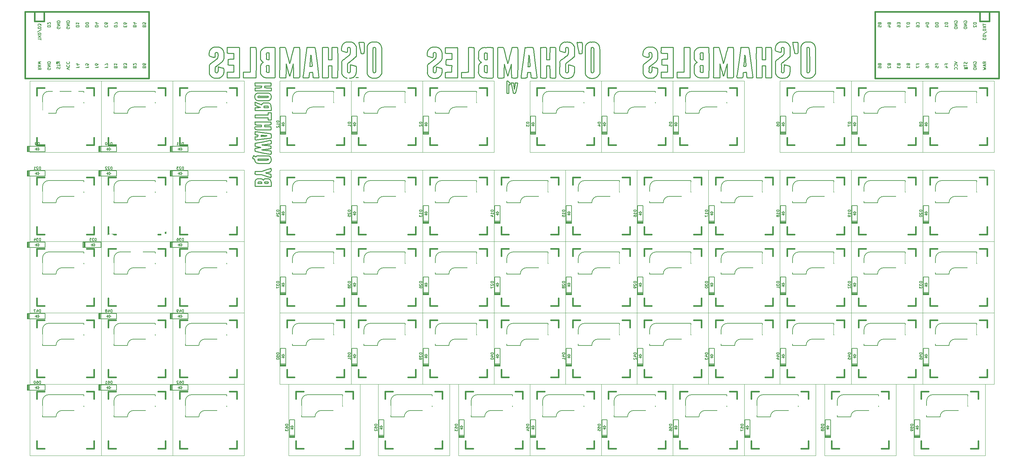
<source format=gbo>
G04 #@! TF.GenerationSoftware,KiCad,Pcbnew,(5.1.10)-1*
G04 #@! TF.CreationDate,2022-01-11T02:36:13-06:00*
G04 #@! TF.ProjectId,O'Shambles,4f275368-616d-4626-9c65-732e6b696361,rev?*
G04 #@! TF.SameCoordinates,Original*
G04 #@! TF.FileFunction,Legend,Bot*
G04 #@! TF.FilePolarity,Positive*
%FSLAX46Y46*%
G04 Gerber Fmt 4.6, Leading zero omitted, Abs format (unit mm)*
G04 Created by KiCad (PCBNEW (5.1.10)-1) date 2022-01-11 02:36:13*
%MOMM*%
%LPD*%
G01*
G04 APERTURE LIST*
%ADD10C,0.250000*%
%ADD11C,0.381000*%
%ADD12C,0.150000*%
%ADD13C,0.120000*%
%ADD14C,0.200000*%
%ADD15R,2.000000X2.000000*%
%ADD16C,2.000000*%
%ADD17R,2.000000X3.200000*%
%ADD18R,1.752600X1.752600*%
%ADD19C,1.752600*%
%ADD20R,2.550000X2.500000*%
%ADD21C,3.980180*%
%ADD22C,2.950000*%
%ADD23R,3.200000X2.000000*%
%ADD24R,1.200000X1.200000*%
G04 APERTURE END LIST*
D10*
X99390757Y-53735909D02*
X99166415Y-53742761D01*
X67892126Y-47870793D02*
G75*
G03*
X68000925Y-47949351I175330J128205D01*
G01*
X70198487Y-47357839D02*
G75*
G03*
X70184175Y-47209886I-931191J-15410D01*
G01*
X94363672Y-53710235D02*
G75*
G03*
X94418600Y-53662500I-33396J93898D01*
G01*
X69053498Y-48261570D02*
X68535416Y-48115596D01*
X68870861Y-45659654D02*
G75*
G03*
X68628829Y-45800527I597048J-1304122D01*
G01*
X102099501Y-45737835D02*
G75*
G03*
X102066385Y-45660000I-113112J-2163D01*
G01*
X69953284Y-46973533D02*
G75*
G03*
X69810476Y-46953385I-123526J-359351D01*
G01*
X70083346Y-47045583D02*
G75*
G03*
X69953284Y-46973534I-269037J-332246D01*
G01*
X99535463Y-53720623D02*
G75*
G03*
X99584312Y-53688887I-10252J69242D01*
G01*
X102123314Y-47707347D02*
X102125620Y-49672500D01*
X99166415Y-53742761D02*
X98797578Y-53738887D01*
X100075693Y-50500000D02*
X99626385Y-50500000D01*
X102035464Y-53720624D02*
X101890757Y-53735909D01*
X69411389Y-48226089D02*
G75*
G03*
X69424268Y-48105922I-624446J127703D01*
G01*
X95410375Y-52299505D02*
G75*
G03*
X95367294Y-52265866I-61195J-33965D01*
G01*
X69444442Y-47258650D02*
G75*
G03*
X69429528Y-47408507I919422J-167168D01*
G01*
X69426385Y-47747728D02*
X69424268Y-48105922D01*
X68034973Y-46467620D02*
G75*
G03*
X67915835Y-46802090I1333834J-663564D01*
G01*
X94418600Y-53662500D02*
G75*
G03*
X94438210Y-53603949I-173432J90645D01*
G01*
X67843612Y-47243741D02*
G75*
G03*
X67823666Y-47663464I3874814J-394471D01*
G01*
X102125620Y-49672500D02*
X102122407Y-51192457D01*
X69377348Y-48278288D02*
G75*
G03*
X69411388Y-48226089I-49063J69194D01*
G01*
X102122407Y-51192457D02*
X102113170Y-52482720D01*
X68628829Y-45800527D02*
G75*
G03*
X68390439Y-45999961I1268025J-1757905D01*
G01*
X96644482Y-53746700D02*
X96328784Y-53750000D01*
X94460859Y-53453829D02*
X94438210Y-53603949D01*
X102035463Y-53720623D02*
G75*
G03*
X102084312Y-53688887I-10252J69242D01*
G01*
X99612942Y-46062807D02*
X99623477Y-46542377D01*
X94056368Y-53747377D02*
G75*
G03*
X94254639Y-53735275I-24750J2035806D01*
G01*
X101890757Y-53735909D02*
X101666415Y-53742761D01*
X68183255Y-46231208D02*
G75*
G03*
X68034973Y-46467620I1121328J-868028D01*
G01*
X101297578Y-53738887D02*
X100551385Y-53725000D01*
X70151032Y-45514455D02*
G75*
G03*
X69667175Y-45512977I-255808J-4541005D01*
G01*
X70526386Y-45576539D02*
G75*
G03*
X70151032Y-45514455I-474936J-1705683D01*
G01*
X68390439Y-45999961D02*
G75*
G03*
X68183256Y-46231208I1503701J-1555660D01*
G01*
X99535464Y-53720624D02*
X99390757Y-53735909D01*
X69667175Y-45512977D02*
G75*
G03*
X69196498Y-45561590I224953J-4480905D01*
G01*
X102113170Y-52482720D02*
X102100918Y-53632882D01*
X99613170Y-53184783D02*
X99600758Y-53635262D01*
X70149851Y-47120736D02*
G75*
G03*
X70083346Y-47045583I-257932J-161249D01*
G01*
X94498240Y-53075000D02*
X94481914Y-53272877D01*
X98051385Y-53725000D02*
X98038585Y-49730486D01*
X102099501Y-45737835D02*
X102113347Y-46555240D01*
X67823665Y-47663463D02*
G75*
G03*
X67892126Y-47870793I355149J2302D01*
G01*
X69196498Y-45561590D02*
G75*
G03*
X68870861Y-45659653I193281J-1231529D01*
G01*
X100538193Y-52112500D02*
X100525000Y-50500000D01*
X99622399Y-52666032D02*
X99613170Y-53184783D01*
X97103132Y-53697175D02*
G75*
G03*
X97123191Y-53604236I-120920J74733D01*
G01*
X102084312Y-53688887D02*
G75*
G03*
X102100918Y-53632882I-90106J57181D01*
G01*
X102113347Y-46555240D02*
X102123314Y-47707347D01*
X69810476Y-46953385D02*
G75*
G03*
X69670645Y-46987905I19223J-378338D01*
G01*
X99626385Y-50500000D02*
X99625620Y-52062500D01*
X101666415Y-53742761D02*
X101297578Y-53738887D01*
X70160153Y-48319640D02*
G75*
G03*
X70183991Y-48181828I-1131779J266735D01*
G01*
X96136468Y-45982162D02*
X96625186Y-49751247D01*
X95271628Y-52252391D02*
X95006950Y-52250000D01*
X70122208Y-48417809D02*
G75*
G03*
X70160153Y-48319641I-336022J186304D01*
G01*
X70183991Y-48181828D02*
X70197431Y-47989100D01*
X69670645Y-46987905D02*
G75*
G03*
X69549113Y-47072728I177639J-383994D01*
G01*
X69429528Y-47408507D02*
X69426385Y-47747728D01*
X69479908Y-47162566D02*
G75*
G03*
X69444441Y-47258649I255964J-149071D01*
G01*
X94587515Y-52250000D02*
X94559831Y-52412500D01*
X96136468Y-45982162D02*
G75*
G03*
X96070237Y-45712500I-1236323J-160686D01*
G01*
X69549113Y-47072727D02*
G75*
G03*
X69479908Y-47162566I311636J-311636D01*
G01*
X70197431Y-47989100D02*
X70201385Y-47708083D01*
X68535416Y-48115596D02*
X68000925Y-47949351D01*
X70184176Y-47209886D02*
G75*
G03*
X70149852Y-47120736I-247453J-44089D01*
G01*
X99584312Y-53688887D02*
G75*
G03*
X99600758Y-53635262I-89460J56771D01*
G01*
X67915836Y-46802090D02*
G75*
G03*
X67843612Y-47243741I3600798J-815573D01*
G01*
X70201385Y-47708083D02*
X70198488Y-47357839D01*
X100525000Y-50500000D02*
X100075693Y-50500000D01*
X69053497Y-48261569D02*
G75*
G03*
X69313885Y-48297833I281699J1069741D01*
G01*
X100551385Y-53725000D02*
X100538193Y-52112500D01*
X99625620Y-52062500D02*
X99622399Y-52666032D01*
X69313885Y-48297833D02*
G75*
G03*
X69377348Y-48278288I2046J106162D01*
G01*
X98797578Y-53738887D02*
X98051385Y-53725000D01*
X94056368Y-53747376D02*
X93624626Y-53750000D01*
X100526385Y-47310000D02*
X100529294Y-46542377D01*
X100076385Y-48900000D02*
X100526385Y-48900000D01*
X98082206Y-45667986D02*
G75*
G03*
X98052415Y-45748737I99505J-82581D01*
G01*
X98035248Y-47821231D02*
X98041488Y-46626722D01*
X99626385Y-48900000D02*
X100076385Y-48900000D01*
X99566385Y-45660001D02*
G75*
G03*
X99427314Y-45600702I-143263J-143263D01*
G01*
X98038585Y-49730486D02*
X98035248Y-47821231D01*
X96328784Y-53750000D02*
X95917136Y-53747325D01*
X100529294Y-46542377D02*
X100539829Y-46062807D01*
X98207551Y-45606822D02*
G75*
G03*
X98082207Y-45667986I5063J-169392D01*
G01*
X103276754Y-49280412D02*
G75*
G03*
X103190875Y-49488972I525480J-338338D01*
G01*
X106853060Y-52980823D02*
G75*
G03*
X106918987Y-52857399I-1148452J692769D01*
G01*
X106344975Y-53537349D02*
X106207207Y-53626675D01*
X105461635Y-52067863D02*
X105473888Y-51807959D01*
X104726385Y-51165787D02*
X104728833Y-51800131D01*
X104920282Y-49794946D02*
G75*
G03*
X104827670Y-49928287I410827J-384172D01*
G01*
X106475507Y-53440112D02*
G75*
G03*
X106576385Y-53350000I-748903J939895D01*
G01*
X105365260Y-45677836D02*
G75*
G03*
X105233195Y-45616929I-234447J-334720D01*
G01*
X104729725Y-46050985D02*
X104726385Y-46360998D01*
X103296644Y-52839575D02*
X103151385Y-52525000D01*
X103445151Y-49073632D02*
G75*
G03*
X103276754Y-49280412I840084J-856106D01*
G01*
X103466932Y-53126662D02*
G75*
G03*
X103700104Y-53388938I1593326J1181730D01*
G01*
X103755249Y-48801663D02*
X104379224Y-48322865D01*
X103202629Y-45472995D02*
G75*
G03*
X103140117Y-45909858I4088757J-807979D01*
G01*
X103700104Y-53388938D02*
G75*
G03*
X103973526Y-53603875I1337012J1419436D01*
G01*
X103154260Y-50540581D02*
X103162986Y-50038948D01*
X104263418Y-53750208D02*
G75*
G03*
X104443178Y-53806580I609978J1630307D01*
G01*
X105289832Y-47604255D02*
G75*
G03*
X105369514Y-47522380I-347474J417876D01*
G01*
X105366663Y-49398941D02*
X105092709Y-49627141D01*
X103450040Y-44897445D02*
G75*
G03*
X103305882Y-45148949I1198695J-854140D01*
G01*
X106498706Y-48508311D02*
X106173097Y-48775349D01*
X103755250Y-48801663D02*
G75*
G03*
X103445151Y-49073632I2272126J-2903443D01*
G01*
X105429209Y-47415161D02*
G75*
G03*
X105460164Y-47283371I-536470J195538D01*
G01*
X106918987Y-52857399D02*
G75*
G03*
X106995225Y-52662862I-1458305J683705D01*
G01*
X105536029Y-53827511D02*
X105175751Y-53841238D01*
X103305882Y-45148949D02*
G75*
G03*
X103202629Y-45472995I1371417J-615456D01*
G01*
X105233196Y-45616929D02*
G75*
G03*
X105081487Y-45602132I-122896J-474894D01*
G01*
X103905332Y-46774913D02*
X103308626Y-46599645D01*
X103140117Y-45909858D02*
G75*
G03*
X103121260Y-46327849I4729118J-422767D01*
G01*
X105393636Y-52308564D02*
G75*
G03*
X105438156Y-52222488I-140680J127314D01*
G01*
X105460164Y-47283371D02*
G75*
G03*
X105473583Y-47065818I-2155162J242120D01*
G01*
X104743759Y-45892598D02*
G75*
G03*
X104729725Y-46050985I1176198J-184034D01*
G01*
X105473583Y-47065818D02*
X105476385Y-46571093D01*
X107051385Y-47932649D02*
X106880803Y-48153825D01*
X107550751Y-53666238D02*
X107196083Y-53671208D01*
X103973526Y-53603875D02*
G75*
G03*
X104263418Y-53750208I810800J1245920D01*
G01*
X104771896Y-50081420D02*
G75*
G03*
X104742567Y-50264322I1165472J-280690D01*
G01*
X103151385Y-51100000D02*
X103154260Y-50540581D01*
X105536029Y-53827510D02*
G75*
G03*
X105743446Y-53805392I-93516J1860553D01*
G01*
X103183929Y-46513124D02*
G75*
G03*
X103308626Y-46599645I196995J150797D01*
G01*
X112263500Y-51748682D02*
X112272105Y-51063460D01*
X104379224Y-48322865D02*
X104725390Y-48058391D01*
X106763734Y-53118590D02*
X106666498Y-53249122D01*
X104726385Y-46360998D02*
X104723292Y-46633061D01*
X105081487Y-45602131D02*
G75*
G03*
X104937681Y-45634371I26872J-456705D01*
G01*
X103296645Y-52839575D02*
G75*
G03*
X103466932Y-53126662I1476840J681951D01*
G01*
X106475507Y-53440113D02*
X106344975Y-53537349D01*
X105905081Y-53764816D02*
G75*
G03*
X106083784Y-53692602I-574057J1677810D01*
G01*
X106083783Y-53692602D02*
G75*
G03*
X106207207Y-53626675I-569344J1214379D01*
G01*
X106853060Y-52980822D02*
X106763734Y-53118590D01*
X104505445Y-46938191D02*
X103905332Y-46774913D01*
X105369514Y-47522379D02*
G75*
G03*
X105429209Y-47415161I-305554J240348D01*
G01*
X106984351Y-53660892D02*
G75*
G03*
X107196083Y-53671208I207396J2078627D01*
G01*
X105034532Y-47813566D02*
X105289833Y-47604254D01*
X103121259Y-46327849D02*
G75*
G03*
X103183928Y-46513124I304305J-306D01*
G01*
X104828333Y-45709429D02*
G75*
G03*
X104773826Y-45791472I221224J-206101D01*
G01*
X105476385Y-46571093D02*
X105474010Y-46053469D01*
X104937681Y-45634372D02*
G75*
G03*
X104828333Y-45709429I113760J-282914D01*
G01*
X104773827Y-45791472D02*
G75*
G03*
X104743759Y-45892598I360627J-162256D01*
G01*
X104656931Y-46929791D02*
G75*
G03*
X104691578Y-46892096I-20614J53717D01*
G01*
X105428825Y-45751530D02*
G75*
G03*
X105365260Y-45677836I-177271J-88644D01*
G01*
X105474011Y-46053469D02*
G75*
G03*
X105460989Y-45857865I-1711590J-15707D01*
G01*
X106576386Y-53350000D02*
G75*
G03*
X106666498Y-53249122I-849784J849781D01*
G01*
X104505445Y-46938190D02*
G75*
G03*
X104656930Y-46929791I62678J239826D01*
G01*
X107065335Y-50900497D02*
X107071748Y-51175908D01*
X105693298Y-50296116D02*
G75*
G03*
X105567908Y-50284354I-153056J-957401D01*
G01*
X105092709Y-49627140D02*
G75*
G03*
X104920282Y-49794945I1693863J-1913014D01*
G01*
X107016829Y-50663844D02*
G75*
G03*
X106966047Y-50636148I-99783J-122551D01*
G01*
X104826385Y-52300000D02*
G75*
G03*
X104948177Y-52373861I211646J211645D01*
G01*
X105280759Y-52378964D02*
G75*
G03*
X105393636Y-52308563I-67103J233280D01*
G01*
X105693298Y-50296117D02*
X105896659Y-50337192D01*
X105518903Y-50310397D02*
G75*
G03*
X105502435Y-50361901I90202J-57225D01*
G01*
X111258111Y-44196445D02*
G75*
G03*
X111096324Y-44236963I158416J-975822D01*
G01*
X107051385Y-46678825D02*
X107051385Y-47932649D01*
X111715846Y-45625661D02*
G75*
G03*
X111596635Y-45705250I98504J-276618D01*
G01*
X112216025Y-45842625D02*
G75*
G03*
X112156136Y-45705226I-234084J-20281D01*
G01*
X104742567Y-50264322D02*
X104729330Y-50554111D01*
X104948177Y-52373861D02*
G75*
G03*
X105115927Y-52400932I176631J561238D01*
G01*
X106189460Y-44364749D02*
G75*
G03*
X105851385Y-44217496I-955037J-1730931D01*
G01*
X111596635Y-52294751D02*
G75*
G03*
X111724250Y-52380246I234805J212495D01*
G01*
X105115927Y-52400933D02*
G75*
G03*
X105280759Y-52378964I8534J565332D01*
G01*
X112272105Y-51063460D02*
X112264963Y-48972113D01*
X105438156Y-52222488D02*
G75*
G03*
X105461635Y-52067863I-1116841J248683D01*
G01*
X105819587Y-49050000D02*
X105366663Y-49398941D01*
X111769672Y-53841980D02*
X111426424Y-53826928D01*
X112050791Y-52364542D02*
G75*
G03*
X112173834Y-52266888I-143846J307588D01*
G01*
X107050203Y-50724360D02*
X107065335Y-50900497D01*
X104741303Y-52060641D02*
G75*
G03*
X104769661Y-52205742I702139J61905D01*
G01*
X106719210Y-44826274D02*
G75*
G03*
X106478772Y-44567143I-1336745J-999207D01*
G01*
X106912320Y-45141818D02*
G75*
G03*
X106719210Y-44826274I-1793573J-880788D01*
G01*
X112156136Y-45705226D02*
G75*
G03*
X112036914Y-45625648I-217709J-197069D01*
G01*
X106255637Y-50428175D02*
X106526949Y-50501923D01*
X111235009Y-53802301D02*
G75*
G03*
X111426424Y-53826928I271251J1352086D01*
G01*
X107050204Y-50724360D02*
G75*
G03*
X107016829Y-50663845I-91691J-11107D01*
G01*
X112239212Y-52106562D02*
X112263500Y-51748682D01*
X104729330Y-50554111D02*
X104726385Y-51165787D01*
X105489731Y-50626585D02*
X105502435Y-50361901D01*
X105480413Y-50938417D02*
X105489731Y-50626585D01*
X106995224Y-52662862D02*
G75*
G03*
X107034635Y-52482405I-941772J300210D01*
G01*
X107034635Y-52482405D02*
G75*
G03*
X107054026Y-52222970I-2757333J336529D01*
G01*
X107066829Y-51646066D02*
X107054026Y-52222970D01*
X104728833Y-51800131D02*
X104741303Y-52060641D01*
X107071748Y-51175908D02*
X107066829Y-51646066D01*
X104827670Y-49928287D02*
G75*
G03*
X104771896Y-50081420I647121J-322417D01*
G01*
X112036914Y-45625648D02*
G75*
G03*
X111876378Y-45597928I-160515J-450881D01*
G01*
X112173834Y-52266888D02*
G75*
G03*
X112239212Y-52106562I-246800J194133D01*
G01*
X107051385Y-45425000D02*
X107051385Y-46678825D01*
X106526949Y-50501923D02*
X106766234Y-50572636D01*
X106912320Y-45141818D02*
X107051385Y-45425000D01*
X106766416Y-48276433D02*
X106498706Y-48508311D01*
X105473888Y-51807959D02*
X105477151Y-51296063D01*
X112239887Y-46240759D02*
X112216026Y-45842626D01*
X105896659Y-50337192D02*
X106255637Y-50428175D01*
X110231576Y-44881193D02*
G75*
G03*
X110076385Y-45129516I1336340J-1007807D01*
G01*
X106766416Y-48276434D02*
G75*
G03*
X106880803Y-48153825I-594738J669523D01*
G01*
X105567908Y-50284354D02*
G75*
G03*
X105518902Y-50310396I-1602J-56116D01*
G01*
X111876378Y-45597927D02*
G75*
G03*
X111715846Y-45625661I21J-478598D01*
G01*
X105477151Y-51296063D02*
X105480413Y-50938417D01*
X106478773Y-44567143D02*
G75*
G03*
X106189461Y-44364749I-1093478J-1255091D01*
G01*
X112264963Y-48972113D02*
X112254374Y-46972378D01*
X110434956Y-44650054D02*
G75*
G03*
X110231576Y-44881193I1427218J-1460860D01*
G01*
X106766234Y-50572636D02*
X106966047Y-50636148D01*
X106173097Y-48775349D02*
X105819587Y-49050000D01*
X104769662Y-52205742D02*
G75*
G03*
X104826385Y-52300000I217939J66957D01*
G01*
X113851385Y-52475000D02*
X113738485Y-52753968D01*
X111514671Y-51759298D02*
X111536892Y-52156974D01*
X111501385Y-49000000D02*
X111503361Y-51026133D01*
X112254374Y-46972378D02*
X112239887Y-46240759D01*
X72854938Y-50219005D02*
G75*
G03*
X72881100Y-50280681I115844J12753D01*
G01*
X75903108Y-45661806D02*
G75*
G03*
X75855991Y-45627408I-50062J-19104D01*
G01*
X113452178Y-53229098D02*
G75*
G03*
X113614294Y-53002396I-1365375J1147708D01*
G01*
X111826385Y-44161957D02*
X112195973Y-44157386D01*
X110915369Y-44309852D02*
G75*
G03*
X110668937Y-44453871I649869J-1394847D01*
G01*
X113038409Y-53586816D02*
G75*
G03*
X113257996Y-53426263I-856219J1401480D01*
G01*
X113817121Y-45683443D02*
G75*
G03*
X113726517Y-45264006I-1597961J-125675D01*
G01*
X72834525Y-49818653D02*
X72837478Y-49493181D01*
X113373670Y-44684317D02*
G75*
G03*
X113200784Y-44526328I-1034299J-958234D01*
G01*
X112555827Y-44201996D02*
G75*
G03*
X112397719Y-44168976I-262416J-861482D01*
G01*
X113614293Y-53002396D02*
G75*
G03*
X113738485Y-52753968I-1506627J908430D01*
G01*
X110406741Y-53339457D02*
G75*
G03*
X110614195Y-53513107I1052297J1046395D01*
G01*
X110614196Y-53513107D02*
G75*
G03*
X110864563Y-53660401I1120289J1617819D01*
G01*
X113851385Y-49000000D02*
X113851385Y-52475000D01*
X111503361Y-46973868D02*
X111501385Y-49000000D01*
X113817121Y-45683443D02*
X113847187Y-46418710D01*
X112199672Y-53840906D02*
G75*
G03*
X112509437Y-53804625I-66182J1905575D01*
G01*
X111514671Y-46240703D02*
X111503361Y-46973868D01*
X74351385Y-52175000D02*
X74365013Y-51262500D01*
X111503361Y-51026133D02*
X111514671Y-51759298D01*
X112770227Y-53724308D02*
G75*
G03*
X113038410Y-53586816I-784645J1860780D01*
G01*
X111464970Y-44174797D02*
X111826385Y-44161957D01*
X110074372Y-52865752D02*
X109951385Y-52625000D01*
X110074372Y-52865752D02*
G75*
G03*
X110230702Y-53127614I2061496J1053105D01*
G01*
X75914304Y-49725000D02*
X75901385Y-53725000D01*
X75912903Y-45714487D02*
X75916344Y-46881437D01*
X72851385Y-48775000D02*
X73613885Y-48761198D01*
X72634525Y-46668653D02*
X72637478Y-46343181D01*
X111074239Y-53754202D02*
X110864563Y-53660401D01*
X110668937Y-44453871D02*
G75*
G03*
X110434956Y-44650054I1171279J-1634568D01*
G01*
X112994415Y-44391301D02*
G75*
G03*
X112739876Y-44268480I-1308260J-2386121D01*
G01*
X72940099Y-50315646D02*
G75*
G03*
X73079138Y-50335298I260167J1339013D01*
G01*
X111096324Y-44236963D02*
G75*
G03*
X110915369Y-44309853I595490J-1739414D01*
G01*
X113200784Y-44526328D02*
G75*
G03*
X112994414Y-44391301I-968449J-1254921D01*
G01*
X109951385Y-45375000D02*
X110076385Y-45129516D01*
X111888304Y-52404795D02*
G75*
G03*
X112050791Y-52364542I-20870J432330D01*
G01*
X112739876Y-44268480D02*
G75*
G03*
X112555828Y-44201996I-743692J-1770752D01*
G01*
X112509437Y-53804626D02*
G75*
G03*
X112770227Y-53724308I-268682J1335952D01*
G01*
X74376385Y-48747396D02*
X74376385Y-47973698D01*
X111536892Y-45843027D02*
X111514671Y-46240703D01*
X72654938Y-47069006D02*
X72641124Y-46901927D01*
X72881101Y-50280681D02*
G75*
G03*
X72940099Y-50315646I78440J65100D01*
G01*
X74276385Y-53725000D02*
X72651385Y-53725000D01*
X72841124Y-50051927D02*
X72834525Y-49818653D01*
X109951385Y-52625000D02*
X109951385Y-49000000D01*
X109951385Y-49000000D02*
X109951385Y-45375000D01*
X112397719Y-44168976D02*
G75*
G03*
X112195973Y-44157386I-199475J-1710591D01*
G01*
X111464970Y-44174796D02*
G75*
G03*
X111258111Y-44196445I87385J-1834155D01*
G01*
X113726517Y-45264006D02*
G75*
G03*
X113527039Y-44875950I-1609444J-582028D01*
G01*
X111074239Y-53754202D02*
G75*
G03*
X111235009Y-53802301I339036J840492D01*
G01*
X113257996Y-53426263D02*
G75*
G03*
X113452177Y-53229099I-1151755J1328533D01*
G01*
X72837478Y-49493181D02*
X72851385Y-48775000D01*
X72651385Y-45625000D02*
X74265188Y-45611806D01*
X113847187Y-46418710D02*
X113851385Y-49000000D01*
X111536892Y-52156974D02*
G75*
G03*
X111596635Y-52294751I233368J19352D01*
G01*
X112199672Y-53840906D02*
X111769672Y-53841980D01*
X75917521Y-48186876D02*
X75914304Y-49725000D01*
X113527039Y-44875951D02*
G75*
G03*
X113373670Y-44684317I-1399632J-962972D01*
G01*
X111724251Y-52380246D02*
G75*
G03*
X111888304Y-52404794I143597J399205D01*
G01*
X75901385Y-53725000D02*
X74276385Y-53725000D01*
X72681100Y-47130681D02*
G75*
G03*
X72742644Y-47166243I78866J65452D01*
G01*
X73557508Y-47200000D02*
X73141430Y-47196983D01*
X111596635Y-45705250D02*
G75*
G03*
X111536892Y-45843027I173625J-157129D01*
G01*
X110230703Y-53127614D02*
G75*
G03*
X110406742Y-53339456I1271940J877910D01*
G01*
X78776385Y-48958873D02*
X78779106Y-47355984D01*
X83079162Y-50892782D02*
X83076385Y-51341313D01*
X83076385Y-47983563D02*
X83086064Y-48565748D01*
X80351385Y-53725000D02*
X78651385Y-53725000D01*
X80361283Y-46626722D02*
X80367523Y-47821231D01*
X78651385Y-53725000D02*
X76951385Y-53725000D01*
X83262432Y-52270278D02*
G75*
G03*
X83534135Y-52300000I271702J1227026D01*
G01*
X85055329Y-45613925D02*
X85301663Y-45630039D01*
X73141430Y-47196983D02*
X72897188Y-47185564D01*
X83826385Y-51350000D02*
X83826385Y-50400000D01*
X83542823Y-50400000D02*
X83410564Y-50404878D01*
X83118029Y-50559285D02*
G75*
G03*
X83091692Y-50681518I560562J-184737D01*
G01*
X84153885Y-45600594D02*
X84700715Y-45603358D01*
X83171462Y-45619981D02*
X84153885Y-45600594D01*
X83121360Y-47234401D02*
G75*
G03*
X83092293Y-47350788I447298J-173535D01*
G01*
X81501385Y-47775000D02*
X81514997Y-47106834D01*
X83410564Y-50404877D02*
G75*
G03*
X83306110Y-50420179I54246J-734495D01*
G01*
X74376385Y-47973698D02*
X74376385Y-47200000D01*
X72637478Y-46343181D02*
X72651385Y-45625000D01*
X83076385Y-51341313D02*
X83085675Y-51956006D01*
X74265188Y-45611806D02*
X75089415Y-45607722D01*
X81569459Y-46748825D02*
G75*
G03*
X81514997Y-47106834I1590099J-425041D01*
G01*
X81504322Y-48350440D02*
X81501385Y-47775000D01*
X83239343Y-47102139D02*
G75*
G03*
X83176385Y-47150000I144181J-255000D01*
G01*
X83263559Y-48871232D02*
G75*
G03*
X83534135Y-48900000I270576J1258045D01*
G01*
X83551385Y-47050000D02*
X83412677Y-47055031D01*
X83086064Y-48565748D02*
G75*
G03*
X83139008Y-48774627I504737J16786D01*
G01*
X83167822Y-50482750D02*
G75*
G03*
X83118029Y-50559285I119863J-132447D01*
G01*
X84700715Y-45603358D02*
X85055329Y-45613925D01*
X73658636Y-50350000D02*
X73297059Y-50346879D01*
X73613885Y-48761198D02*
X74376385Y-48747396D01*
X72654938Y-47069005D02*
G75*
G03*
X72681100Y-47130681I115844J12753D01*
G01*
X83176386Y-47150001D02*
G75*
G03*
X83121361Y-47234401I172781J-172780D01*
G01*
X77863885Y-52211373D02*
X78776385Y-52197745D01*
X83534135Y-52300000D02*
X83826385Y-52300000D01*
X80320565Y-45667986D02*
G75*
G03*
X80195221Y-45606822I-130408J-108228D01*
G01*
X80350356Y-45748737D02*
X80361283Y-46626722D01*
X83826385Y-50400000D02*
X83542823Y-50400000D01*
X83085674Y-51956006D02*
G75*
G03*
X83137858Y-52171255I536988J16233D01*
G01*
X72854938Y-50219006D02*
X72841124Y-50051927D01*
X83826385Y-47050000D02*
X83551385Y-47050000D01*
X75089415Y-45607722D02*
X75551129Y-45614366D01*
X83091692Y-50681518D02*
G75*
G03*
X83079162Y-50892782I2246322J-239232D01*
G01*
X74378641Y-50350000D02*
X73658636Y-50350000D01*
X72651385Y-53725000D02*
X72651385Y-52975000D01*
X83412677Y-47055031D02*
G75*
G03*
X83314170Y-47071591I38527J-530439D01*
G01*
X72641124Y-46901927D02*
X72634525Y-46668653D01*
X73297059Y-50346879D02*
X73079138Y-50335298D01*
X79583947Y-45596043D02*
X80195221Y-45606822D01*
X83171461Y-45619981D02*
G75*
G03*
X82652071Y-45696673I95133J-2441380D01*
G01*
X75912903Y-45714487D02*
G75*
G03*
X75903107Y-45661806I-149071J-469D01*
G01*
X74365013Y-51262500D02*
X74378641Y-50350000D01*
X72651385Y-52975000D02*
X72651385Y-52225000D01*
X83826385Y-48900000D02*
X83826385Y-47975000D01*
X72651385Y-52225000D02*
X73501385Y-52200000D01*
X76951385Y-53725000D02*
X76951385Y-52975000D01*
X83139008Y-48774626D02*
G75*
G03*
X83263558Y-48871232I162820J81326D01*
G01*
X75551129Y-45614366D02*
X75855991Y-45627408D01*
X83079199Y-47548405D02*
X83076385Y-47983563D01*
X72742645Y-47166242D02*
G75*
G03*
X72897188Y-47185564I289692J1689383D01*
G01*
X74376385Y-47200000D02*
X73557508Y-47200000D01*
X73501385Y-52200000D02*
X74351385Y-52175000D01*
X75916344Y-46881437D02*
X75917521Y-48186876D01*
X81691419Y-46479513D02*
G75*
G03*
X81569459Y-46748825I752572J-503080D01*
G01*
X81871644Y-49263165D02*
G75*
G03*
X82019491Y-49401832I1072888J995761D01*
G01*
X82019491Y-49401832D02*
G75*
G03*
X82192805Y-49526847I1141564J1399961D01*
G01*
X82276502Y-49582470D02*
X82192805Y-49526847D01*
X90058784Y-47046290D02*
X90248682Y-46355260D01*
X89843505Y-47869568D02*
X90058784Y-47046290D01*
X90460809Y-45689589D02*
G75*
G03*
X90416197Y-45769640I150863J-136529D01*
G01*
X78789349Y-46406802D02*
X78803629Y-45736429D01*
X83826385Y-52300000D02*
X83826385Y-51350000D01*
X81927993Y-46179048D02*
G75*
G03*
X81691419Y-46479513I1810649J-1668995D01*
G01*
X83092293Y-47350788D02*
G75*
G03*
X83079199Y-47548405I1847909J-221686D01*
G01*
X81501385Y-50475000D02*
X81645702Y-50214577D01*
X81556725Y-48749185D02*
G75*
G03*
X81634223Y-48925000I1236848J440207D01*
G01*
X81744781Y-49105833D02*
G75*
G03*
X81871645Y-49263165I1193002J832165D01*
G01*
X78975457Y-45600701D02*
G75*
G03*
X78836385Y-45660000I4192J-202563D01*
G01*
X78776385Y-52197745D02*
X78776385Y-48958873D01*
X80367523Y-47821231D02*
X80364186Y-49730486D01*
X85425620Y-49672500D02*
X85422361Y-51192528D01*
X81519203Y-48587818D02*
G75*
G03*
X81556725Y-48749186I726803J83955D01*
G01*
X85423314Y-47707347D02*
X85425620Y-49672500D01*
X83137858Y-52171255D02*
G75*
G03*
X83262431Y-52270279I163821J78220D01*
G01*
X82242805Y-49664219D02*
G75*
G03*
X82290685Y-49633902I-154844J297516D01*
G01*
X84046943Y-53739914D02*
X83202588Y-53727621D01*
X83314170Y-47071591D02*
G75*
G03*
X83239344Y-47102139I82208J-308282D01*
G01*
X78975457Y-45600702D02*
X79583947Y-45596043D01*
X83826385Y-47975000D02*
X83826385Y-47050000D01*
X78836386Y-45660001D02*
G75*
G03*
X78803629Y-45736429I79161J-79161D01*
G01*
X82290686Y-49633902D02*
G75*
G03*
X82297717Y-49610019I-12678J16709D01*
G01*
X80350355Y-45748737D02*
G75*
G03*
X80320564Y-45667986I-129295J-1830D01*
G01*
X83534135Y-48900000D02*
X83826385Y-48900000D01*
X82242805Y-49664218D02*
G75*
G03*
X82047773Y-49780180I926789J-1780719D01*
G01*
X85366385Y-45660001D02*
G75*
G03*
X85301663Y-45630039I-73166J-73165D01*
G01*
X88926429Y-48548261D02*
X89098984Y-49214666D01*
X85326216Y-53724523D02*
X85085826Y-53738493D01*
X81886484Y-49907654D02*
G75*
G03*
X81754110Y-50051049I820809J-890523D01*
G01*
X89299604Y-49866593D02*
X89440585Y-49380412D01*
X81634223Y-48925000D02*
G75*
G03*
X81744780Y-49105833I1552165J824743D01*
G01*
X82047773Y-49780180D02*
G75*
G03*
X81886484Y-49907654I757963J-1124801D01*
G01*
X85422361Y-51192528D02*
X85412983Y-52483022D01*
X88181067Y-45763540D02*
G75*
G03*
X88139071Y-45687500I-187398J-53881D01*
G01*
X76951385Y-52975000D02*
X76951385Y-52225000D01*
X81783671Y-53014476D02*
G75*
G03*
X81979753Y-53246633I1475978J1047738D01*
G01*
X81979753Y-53246633D02*
G75*
G03*
X82211910Y-53442715I1279895J1279896D01*
G01*
X89273156Y-49867480D02*
G75*
G03*
X89299604Y-49866593I13077J4825D01*
G01*
X85399501Y-45737835D02*
G75*
G03*
X85366385Y-45660000I-113112J-2163D01*
G01*
X90248682Y-46355260D02*
X90416197Y-45769640D01*
X81504295Y-52115479D02*
X81501385Y-51475000D01*
X85383677Y-53689914D02*
G75*
G03*
X85400541Y-53633038I-91577J58091D01*
G01*
X82211910Y-53442714D02*
G75*
G03*
X82468987Y-53592602I964110J1358171D01*
G01*
X82287319Y-45864995D02*
G75*
G03*
X81927993Y-46179048I1271100J-1816926D01*
G01*
X80364186Y-49730486D02*
X80351385Y-53725000D01*
X81633783Y-52757399D02*
G75*
G03*
X81783671Y-53014476I1508060J707033D01*
G01*
X91210372Y-45600000D02*
X91878861Y-45600000D01*
X81504322Y-48350441D02*
G75*
G03*
X81519203Y-48587818I2270588J23180D01*
G01*
X83225670Y-50445838D02*
G75*
G03*
X83167823Y-50482750I80165J-189414D01*
G01*
X78779106Y-47355984D02*
X78789349Y-46406802D01*
X82652072Y-45696673D02*
G75*
G03*
X82287319Y-45864995I285166J-1097323D01*
G01*
X83306109Y-50420179D02*
G75*
G03*
X83225669Y-50445838I99460J-450725D01*
G01*
X82297717Y-49610019D02*
G75*
G03*
X82276502Y-49582470I-54034J-19668D01*
G01*
X82468987Y-53592602D02*
G75*
G03*
X82677027Y-53670961I604090J1288488D01*
G01*
X76951385Y-52225000D02*
X77863885Y-52211373D01*
X89440585Y-49380412D02*
X89615331Y-48745112D01*
X88526680Y-47002120D02*
X88728145Y-47775000D01*
X89250427Y-49795165D02*
G75*
G03*
X89273156Y-49867480I749647J195888D01*
G01*
X91878861Y-45600000D02*
X91927623Y-45728255D01*
X90833382Y-45602969D02*
X91210372Y-45600000D01*
X90833383Y-45602969D02*
G75*
G03*
X90644769Y-45615692I28855J-1832230D01*
G01*
X94513256Y-45603007D02*
X95008745Y-45600000D01*
X89297898Y-53235123D02*
G75*
G03*
X89342218Y-53190392I-20920J65050D01*
G01*
X91913556Y-53666812D02*
G75*
G03*
X91971579Y-53489929I-242960J177657D01*
G01*
X85399501Y-45737835D02*
X85413347Y-46555240D01*
X81754110Y-50051049D02*
G75*
G03*
X81645702Y-50214577I973608J-763137D01*
G01*
X86678145Y-45696714D02*
G75*
G03*
X86632335Y-45878692I341346J-182683D01*
G01*
X89268412Y-53219951D02*
X89134831Y-52797621D01*
X83202588Y-53727621D02*
X82881973Y-53709858D01*
X95048132Y-47812501D02*
G75*
G03*
X95020659Y-47738392I-262627J-55215D01*
G01*
X90644769Y-45615692D02*
G75*
G03*
X90532704Y-45641778I62334J-521538D01*
G01*
X94977449Y-47702757D02*
G75*
G03*
X94941405Y-47716751I-9397J-29212D01*
G01*
X81556429Y-52559285D02*
G75*
G03*
X81633784Y-52757399I1533864J484750D01*
G01*
X88068846Y-45641065D02*
G75*
G03*
X87956097Y-45615613I-177247J-522724D01*
G01*
X95075761Y-48000418D02*
G75*
G03*
X95048132Y-47812500I-1546099J-131324D01*
G01*
X93996169Y-45630809D02*
G75*
G03*
X93937225Y-45662500I9167J-87711D01*
G01*
X93996169Y-45630809D02*
X94204005Y-45613896D01*
X82677027Y-53670961D02*
G75*
G03*
X82881973Y-53709858I307724J1062018D01*
G01*
X84712312Y-53744853D02*
X84046943Y-53739914D01*
X85413347Y-46555240D02*
X85423314Y-47707347D01*
X85326216Y-53724523D02*
G75*
G03*
X85383677Y-53689914I-5900J74801D01*
G01*
X81501385Y-51475000D02*
X81501385Y-50475000D01*
X86622878Y-53531878D02*
X86626529Y-49699776D01*
X94826161Y-49017938D02*
X94737182Y-50045965D01*
X88981471Y-52287990D02*
X88797898Y-51638663D01*
X91983865Y-46034836D02*
G75*
G03*
X91927623Y-45728255I-861568J396D01*
G01*
X89268412Y-53219950D02*
G75*
G03*
X89297898Y-53235123I22315J7127D01*
G01*
X95168907Y-50697303D02*
G75*
G03*
X95236317Y-50681808I-4828J175392D01*
G01*
X88139071Y-45687501D02*
G75*
G03*
X88068846Y-45641064I-123341J-110208D01*
G01*
X89098984Y-49214666D02*
X89250427Y-49795165D01*
X88181067Y-45763540D02*
X88344362Y-46336797D01*
X88797898Y-51638663D02*
X88351385Y-50025000D01*
X94204005Y-45613896D02*
X94513256Y-45603007D01*
X85412983Y-52483022D02*
X85400541Y-53633038D01*
X89615331Y-48745112D02*
X89843505Y-47869568D01*
X95173758Y-49165567D02*
X95075761Y-48000418D01*
X91979737Y-49734456D02*
X91971579Y-53489929D01*
X87110291Y-53742709D02*
X86871977Y-53735879D01*
X94972788Y-50700000D02*
X95168907Y-50697302D01*
X94926385Y-47773332D02*
X94920549Y-47911011D01*
X88351385Y-50025000D02*
X88326385Y-51875000D01*
X88301385Y-53725000D02*
X87505148Y-53738815D01*
X91983865Y-46034837D02*
X91979737Y-49734456D01*
X96070236Y-45712501D02*
G75*
G03*
X96012155Y-45646803I-113353J-41690D01*
G01*
X81519071Y-52379148D02*
G75*
G03*
X81556429Y-52559285I902037J93129D01*
G01*
X85085826Y-53738493D02*
X84712312Y-53744853D01*
X91076056Y-53738868D02*
X90301385Y-53725000D01*
X86622878Y-53531878D02*
G75*
G03*
X86668414Y-53688815I292513J-201D01*
G01*
X87505148Y-53738815D02*
X87110291Y-53742709D01*
X90532704Y-45641777D02*
G75*
G03*
X90460808Y-45689588I58306J-165642D01*
G01*
X94920549Y-47911011D02*
X94826161Y-49017938D01*
X88344362Y-46336797D02*
X88526680Y-47002120D01*
X88728145Y-47775000D02*
X88926429Y-48548261D01*
X90055528Y-50725000D02*
X89688945Y-52027414D01*
X86668414Y-53688815D02*
G75*
G03*
X86718175Y-53720764I59299J37632D01*
G01*
X86626529Y-49699776D02*
X86632335Y-45878692D01*
X95903708Y-45614386D02*
G75*
G03*
X95681646Y-45601992I-235279J-2219985D01*
G01*
X91848345Y-53713157D02*
G75*
G03*
X91913556Y-53666812I-36958J121053D01*
G01*
X94669190Y-50700000D02*
X94972788Y-50700000D01*
X91730710Y-53735911D02*
G75*
G03*
X91848345Y-53713157I-48884J568177D01*
G01*
X96012155Y-45646802D02*
G75*
G03*
X95903708Y-45614386I-140895J-273744D01*
G01*
X90251385Y-50025000D02*
X90055528Y-50725000D01*
X81504294Y-52115479D02*
G75*
G03*
X81519070Y-52379147I2816446J25584D01*
G01*
X93937225Y-45662500D02*
G75*
G03*
X93892015Y-45766288I159585J-131256D01*
G01*
X95531368Y-53565644D02*
G75*
G03*
X95556555Y-53670442I411724J43530D01*
G01*
X94559831Y-52412500D02*
X94547071Y-52505173D01*
X95602671Y-53713188D02*
G75*
G03*
X95715406Y-53735645I175511J586873D01*
G01*
X95367295Y-52265866D02*
G75*
G03*
X95271628Y-52252391I-102845J-383829D01*
G01*
X95556555Y-53670442D02*
G75*
G03*
X95602671Y-53713188I66535J25532D01*
G01*
X96625186Y-49751247D02*
X97123191Y-53604236D01*
X95437658Y-52605252D02*
X95426813Y-52362500D01*
X89485141Y-52724280D02*
X89342218Y-53190392D01*
X95008745Y-45600000D02*
X95681646Y-45601992D01*
X86998775Y-45602616D02*
X87395395Y-45600000D01*
X95426813Y-52362500D02*
G75*
G03*
X95410375Y-52299505I-130833J-498D01*
G01*
X95715406Y-53735646D02*
G75*
G03*
X95917136Y-53747325I231039J2242571D01*
G01*
X92905482Y-53145773D02*
G75*
G03*
X92876335Y-53587500I3316969J-440695D01*
G01*
X99597389Y-45729218D02*
X99612942Y-46062807D01*
X96883368Y-53736060D02*
X96644482Y-53746700D01*
X95531367Y-53565644D02*
X95480953Y-53073606D01*
X94530320Y-52674141D02*
X94513253Y-52871659D01*
X97065276Y-53720812D02*
X96883368Y-53736060D01*
X87956097Y-45615613D02*
G75*
G03*
X87766864Y-45602990I-219456J-1865199D01*
G01*
X87395395Y-45600000D02*
X87766864Y-45602990D01*
X88326385Y-51875000D02*
X88301385Y-53725000D01*
X95267502Y-50306727D02*
X95173758Y-49165567D01*
X94254639Y-53735274D02*
G75*
G03*
X94363672Y-53710235I-52952J480487D01*
G01*
X86733418Y-45643538D02*
G75*
G03*
X86678145Y-45696713I54422J-111883D01*
G01*
X97065276Y-53720814D02*
G75*
G03*
X97103132Y-53697175I-4985J50116D01*
G01*
X95480953Y-53073606D02*
X95437658Y-52605252D01*
X99623477Y-46542377D02*
X99626385Y-47310000D01*
X94737182Y-50045965D02*
X94698327Y-50437500D01*
X100539829Y-46062807D02*
X100555382Y-45729218D01*
X95006950Y-52250000D02*
X94587515Y-52250000D01*
X92876385Y-53750000D02*
X92876335Y-53587500D01*
X86871977Y-53735879D02*
X86718175Y-53720764D01*
X94481914Y-53272877D02*
X94460859Y-53453829D01*
X90276385Y-51875000D02*
X90251385Y-50025000D01*
X94941404Y-47716750D02*
G75*
G03*
X94926385Y-47773332I99071J-56582D01*
G01*
X86826924Y-45615290D02*
G75*
G03*
X86733417Y-45643538I41132J-305039D01*
G01*
X93624626Y-53750000D02*
X92876385Y-53750000D01*
X100716681Y-45604296D02*
G75*
G03*
X100586385Y-45660000I4303J-190303D01*
G01*
X95267315Y-50644257D02*
G75*
G03*
X95277142Y-50562500I-351738J83745D01*
G01*
X100586385Y-45660000D02*
G75*
G03*
X100555382Y-45729218I75264J-75264D01*
G01*
X102066385Y-45660000D02*
G75*
G03*
X101936090Y-45604297I-134598J-134599D01*
G01*
X100526385Y-48900000D02*
X100526385Y-47310000D01*
X94547071Y-52505173D02*
X94530320Y-52674141D01*
X95277142Y-50562500D02*
X95267502Y-50306727D01*
X95020659Y-47738392D02*
G75*
G03*
X94977450Y-47702757I-66427J-36531D01*
G01*
X92905482Y-53145773D02*
X93387751Y-49529584D01*
X89134831Y-52797621D02*
X88981471Y-52287990D01*
X93387751Y-49529584D02*
X93892015Y-45766288D01*
X95236317Y-50681808D02*
G75*
G03*
X95267315Y-50644258I-22745J50346D01*
G01*
X100716681Y-45604297D02*
X101326385Y-45597404D01*
X89688945Y-52027414D02*
X89485141Y-52724280D01*
X91522503Y-53744218D02*
G75*
G03*
X91730710Y-53735911I13766J2268241D01*
G01*
X90301385Y-53725000D02*
X90276385Y-51875000D01*
X86998775Y-45602616D02*
G75*
G03*
X86826925Y-45615289I18821J-1426746D01*
G01*
X91522503Y-53744219D02*
X91076056Y-53738868D01*
X98818824Y-45596043D02*
X99427314Y-45600702D01*
X94698327Y-50437500D02*
X94669190Y-50700000D01*
X99626385Y-47310000D02*
X99626385Y-48900000D01*
X94513253Y-52871659D02*
X94498240Y-53075000D01*
X101326385Y-45597404D02*
X101936090Y-45604297D01*
X98207550Y-45606822D02*
X98818824Y-45596043D01*
X98041488Y-46626722D02*
X98052415Y-45748737D01*
X99597389Y-45729217D02*
G75*
G03*
X99566385Y-45660000I-106267J-6047D01*
G01*
X70340641Y-50817909D02*
X70972452Y-50978622D01*
X68545779Y-53507879D02*
G75*
G03*
X68807967Y-53675000I1009013J1293759D01*
G01*
X70837632Y-53660401D02*
G75*
G03*
X71088357Y-53513147I-870284J1768885D01*
G01*
X70157074Y-52210393D02*
G75*
G03*
X70187202Y-52090788I-570994J207426D01*
G01*
X70187201Y-52090788D02*
G75*
G03*
X70205293Y-51898273I-1863083J272188D01*
G01*
X67857795Y-52081707D02*
X67853341Y-51500000D01*
X70239386Y-51057329D02*
X70254532Y-50870508D01*
X70340641Y-50817910D02*
G75*
G03*
X70269252Y-50838282I-18039J-72055D01*
G01*
X71628399Y-52865752D02*
G75*
G03*
X71695717Y-52707033I-1079841J551631D01*
G01*
X71772600Y-51603629D02*
X71767505Y-51946627D01*
X70837633Y-53660401D02*
X70615866Y-53759271D01*
X71749493Y-51269192D02*
G75*
G03*
X71715981Y-51212113I-95628J-17767D01*
G01*
X70455449Y-53803598D02*
G75*
G03*
X70615866Y-53759271I-116952J735679D01*
G01*
X70106136Y-52294913D02*
G75*
G03*
X70157074Y-52210393I-189693J171934D01*
G01*
X70269252Y-50838282D02*
G75*
G03*
X70254532Y-50870508I38038J-36850D01*
G01*
X69802231Y-53825000D02*
X69358573Y-53821381D01*
X67872712Y-52367026D02*
X67857795Y-52081707D01*
X67905746Y-52563892D02*
G75*
G03*
X67968529Y-52760082I1463894J360321D01*
G01*
X69002999Y-53763159D02*
G75*
G03*
X69156819Y-53804592I258848J654734D01*
G01*
X71695716Y-52707033D02*
G75*
G03*
X71733615Y-52552231I-839799J287639D01*
G01*
X69156819Y-53804591D02*
G75*
G03*
X69358573Y-53821381I226527J1501507D01*
G01*
X71733615Y-52552230D02*
G75*
G03*
X71754279Y-52339582I-1981207J299850D01*
G01*
X67968529Y-52760083D02*
G75*
G03*
X68108786Y-53031612I1440995J572351D01*
G01*
X68306794Y-53287295D02*
G75*
G03*
X68545779Y-53507879I1445066J1325852D01*
G01*
X70253457Y-53821246D02*
X69802231Y-53825000D01*
X71767505Y-51946627D02*
X71754279Y-52339582D01*
X71295894Y-53339631D02*
G75*
G03*
X71471944Y-53127842I-1092760J1087420D01*
G01*
X69977515Y-52381006D02*
G75*
G03*
X70106136Y-52294913I-108144J300691D01*
G01*
X70972452Y-50978622D02*
X71576044Y-51139255D01*
X69650110Y-52362860D02*
G75*
G03*
X69813279Y-52404950I187160J388238D01*
G01*
X103151385Y-52525000D02*
X103151385Y-51100000D01*
X105026385Y-44163673D02*
X105310897Y-44162538D01*
X71775199Y-47829636D02*
X71753263Y-48652269D01*
X103190875Y-49488973D02*
G75*
G03*
X103175199Y-49617564I722046J-153273D01*
G01*
X71659362Y-46596314D02*
G75*
G03*
X71466568Y-46239620I-1784887J-734288D01*
G01*
X69436352Y-51537512D02*
X69427050Y-51892845D01*
X105743446Y-53805393D02*
G75*
G03*
X105905080Y-53764816I-160993J983528D01*
G01*
X69464854Y-52163117D02*
G75*
G03*
X69524752Y-52262500I417874J184113D01*
G01*
X70603398Y-49950000D02*
X70235366Y-50237730D01*
X70894123Y-45724464D02*
G75*
G03*
X70526385Y-45576540I-848164J-1577475D01*
G01*
X69427050Y-51892845D02*
G75*
G03*
X69435556Y-52056500I1181325J-20649D01*
G01*
X108714802Y-47297577D02*
G75*
G03*
X108954137Y-47291279I50334J2637982D01*
G01*
X109166142Y-45827808D02*
X109155463Y-46581703D01*
X107930527Y-45239734D02*
X107854095Y-44774213D01*
X103649302Y-44661176D02*
G75*
G03*
X103450040Y-44897445I1346112J-1337435D01*
G01*
X104725390Y-48058391D02*
X105034532Y-47813566D01*
X69435555Y-52056500D02*
G75*
G03*
X69464853Y-52163118I375089J45736D01*
G01*
X103888451Y-44456237D02*
G75*
G03*
X103649303Y-44661176I1156713J-1591800D01*
G01*
X108954137Y-47291279D02*
G75*
G03*
X109076385Y-47251113I-18944J263778D01*
G01*
X108984644Y-44265600D02*
G75*
G03*
X108824534Y-44252635I-176952J-1190141D01*
G01*
X108448057Y-44250000D02*
X108824534Y-44252635D01*
X104691579Y-46892097D02*
G75*
G03*
X104711670Y-46793919I-599571J173845D01*
G01*
X105460989Y-45857865D02*
G75*
G03*
X105428825Y-45751530I-325895J-40543D01*
G01*
X104711670Y-46793919D02*
G75*
G03*
X104723292Y-46633061I-1621573J198008D01*
G01*
X103162986Y-50038948D02*
X103175199Y-49617564D01*
X108362970Y-47237500D02*
G75*
G03*
X108476268Y-47282466I137772J181919D01*
G01*
X104443178Y-53806581D02*
G75*
G03*
X104609350Y-53835892I277747J1088917D01*
G01*
X69524751Y-52262500D02*
G75*
G03*
X69650109Y-52362860I281031J222559D01*
G01*
X69559488Y-50812511D02*
G75*
G03*
X69505268Y-50911081I326907J-244018D01*
G01*
X109126883Y-44350930D02*
G75*
G03*
X109072028Y-44295242I-121951J-65266D01*
G01*
X104312082Y-44231881D02*
G75*
G03*
X104151385Y-44297959I425617J-1263500D01*
G01*
X109076385Y-47251112D02*
G75*
G03*
X109118842Y-47184422I-49475J78356D01*
G01*
X71756476Y-46979470D02*
X71771223Y-47256714D01*
X109072028Y-44295242D02*
G75*
G03*
X108984644Y-44265600I-125403J-226063D01*
G01*
X109151744Y-44441213D02*
X109163707Y-44770592D01*
X71723182Y-46788372D02*
G75*
G03*
X71659362Y-46596313I-1411921J-362538D01*
G01*
X105851385Y-44217496D02*
G75*
G03*
X105727460Y-44189337I-211382J-643500D01*
G01*
X108476269Y-47282466D02*
G75*
G03*
X108714803Y-47297577I290145J2689847D01*
G01*
X69072207Y-49292808D02*
X69449874Y-49001926D01*
X71766037Y-51398908D02*
X71772600Y-51603629D01*
X69813279Y-52404950D02*
G75*
G03*
X69977515Y-52381005I23198J416098D01*
G01*
X71209976Y-45946677D02*
G75*
G03*
X70894124Y-45724464I-1081194J-1201218D01*
G01*
X107854095Y-44774213D02*
X107791820Y-44369814D01*
X104151386Y-44297959D02*
G75*
G03*
X103888451Y-44456237I780773J-1594568D01*
G01*
X69908477Y-50502426D02*
X69638198Y-50728730D01*
X107797545Y-44316976D02*
G75*
G03*
X107791820Y-44369814I97065J-37247D01*
G01*
X108151674Y-46449058D02*
X108026144Y-45779476D01*
X109163707Y-44770592D02*
X109169528Y-45213818D01*
X109155463Y-46581703D02*
X109140269Y-46958599D01*
X70205293Y-51898273D02*
X70217533Y-51532413D01*
X70217533Y-51532413D02*
X70226295Y-51277802D01*
X71088358Y-53513147D02*
G75*
G03*
X71295895Y-53339631I-841796J1217723D01*
G01*
X68807967Y-53675000D02*
G75*
G03*
X69002999Y-53763159I1014276J1984049D01*
G01*
X104465719Y-44194510D02*
G75*
G03*
X104312082Y-44231880I139108J-906418D01*
G01*
X69451292Y-51215389D02*
X69436352Y-51537512D01*
X107951646Y-44264354D02*
G75*
G03*
X107836363Y-44283335I98813J-959734D01*
G01*
X107951646Y-44264355D02*
X108136972Y-44253029D01*
X71756476Y-46979470D02*
G75*
G03*
X71723182Y-46788372I-1225992J-115149D01*
G01*
X69505268Y-50911081D02*
G75*
G03*
X69471995Y-51033011I602425J-229899D01*
G01*
X70235366Y-50237730D02*
X69908477Y-50502426D01*
X109169528Y-45213818D02*
X109166142Y-45827808D01*
X109140269Y-46958599D02*
X109118842Y-47184422D01*
X70226295Y-51277802D02*
X70239386Y-51057329D01*
X71395400Y-49318772D02*
G75*
G03*
X71649798Y-49012467I-676873J820965D01*
G01*
X68108786Y-53031612D02*
G75*
G03*
X68306795Y-53287294I1627479J1055858D01*
G01*
X69781109Y-48733748D02*
X70053091Y-48502906D01*
X69449874Y-49001926D02*
X69781109Y-48733748D01*
X67853341Y-51500000D02*
X67876003Y-50634719D01*
X104669547Y-44174616D02*
G75*
G03*
X104465719Y-44194511I78827J-1861661D01*
G01*
X67985231Y-50254094D02*
G75*
G03*
X67876003Y-50634719I776566J-428837D01*
G01*
X108313635Y-47163976D02*
G75*
G03*
X108362971Y-47237500I131430J34876D01*
G01*
X69638198Y-50728730D02*
G75*
G03*
X69559488Y-50812512I329849J-388747D01*
G01*
X71395401Y-49318772D02*
X70603398Y-49950000D01*
X108136972Y-44253029D02*
X108448057Y-44250000D01*
X71766037Y-51398907D02*
G75*
G03*
X71749492Y-51269192I-1148287J-80551D01*
G01*
X70053091Y-48502906D02*
G75*
G03*
X70122207Y-48417808I-204856J236999D01*
G01*
X105543900Y-44171417D02*
X105727460Y-44189337D01*
X70253457Y-53821246D02*
G75*
G03*
X70455449Y-53803598I-23950J1438922D01*
G01*
X109151745Y-44441214D02*
G75*
G03*
X109126883Y-44350930I-211786J-9754D01*
G01*
X68253509Y-49933479D02*
G75*
G03*
X67985232Y-50254094I689604J-849581D01*
G01*
X104669547Y-44174616D02*
X105026385Y-44163673D01*
X68253509Y-49933479D02*
X69072207Y-49292808D01*
X105310897Y-44162538D02*
X105543900Y-44171417D01*
X71471944Y-53127842D02*
G75*
G03*
X71628399Y-52865752I-1907796J1316603D01*
G01*
X67872712Y-52367026D02*
G75*
G03*
X67905746Y-52563892I1324904J121114D01*
G01*
X71715981Y-51212113D02*
G75*
G03*
X71576044Y-51139255I-238652J-287558D01*
G01*
X108026144Y-45779476D02*
X107930527Y-45239734D01*
X69471995Y-51033012D02*
G75*
G03*
X69451292Y-51215389I1639820J-278509D01*
G01*
X108313635Y-47163976D02*
X108241624Y-46873747D01*
X71771223Y-47256714D02*
X71775199Y-47829636D01*
X107836364Y-44283336D02*
G75*
G03*
X107797546Y-44316976I12102J-53180D01*
G01*
X71649798Y-49012467D02*
G75*
G03*
X71753263Y-48652269I-734597J405969D01*
G01*
X71466568Y-46239620D02*
G75*
G03*
X71209976Y-45946677I-1357620J-930309D01*
G01*
X108241624Y-46873747D02*
X108151674Y-46449058D01*
X215065757Y-53735909D02*
X214841415Y-53742761D01*
X183567126Y-47870793D02*
G75*
G03*
X183675925Y-47949351I175330J128205D01*
G01*
X185873487Y-47357839D02*
G75*
G03*
X185859175Y-47209886I-931191J-15410D01*
G01*
X210038672Y-53710235D02*
G75*
G03*
X210093600Y-53662500I-33396J93898D01*
G01*
X184728498Y-48261570D02*
X184210416Y-48115596D01*
X184545861Y-45659654D02*
G75*
G03*
X184303829Y-45800527I597048J-1304122D01*
G01*
X217774501Y-45737835D02*
G75*
G03*
X217741385Y-45660000I-113112J-2163D01*
G01*
X185628284Y-46973533D02*
G75*
G03*
X185485476Y-46953385I-123526J-359351D01*
G01*
X185758346Y-47045583D02*
G75*
G03*
X185628284Y-46973534I-269037J-332246D01*
G01*
X215210463Y-53720623D02*
G75*
G03*
X215259312Y-53688887I-10252J69242D01*
G01*
X217798314Y-47707347D02*
X217800620Y-49672500D01*
X214841415Y-53742761D02*
X214472578Y-53738887D01*
X215750693Y-50500000D02*
X215301385Y-50500000D01*
X217710464Y-53720624D02*
X217565757Y-53735909D01*
X185086389Y-48226089D02*
G75*
G03*
X185099268Y-48105922I-624446J127703D01*
G01*
X211085375Y-52299505D02*
G75*
G03*
X211042294Y-52265866I-61195J-33965D01*
G01*
X185119442Y-47258650D02*
G75*
G03*
X185104528Y-47408507I919422J-167168D01*
G01*
X185101385Y-47747728D02*
X185099268Y-48105922D01*
X183709973Y-46467620D02*
G75*
G03*
X183590835Y-46802090I1333834J-663564D01*
G01*
X210093600Y-53662500D02*
G75*
G03*
X210113210Y-53603949I-173432J90645D01*
G01*
X183518612Y-47243741D02*
G75*
G03*
X183498666Y-47663464I3874814J-394471D01*
G01*
X217800620Y-49672500D02*
X217797407Y-51192457D01*
X185052348Y-48278288D02*
G75*
G03*
X185086388Y-48226089I-49063J69194D01*
G01*
X217797407Y-51192457D02*
X217788170Y-52482720D01*
X184303829Y-45800527D02*
G75*
G03*
X184065439Y-45999961I1268025J-1757905D01*
G01*
X212319482Y-53746700D02*
X212003784Y-53750000D01*
X210135859Y-53453829D02*
X210113210Y-53603949D01*
X217710463Y-53720623D02*
G75*
G03*
X217759312Y-53688887I-10252J69242D01*
G01*
X215287942Y-46062807D02*
X215298477Y-46542377D01*
X209731368Y-53747377D02*
G75*
G03*
X209929639Y-53735275I-24750J2035806D01*
G01*
X217565757Y-53735909D02*
X217341415Y-53742761D01*
X183858255Y-46231208D02*
G75*
G03*
X183709973Y-46467620I1121328J-868028D01*
G01*
X216972578Y-53738887D02*
X216226385Y-53725000D01*
X185826032Y-45514455D02*
G75*
G03*
X185342175Y-45512977I-255808J-4541005D01*
G01*
X186201386Y-45576539D02*
G75*
G03*
X185826032Y-45514455I-474936J-1705683D01*
G01*
X184065439Y-45999961D02*
G75*
G03*
X183858256Y-46231208I1503701J-1555660D01*
G01*
X215210464Y-53720624D02*
X215065757Y-53735909D01*
X185342175Y-45512977D02*
G75*
G03*
X184871498Y-45561590I224953J-4480905D01*
G01*
X217788170Y-52482720D02*
X217775918Y-53632882D01*
X215288170Y-53184783D02*
X215275758Y-53635262D01*
X185824851Y-47120736D02*
G75*
G03*
X185758346Y-47045583I-257932J-161249D01*
G01*
X210173240Y-53075000D02*
X210156914Y-53272877D01*
X213726385Y-53725000D02*
X213713585Y-49730486D01*
X217774501Y-45737835D02*
X217788347Y-46555240D01*
X183498665Y-47663463D02*
G75*
G03*
X183567126Y-47870793I355149J2302D01*
G01*
X184871498Y-45561590D02*
G75*
G03*
X184545861Y-45659653I193281J-1231529D01*
G01*
X216213193Y-52112500D02*
X216200000Y-50500000D01*
X215297399Y-52666032D02*
X215288170Y-53184783D01*
X212778132Y-53697175D02*
G75*
G03*
X212798191Y-53604236I-120920J74733D01*
G01*
X217759312Y-53688887D02*
G75*
G03*
X217775918Y-53632882I-90106J57181D01*
G01*
X217788347Y-46555240D02*
X217798314Y-47707347D01*
X185485476Y-46953385D02*
G75*
G03*
X185345645Y-46987905I19223J-378338D01*
G01*
X215301385Y-50500000D02*
X215300620Y-52062500D01*
X217341415Y-53742761D02*
X216972578Y-53738887D01*
X185835153Y-48319640D02*
G75*
G03*
X185858991Y-48181828I-1131779J266735D01*
G01*
X211811468Y-45982162D02*
X212300186Y-49751247D01*
X210946628Y-52252391D02*
X210681950Y-52250000D01*
X185797208Y-48417809D02*
G75*
G03*
X185835153Y-48319641I-336022J186304D01*
G01*
X185858991Y-48181828D02*
X185872431Y-47989100D01*
X185345645Y-46987905D02*
G75*
G03*
X185224113Y-47072728I177639J-383994D01*
G01*
X185104528Y-47408507D02*
X185101385Y-47747728D01*
X185154908Y-47162566D02*
G75*
G03*
X185119441Y-47258649I255964J-149071D01*
G01*
X210262515Y-52250000D02*
X210234831Y-52412500D01*
X211811468Y-45982162D02*
G75*
G03*
X211745237Y-45712500I-1236323J-160686D01*
G01*
X185224113Y-47072727D02*
G75*
G03*
X185154908Y-47162566I311636J-311636D01*
G01*
X185872431Y-47989100D02*
X185876385Y-47708083D01*
X184210416Y-48115596D02*
X183675925Y-47949351D01*
X185859176Y-47209886D02*
G75*
G03*
X185824852Y-47120736I-247453J-44089D01*
G01*
X215259312Y-53688887D02*
G75*
G03*
X215275758Y-53635262I-89460J56771D01*
G01*
X183590836Y-46802090D02*
G75*
G03*
X183518612Y-47243741I3600798J-815573D01*
G01*
X185876385Y-47708083D02*
X185873488Y-47357839D01*
X216200000Y-50500000D02*
X215750693Y-50500000D01*
X184728497Y-48261569D02*
G75*
G03*
X184988885Y-48297833I281699J1069741D01*
G01*
X216226385Y-53725000D02*
X216213193Y-52112500D01*
X215300620Y-52062500D02*
X215297399Y-52666032D01*
X184988885Y-48297833D02*
G75*
G03*
X185052348Y-48278288I2046J106162D01*
G01*
X214472578Y-53738887D02*
X213726385Y-53725000D01*
X209731368Y-53747376D02*
X209299626Y-53750000D01*
X216201385Y-47310000D02*
X216204294Y-46542377D01*
X215751385Y-48900000D02*
X216201385Y-48900000D01*
X213757206Y-45667986D02*
G75*
G03*
X213727415Y-45748737I99505J-82581D01*
G01*
X213710248Y-47821231D02*
X213716488Y-46626722D01*
X215301385Y-48900000D02*
X215751385Y-48900000D01*
X215241385Y-45660001D02*
G75*
G03*
X215102314Y-45600702I-143263J-143263D01*
G01*
X213713585Y-49730486D02*
X213710248Y-47821231D01*
X212003784Y-53750000D02*
X211592136Y-53747325D01*
X216204294Y-46542377D02*
X216214829Y-46062807D01*
X213882551Y-45606822D02*
G75*
G03*
X213757207Y-45667986I5063J-169392D01*
G01*
X218951754Y-49280412D02*
G75*
G03*
X218865875Y-49488972I525480J-338338D01*
G01*
X222528060Y-52980823D02*
G75*
G03*
X222593987Y-52857399I-1148452J692769D01*
G01*
X222019975Y-53537349D02*
X221882207Y-53626675D01*
X221136635Y-52067863D02*
X221148888Y-51807959D01*
X220401385Y-51165787D02*
X220403833Y-51800131D01*
X220595282Y-49794946D02*
G75*
G03*
X220502670Y-49928287I410827J-384172D01*
G01*
X222150507Y-53440112D02*
G75*
G03*
X222251385Y-53350000I-748903J939895D01*
G01*
X221040260Y-45677836D02*
G75*
G03*
X220908195Y-45616929I-234447J-334720D01*
G01*
X220404725Y-46050985D02*
X220401385Y-46360998D01*
X218971644Y-52839575D02*
X218826385Y-52525000D01*
X219120151Y-49073632D02*
G75*
G03*
X218951754Y-49280412I840084J-856106D01*
G01*
X219141932Y-53126662D02*
G75*
G03*
X219375104Y-53388938I1593326J1181730D01*
G01*
X219430249Y-48801663D02*
X220054224Y-48322865D01*
X218877629Y-45472995D02*
G75*
G03*
X218815117Y-45909858I4088757J-807979D01*
G01*
X219375104Y-53388938D02*
G75*
G03*
X219648526Y-53603875I1337012J1419436D01*
G01*
X218829260Y-50540581D02*
X218837986Y-50038948D01*
X219938418Y-53750208D02*
G75*
G03*
X220118178Y-53806580I609978J1630307D01*
G01*
X220964832Y-47604255D02*
G75*
G03*
X221044514Y-47522380I-347474J417876D01*
G01*
X221041663Y-49398941D02*
X220767709Y-49627141D01*
X219125040Y-44897445D02*
G75*
G03*
X218980882Y-45148949I1198695J-854140D01*
G01*
X222173706Y-48508311D02*
X221848097Y-48775349D01*
X219430250Y-48801663D02*
G75*
G03*
X219120151Y-49073632I2272126J-2903443D01*
G01*
X221104209Y-47415161D02*
G75*
G03*
X221135164Y-47283371I-536470J195538D01*
G01*
X222593987Y-52857399D02*
G75*
G03*
X222670225Y-52662862I-1458305J683705D01*
G01*
X221211029Y-53827511D02*
X220850751Y-53841238D01*
X218980882Y-45148949D02*
G75*
G03*
X218877629Y-45472995I1371417J-615456D01*
G01*
X220908196Y-45616929D02*
G75*
G03*
X220756487Y-45602132I-122896J-474894D01*
G01*
X219580332Y-46774913D02*
X218983626Y-46599645D01*
X218815117Y-45909858D02*
G75*
G03*
X218796260Y-46327849I4729118J-422767D01*
G01*
X221068636Y-52308564D02*
G75*
G03*
X221113156Y-52222488I-140680J127314D01*
G01*
X221135164Y-47283371D02*
G75*
G03*
X221148583Y-47065818I-2155162J242120D01*
G01*
X220418759Y-45892598D02*
G75*
G03*
X220404725Y-46050985I1176198J-184034D01*
G01*
X221148583Y-47065818D02*
X221151385Y-46571093D01*
X222726385Y-47932649D02*
X222555803Y-48153825D01*
X220850751Y-53841238D02*
X220496083Y-53846208D01*
X219648526Y-53603875D02*
G75*
G03*
X219938418Y-53750208I810800J1245920D01*
G01*
X220446896Y-50081420D02*
G75*
G03*
X220417567Y-50264322I1165472J-280690D01*
G01*
X218826385Y-51100000D02*
X218829260Y-50540581D01*
X221211029Y-53827510D02*
G75*
G03*
X221418446Y-53805392I-93516J1860553D01*
G01*
X218858929Y-46513124D02*
G75*
G03*
X218983626Y-46599645I196995J150797D01*
G01*
X227938500Y-51748682D02*
X227947105Y-51063460D01*
X220054224Y-48322865D02*
X220400390Y-48058391D01*
X222438734Y-53118590D02*
X222341498Y-53249122D01*
X220401385Y-46360998D02*
X220398292Y-46633061D01*
X220756487Y-45602131D02*
G75*
G03*
X220612681Y-45634371I26872J-456705D01*
G01*
X218971645Y-52839575D02*
G75*
G03*
X219141932Y-53126662I1476840J681951D01*
G01*
X222150507Y-53440113D02*
X222019975Y-53537349D01*
X221580081Y-53764816D02*
G75*
G03*
X221758784Y-53692602I-574057J1677810D01*
G01*
X221758783Y-53692602D02*
G75*
G03*
X221882207Y-53626675I-569344J1214379D01*
G01*
X222528060Y-52980822D02*
X222438734Y-53118590D01*
X220180445Y-46938191D02*
X219580332Y-46774913D01*
X221044514Y-47522379D02*
G75*
G03*
X221104209Y-47415161I-305554J240348D01*
G01*
X220284351Y-53835892D02*
G75*
G03*
X220496083Y-53846208I207396J2078627D01*
G01*
X220709532Y-47813566D02*
X220964833Y-47604254D01*
X218796259Y-46327849D02*
G75*
G03*
X218858928Y-46513124I304305J-306D01*
G01*
X220503333Y-45709429D02*
G75*
G03*
X220448826Y-45791472I221224J-206101D01*
G01*
X221151385Y-46571093D02*
X221149010Y-46053469D01*
X220612681Y-45634372D02*
G75*
G03*
X220503333Y-45709429I113760J-282914D01*
G01*
X220448827Y-45791472D02*
G75*
G03*
X220418759Y-45892598I360627J-162256D01*
G01*
X220331931Y-46929791D02*
G75*
G03*
X220366578Y-46892096I-20614J53717D01*
G01*
X221103825Y-45751530D02*
G75*
G03*
X221040260Y-45677836I-177271J-88644D01*
G01*
X221149011Y-46053469D02*
G75*
G03*
X221135989Y-45857865I-1711590J-15707D01*
G01*
X222251386Y-53350000D02*
G75*
G03*
X222341498Y-53249122I-849784J849781D01*
G01*
X220180445Y-46938190D02*
G75*
G03*
X220331930Y-46929791I62678J239826D01*
G01*
X222740335Y-50900497D02*
X222746748Y-51175908D01*
X221368298Y-50296116D02*
G75*
G03*
X221242908Y-50284354I-153056J-957401D01*
G01*
X220767709Y-49627140D02*
G75*
G03*
X220595282Y-49794945I1693863J-1913014D01*
G01*
X222691829Y-50663844D02*
G75*
G03*
X222641047Y-50636148I-99783J-122551D01*
G01*
X220501385Y-52300000D02*
G75*
G03*
X220623177Y-52373861I211646J211645D01*
G01*
X220955759Y-52378964D02*
G75*
G03*
X221068636Y-52308563I-67103J233280D01*
G01*
X221368298Y-50296117D02*
X221571659Y-50337192D01*
X221193903Y-50310397D02*
G75*
G03*
X221177435Y-50361901I90202J-57225D01*
G01*
X226933111Y-44196445D02*
G75*
G03*
X226771324Y-44236963I158416J-975822D01*
G01*
X222726385Y-46678825D02*
X222726385Y-47932649D01*
X227390846Y-45625661D02*
G75*
G03*
X227271635Y-45705250I98504J-276618D01*
G01*
X227891025Y-45842625D02*
G75*
G03*
X227831136Y-45705226I-234084J-20281D01*
G01*
X220417567Y-50264322D02*
X220404330Y-50554111D01*
X220623177Y-52373861D02*
G75*
G03*
X220790927Y-52400932I176631J561238D01*
G01*
X221864460Y-44364749D02*
G75*
G03*
X221526385Y-44217496I-955037J-1730931D01*
G01*
X227271635Y-52294751D02*
G75*
G03*
X227399250Y-52380246I234805J212495D01*
G01*
X220790927Y-52400933D02*
G75*
G03*
X220955759Y-52378964I8534J565332D01*
G01*
X227947105Y-51063460D02*
X227939963Y-48972113D01*
X221113156Y-52222488D02*
G75*
G03*
X221136635Y-52067863I-1116841J248683D01*
G01*
X221494587Y-49050000D02*
X221041663Y-49398941D01*
X227444672Y-53841980D02*
X227101424Y-53826928D01*
X227725791Y-52364542D02*
G75*
G03*
X227848834Y-52266888I-143846J307588D01*
G01*
X222725203Y-50724360D02*
X222740335Y-50900497D01*
X220416303Y-52060641D02*
G75*
G03*
X220444661Y-52205742I702139J61905D01*
G01*
X222394210Y-44826274D02*
G75*
G03*
X222153772Y-44567143I-1336745J-999207D01*
G01*
X222587320Y-45141818D02*
G75*
G03*
X222394210Y-44826274I-1793573J-880788D01*
G01*
X227831136Y-45705226D02*
G75*
G03*
X227711914Y-45625648I-217709J-197069D01*
G01*
X221930637Y-50428175D02*
X222201949Y-50501923D01*
X226910009Y-53802301D02*
G75*
G03*
X227101424Y-53826928I271251J1352086D01*
G01*
X222725204Y-50724360D02*
G75*
G03*
X222691829Y-50663845I-91691J-11107D01*
G01*
X227914212Y-52106562D02*
X227938500Y-51748682D01*
X220404330Y-50554111D02*
X220401385Y-51165787D01*
X221164731Y-50626585D02*
X221177435Y-50361901D01*
X221155413Y-50938417D02*
X221164731Y-50626585D01*
X222670224Y-52662862D02*
G75*
G03*
X222709635Y-52482405I-941772J300210D01*
G01*
X222709635Y-52482405D02*
G75*
G03*
X222729026Y-52222970I-2757333J336529D01*
G01*
X222741829Y-51646066D02*
X222729026Y-52222970D01*
X220403833Y-51800131D02*
X220416303Y-52060641D01*
X222746748Y-51175908D02*
X222741829Y-51646066D01*
X220502670Y-49928287D02*
G75*
G03*
X220446896Y-50081420I647121J-322417D01*
G01*
X227711914Y-45625648D02*
G75*
G03*
X227551378Y-45597928I-160515J-450881D01*
G01*
X227848834Y-52266888D02*
G75*
G03*
X227914212Y-52106562I-246800J194133D01*
G01*
X222726385Y-45425000D02*
X222726385Y-46678825D01*
X222201949Y-50501923D02*
X222441234Y-50572636D01*
X222587320Y-45141818D02*
X222726385Y-45425000D01*
X222441416Y-48276433D02*
X222173706Y-48508311D01*
X221148888Y-51807959D02*
X221152151Y-51296063D01*
X227914887Y-46240759D02*
X227891026Y-45842626D01*
X221571659Y-50337192D02*
X221930637Y-50428175D01*
X225906576Y-44881193D02*
G75*
G03*
X225751385Y-45129516I1336340J-1007807D01*
G01*
X222441416Y-48276434D02*
G75*
G03*
X222555803Y-48153825I-594738J669523D01*
G01*
X221242908Y-50284354D02*
G75*
G03*
X221193902Y-50310396I-1602J-56116D01*
G01*
X227551378Y-45597927D02*
G75*
G03*
X227390846Y-45625661I21J-478598D01*
G01*
X221152151Y-51296063D02*
X221155413Y-50938417D01*
X222153773Y-44567143D02*
G75*
G03*
X221864461Y-44364749I-1093478J-1255091D01*
G01*
X227939963Y-48972113D02*
X227929374Y-46972378D01*
X226109956Y-44650054D02*
G75*
G03*
X225906576Y-44881193I1427218J-1460860D01*
G01*
X222441234Y-50572636D02*
X222641047Y-50636148D01*
X221848097Y-48775349D02*
X221494587Y-49050000D01*
X220444662Y-52205742D02*
G75*
G03*
X220501385Y-52300000I217939J66957D01*
G01*
X229526385Y-52475000D02*
X229413485Y-52753968D01*
X227189671Y-51759298D02*
X227211892Y-52156974D01*
X227176385Y-49000000D02*
X227178361Y-51026133D01*
X227929374Y-46972378D02*
X227914887Y-46240759D01*
X188529938Y-50219005D02*
G75*
G03*
X188556100Y-50280681I115844J12753D01*
G01*
X191578108Y-45661806D02*
G75*
G03*
X191530991Y-45627408I-50062J-19104D01*
G01*
X229127178Y-53229098D02*
G75*
G03*
X229289294Y-53002396I-1365375J1147708D01*
G01*
X227501385Y-44161957D02*
X227870973Y-44157386D01*
X226590369Y-44309852D02*
G75*
G03*
X226343937Y-44453871I649869J-1394847D01*
G01*
X228713409Y-53586816D02*
G75*
G03*
X228932996Y-53426263I-856219J1401480D01*
G01*
X229492121Y-45683443D02*
G75*
G03*
X229401517Y-45264006I-1597961J-125675D01*
G01*
X188509525Y-49818653D02*
X188512478Y-49493181D01*
X229048670Y-44684317D02*
G75*
G03*
X228875784Y-44526328I-1034299J-958234D01*
G01*
X228230827Y-44201996D02*
G75*
G03*
X228072719Y-44168976I-262416J-861482D01*
G01*
X229289293Y-53002396D02*
G75*
G03*
X229413485Y-52753968I-1506627J908430D01*
G01*
X226081741Y-53339457D02*
G75*
G03*
X226289195Y-53513107I1052297J1046395D01*
G01*
X226289196Y-53513107D02*
G75*
G03*
X226539563Y-53660401I1120289J1617819D01*
G01*
X229526385Y-49000000D02*
X229526385Y-52475000D01*
X227178361Y-46973868D02*
X227176385Y-49000000D01*
X229492121Y-45683443D02*
X229522187Y-46418710D01*
X227874672Y-53840906D02*
G75*
G03*
X228184437Y-53804625I-66182J1905575D01*
G01*
X227189671Y-46240703D02*
X227178361Y-46973868D01*
X190026385Y-52175000D02*
X190040013Y-51262500D01*
X227178361Y-51026133D02*
X227189671Y-51759298D01*
X228445227Y-53724308D02*
G75*
G03*
X228713410Y-53586816I-784645J1860780D01*
G01*
X227139970Y-44174797D02*
X227501385Y-44161957D01*
X225749372Y-52865752D02*
X225626385Y-52625000D01*
X225749372Y-52865752D02*
G75*
G03*
X225905702Y-53127614I2061496J1053105D01*
G01*
X191589304Y-49725000D02*
X191576385Y-53725000D01*
X191587903Y-45714487D02*
X191591344Y-46881437D01*
X188526385Y-48775000D02*
X189288885Y-48761198D01*
X188309525Y-46668653D02*
X188312478Y-46343181D01*
X226749239Y-53754202D02*
X226539563Y-53660401D01*
X226343937Y-44453871D02*
G75*
G03*
X226109956Y-44650054I1171279J-1634568D01*
G01*
X228669415Y-44391301D02*
G75*
G03*
X228414876Y-44268480I-1308260J-2386121D01*
G01*
X188615099Y-50315646D02*
G75*
G03*
X188754138Y-50335298I260167J1339013D01*
G01*
X226771324Y-44236963D02*
G75*
G03*
X226590369Y-44309853I595490J-1739414D01*
G01*
X228875784Y-44526328D02*
G75*
G03*
X228669414Y-44391301I-968449J-1254921D01*
G01*
X225626385Y-45375000D02*
X225751385Y-45129516D01*
X227563304Y-52404795D02*
G75*
G03*
X227725791Y-52364542I-20870J432330D01*
G01*
X228414876Y-44268480D02*
G75*
G03*
X228230828Y-44201996I-743692J-1770752D01*
G01*
X228184437Y-53804626D02*
G75*
G03*
X228445227Y-53724308I-268682J1335952D01*
G01*
X190051385Y-48747396D02*
X190051385Y-47973698D01*
X227211892Y-45843027D02*
X227189671Y-46240703D01*
X188329938Y-47069006D02*
X188316124Y-46901927D01*
X188556101Y-50280681D02*
G75*
G03*
X188615099Y-50315646I78440J65100D01*
G01*
X189951385Y-53725000D02*
X188326385Y-53725000D01*
X188516124Y-50051927D02*
X188509525Y-49818653D01*
X225626385Y-52625000D02*
X225626385Y-49000000D01*
X225626385Y-49000000D02*
X225626385Y-45375000D01*
X228072719Y-44168976D02*
G75*
G03*
X227870973Y-44157386I-199475J-1710591D01*
G01*
X227139970Y-44174796D02*
G75*
G03*
X226933111Y-44196445I87385J-1834155D01*
G01*
X229401517Y-45264006D02*
G75*
G03*
X229202039Y-44875950I-1609444J-582028D01*
G01*
X226749239Y-53754202D02*
G75*
G03*
X226910009Y-53802301I339036J840492D01*
G01*
X228932996Y-53426263D02*
G75*
G03*
X229127177Y-53229099I-1151755J1328533D01*
G01*
X188512478Y-49493181D02*
X188526385Y-48775000D01*
X188326385Y-45625000D02*
X189940188Y-45611806D01*
X229522187Y-46418710D02*
X229526385Y-49000000D01*
X227211892Y-52156974D02*
G75*
G03*
X227271635Y-52294751I233368J19352D01*
G01*
X227874672Y-53840906D02*
X227444672Y-53841980D01*
X191592521Y-48186876D02*
X191589304Y-49725000D01*
X229202039Y-44875951D02*
G75*
G03*
X229048670Y-44684317I-1399632J-962972D01*
G01*
X227399251Y-52380246D02*
G75*
G03*
X227563304Y-52404794I143597J399205D01*
G01*
X191576385Y-53725000D02*
X189951385Y-53725000D01*
X188356100Y-47130681D02*
G75*
G03*
X188417644Y-47166243I78866J65452D01*
G01*
X189232508Y-47200000D02*
X188816430Y-47196983D01*
X227271635Y-45705250D02*
G75*
G03*
X227211892Y-45843027I173625J-157129D01*
G01*
X225905703Y-53127614D02*
G75*
G03*
X226081742Y-53339456I1271940J877910D01*
G01*
X194451385Y-48958873D02*
X194454106Y-47355984D01*
X198754162Y-50892782D02*
X198751385Y-51341313D01*
X198751385Y-47983563D02*
X198761064Y-48565748D01*
X196026385Y-53725000D02*
X194326385Y-53725000D01*
X196036283Y-46626722D02*
X196042523Y-47821231D01*
X194326385Y-53725000D02*
X192626385Y-53725000D01*
X198937432Y-52270278D02*
G75*
G03*
X199209135Y-52300000I271702J1227026D01*
G01*
X200730329Y-45613925D02*
X200976663Y-45630039D01*
X188816430Y-47196983D02*
X188572188Y-47185564D01*
X199501385Y-51350000D02*
X199501385Y-50400000D01*
X199217823Y-50400000D02*
X199085564Y-50404878D01*
X198793029Y-50559285D02*
G75*
G03*
X198766692Y-50681518I560562J-184737D01*
G01*
X199828885Y-45600594D02*
X200375715Y-45603358D01*
X198846462Y-45619981D02*
X199828885Y-45600594D01*
X198796360Y-47234401D02*
G75*
G03*
X198767293Y-47350788I447298J-173535D01*
G01*
X197176385Y-47775000D02*
X197189997Y-47106834D01*
X199085564Y-50404877D02*
G75*
G03*
X198981110Y-50420179I54246J-734495D01*
G01*
X190051385Y-47973698D02*
X190051385Y-47200000D01*
X188312478Y-46343181D02*
X188326385Y-45625000D01*
X198751385Y-51341313D02*
X198760675Y-51956006D01*
X189940188Y-45611806D02*
X190764415Y-45607722D01*
X197244459Y-46748825D02*
G75*
G03*
X197189997Y-47106834I1590099J-425041D01*
G01*
X197179322Y-48350440D02*
X197176385Y-47775000D01*
X198914343Y-47102139D02*
G75*
G03*
X198851385Y-47150000I144181J-255000D01*
G01*
X198938559Y-48871232D02*
G75*
G03*
X199209135Y-48900000I270576J1258045D01*
G01*
X199226385Y-47050000D02*
X199087677Y-47055031D01*
X198761064Y-48565748D02*
G75*
G03*
X198814008Y-48774627I504737J16786D01*
G01*
X198842822Y-50482750D02*
G75*
G03*
X198793029Y-50559285I119863J-132447D01*
G01*
X200375715Y-45603358D02*
X200730329Y-45613925D01*
X189333636Y-50350000D02*
X188972059Y-50346879D01*
X189288885Y-48761198D02*
X190051385Y-48747396D01*
X188329938Y-47069005D02*
G75*
G03*
X188356100Y-47130681I115844J12753D01*
G01*
X198851386Y-47150001D02*
G75*
G03*
X198796361Y-47234401I172781J-172780D01*
G01*
X193538885Y-52211373D02*
X194451385Y-52197745D01*
X199209135Y-52300000D02*
X199501385Y-52300000D01*
X195995565Y-45667986D02*
G75*
G03*
X195870221Y-45606822I-130408J-108228D01*
G01*
X196025356Y-45748737D02*
X196036283Y-46626722D01*
X199501385Y-50400000D02*
X199217823Y-50400000D01*
X198760674Y-51956006D02*
G75*
G03*
X198812858Y-52171255I536988J16233D01*
G01*
X188529938Y-50219006D02*
X188516124Y-50051927D01*
X199501385Y-47050000D02*
X199226385Y-47050000D01*
X190764415Y-45607722D02*
X191226129Y-45614366D01*
X198766692Y-50681518D02*
G75*
G03*
X198754162Y-50892782I2246322J-239232D01*
G01*
X190053641Y-50350000D02*
X189333636Y-50350000D01*
X188326385Y-53725000D02*
X188326385Y-52975000D01*
X199087677Y-47055031D02*
G75*
G03*
X198989170Y-47071591I38527J-530439D01*
G01*
X188316124Y-46901927D02*
X188309525Y-46668653D01*
X188972059Y-50346879D02*
X188754138Y-50335298D01*
X195258947Y-45596043D02*
X195870221Y-45606822D01*
X198846461Y-45619981D02*
G75*
G03*
X198327071Y-45696673I95133J-2441380D01*
G01*
X191587903Y-45714487D02*
G75*
G03*
X191578107Y-45661806I-149071J-469D01*
G01*
X190040013Y-51262500D02*
X190053641Y-50350000D01*
X188326385Y-52975000D02*
X188326385Y-52225000D01*
X199501385Y-48900000D02*
X199501385Y-47975000D01*
X188326385Y-52225000D02*
X189176385Y-52200000D01*
X192626385Y-53725000D02*
X192626385Y-52975000D01*
X198814008Y-48774626D02*
G75*
G03*
X198938558Y-48871232I162820J81326D01*
G01*
X191226129Y-45614366D02*
X191530991Y-45627408D01*
X198754199Y-47548405D02*
X198751385Y-47983563D01*
X188417645Y-47166242D02*
G75*
G03*
X188572188Y-47185564I289692J1689383D01*
G01*
X190051385Y-47200000D02*
X189232508Y-47200000D01*
X189176385Y-52200000D02*
X190026385Y-52175000D01*
X191591344Y-46881437D02*
X191592521Y-48186876D01*
X197366419Y-46479513D02*
G75*
G03*
X197244459Y-46748825I752572J-503080D01*
G01*
X197546644Y-49263165D02*
G75*
G03*
X197694491Y-49401832I1072888J995761D01*
G01*
X197694491Y-49401832D02*
G75*
G03*
X197867805Y-49526847I1141564J1399961D01*
G01*
X197951502Y-49582470D02*
X197867805Y-49526847D01*
X205733784Y-47046290D02*
X205923682Y-46355260D01*
X205518505Y-47869568D02*
X205733784Y-47046290D01*
X206135809Y-45689589D02*
G75*
G03*
X206091197Y-45769640I150863J-136529D01*
G01*
X194464349Y-46406802D02*
X194478629Y-45736429D01*
X199501385Y-52300000D02*
X199501385Y-51350000D01*
X197602993Y-46179048D02*
G75*
G03*
X197366419Y-46479513I1810649J-1668995D01*
G01*
X198767293Y-47350788D02*
G75*
G03*
X198754199Y-47548405I1847909J-221686D01*
G01*
X197176385Y-50475000D02*
X197320702Y-50214577D01*
X197231725Y-48749185D02*
G75*
G03*
X197309223Y-48925000I1236848J440207D01*
G01*
X197419781Y-49105833D02*
G75*
G03*
X197546645Y-49263165I1193002J832165D01*
G01*
X194650457Y-45600701D02*
G75*
G03*
X194511385Y-45660000I4192J-202563D01*
G01*
X194451385Y-52197745D02*
X194451385Y-48958873D01*
X196042523Y-47821231D02*
X196039186Y-49730486D01*
X201100620Y-49672500D02*
X201097361Y-51192528D01*
X197194203Y-48587818D02*
G75*
G03*
X197231725Y-48749186I726803J83955D01*
G01*
X201098314Y-47707347D02*
X201100620Y-49672500D01*
X198812858Y-52171255D02*
G75*
G03*
X198937431Y-52270279I163821J78220D01*
G01*
X197917805Y-49664219D02*
G75*
G03*
X197965685Y-49633902I-154844J297516D01*
G01*
X199721943Y-53739914D02*
X198877588Y-53727621D01*
X198989170Y-47071591D02*
G75*
G03*
X198914344Y-47102139I82208J-308282D01*
G01*
X194650457Y-45600702D02*
X195258947Y-45596043D01*
X199501385Y-47975000D02*
X199501385Y-47050000D01*
X194511386Y-45660001D02*
G75*
G03*
X194478629Y-45736429I79161J-79161D01*
G01*
X197965686Y-49633902D02*
G75*
G03*
X197972717Y-49610019I-12678J16709D01*
G01*
X196025355Y-45748737D02*
G75*
G03*
X195995564Y-45667986I-129295J-1830D01*
G01*
X199209135Y-48900000D02*
X199501385Y-48900000D01*
X197917805Y-49664218D02*
G75*
G03*
X197722773Y-49780180I926789J-1780719D01*
G01*
X201041385Y-45660001D02*
G75*
G03*
X200976663Y-45630039I-73166J-73165D01*
G01*
X204601429Y-48548261D02*
X204773984Y-49214666D01*
X201001216Y-53724523D02*
X200760826Y-53738493D01*
X197561484Y-49907654D02*
G75*
G03*
X197429110Y-50051049I820809J-890523D01*
G01*
X204974604Y-49866593D02*
X205115585Y-49380412D01*
X197309223Y-48925000D02*
G75*
G03*
X197419780Y-49105833I1552165J824743D01*
G01*
X197722773Y-49780180D02*
G75*
G03*
X197561484Y-49907654I757963J-1124801D01*
G01*
X201097361Y-51192528D02*
X201087983Y-52483022D01*
X203856067Y-45763540D02*
G75*
G03*
X203814071Y-45687500I-187398J-53881D01*
G01*
X192626385Y-52975000D02*
X192626385Y-52225000D01*
X197458671Y-53014476D02*
G75*
G03*
X197654753Y-53246633I1475978J1047738D01*
G01*
X197654753Y-53246633D02*
G75*
G03*
X197886910Y-53442715I1279895J1279896D01*
G01*
X204948156Y-49867480D02*
G75*
G03*
X204974604Y-49866593I13077J4825D01*
G01*
X201074501Y-45737835D02*
G75*
G03*
X201041385Y-45660000I-113112J-2163D01*
G01*
X205923682Y-46355260D02*
X206091197Y-45769640D01*
X197179295Y-52115479D02*
X197176385Y-51475000D01*
X201058677Y-53689914D02*
G75*
G03*
X201075541Y-53633038I-91577J58091D01*
G01*
X197886910Y-53442714D02*
G75*
G03*
X198143987Y-53592602I964110J1358171D01*
G01*
X197962319Y-45864995D02*
G75*
G03*
X197602993Y-46179048I1271100J-1816926D01*
G01*
X196039186Y-49730486D02*
X196026385Y-53725000D01*
X197308783Y-52757399D02*
G75*
G03*
X197458671Y-53014476I1508060J707033D01*
G01*
X206885372Y-45600000D02*
X207553861Y-45600000D01*
X197179322Y-48350441D02*
G75*
G03*
X197194203Y-48587818I2270588J23180D01*
G01*
X198900670Y-50445838D02*
G75*
G03*
X198842823Y-50482750I80165J-189414D01*
G01*
X194454106Y-47355984D02*
X194464349Y-46406802D01*
X198327072Y-45696673D02*
G75*
G03*
X197962319Y-45864995I285166J-1097323D01*
G01*
X198981109Y-50420179D02*
G75*
G03*
X198900669Y-50445838I99460J-450725D01*
G01*
X197972717Y-49610019D02*
G75*
G03*
X197951502Y-49582470I-54034J-19668D01*
G01*
X198143987Y-53592602D02*
G75*
G03*
X198352027Y-53670961I604090J1288488D01*
G01*
X192626385Y-52225000D02*
X193538885Y-52211373D01*
X205115585Y-49380412D02*
X205290331Y-48745112D01*
X204201680Y-47002120D02*
X204403145Y-47775000D01*
X204925427Y-49795165D02*
G75*
G03*
X204948156Y-49867480I749647J195888D01*
G01*
X207553861Y-45600000D02*
X207602623Y-45728255D01*
X206508382Y-45602969D02*
X206885372Y-45600000D01*
X206508383Y-45602969D02*
G75*
G03*
X206319769Y-45615692I28855J-1832230D01*
G01*
X210188256Y-45603007D02*
X210683745Y-45600000D01*
X204972898Y-53235123D02*
G75*
G03*
X205017218Y-53190392I-20920J65050D01*
G01*
X207588556Y-53666812D02*
G75*
G03*
X207646579Y-53489929I-242960J177657D01*
G01*
X201074501Y-45737835D02*
X201088347Y-46555240D01*
X197429110Y-50051049D02*
G75*
G03*
X197320702Y-50214577I973608J-763137D01*
G01*
X202353145Y-45696714D02*
G75*
G03*
X202307335Y-45878692I341346J-182683D01*
G01*
X204943412Y-53219951D02*
X204809831Y-52797621D01*
X198877588Y-53727621D02*
X198556973Y-53709858D01*
X210723132Y-47812501D02*
G75*
G03*
X210695659Y-47738392I-262627J-55215D01*
G01*
X206319769Y-45615692D02*
G75*
G03*
X206207704Y-45641778I62334J-521538D01*
G01*
X210652449Y-47702757D02*
G75*
G03*
X210616405Y-47716751I-9397J-29212D01*
G01*
X197231429Y-52559285D02*
G75*
G03*
X197308784Y-52757399I1533864J484750D01*
G01*
X203743846Y-45641065D02*
G75*
G03*
X203631097Y-45615613I-177247J-522724D01*
G01*
X210750761Y-48000418D02*
G75*
G03*
X210723132Y-47812500I-1546099J-131324D01*
G01*
X209671169Y-45630809D02*
G75*
G03*
X209612225Y-45662500I9167J-87711D01*
G01*
X209671169Y-45630809D02*
X209879005Y-45613896D01*
X198352027Y-53670961D02*
G75*
G03*
X198556973Y-53709858I307724J1062018D01*
G01*
X200387312Y-53744853D02*
X199721943Y-53739914D01*
X201088347Y-46555240D02*
X201098314Y-47707347D01*
X201001216Y-53724523D02*
G75*
G03*
X201058677Y-53689914I-5900J74801D01*
G01*
X197176385Y-51475000D02*
X197176385Y-50475000D01*
X202297878Y-53531878D02*
X202301529Y-49699776D01*
X210501161Y-49017938D02*
X210412182Y-50045965D01*
X204656471Y-52287990D02*
X204472898Y-51638663D01*
X207658865Y-46034836D02*
G75*
G03*
X207602623Y-45728255I-861568J396D01*
G01*
X204943412Y-53219950D02*
G75*
G03*
X204972898Y-53235123I22315J7127D01*
G01*
X210843907Y-50697303D02*
G75*
G03*
X210911317Y-50681808I-4828J175392D01*
G01*
X203814071Y-45687501D02*
G75*
G03*
X203743846Y-45641064I-123341J-110208D01*
G01*
X204773984Y-49214666D02*
X204925427Y-49795165D01*
X203856067Y-45763540D02*
X204019362Y-46336797D01*
X204472898Y-51638663D02*
X204026385Y-50025000D01*
X209879005Y-45613896D02*
X210188256Y-45603007D01*
X201087983Y-52483022D02*
X201075541Y-53633038D01*
X205290331Y-48745112D02*
X205518505Y-47869568D01*
X210848758Y-49165567D02*
X210750761Y-48000418D01*
X207654737Y-49734456D02*
X207646579Y-53489929D01*
X202785291Y-53742709D02*
X202546977Y-53735879D01*
X210647788Y-50700000D02*
X210843907Y-50697302D01*
X210601385Y-47773332D02*
X210595549Y-47911011D01*
X204026385Y-50025000D02*
X204001385Y-51875000D01*
X203976385Y-53725000D02*
X203180148Y-53738815D01*
X207658865Y-46034837D02*
X207654737Y-49734456D01*
X211745236Y-45712501D02*
G75*
G03*
X211687155Y-45646803I-113353J-41690D01*
G01*
X197194071Y-52379148D02*
G75*
G03*
X197231429Y-52559285I902037J93129D01*
G01*
X200760826Y-53738493D02*
X200387312Y-53744853D01*
X206751056Y-53738868D02*
X205976385Y-53725000D01*
X202297878Y-53531878D02*
G75*
G03*
X202343414Y-53688815I292513J-201D01*
G01*
X203180148Y-53738815D02*
X202785291Y-53742709D01*
X206207704Y-45641777D02*
G75*
G03*
X206135808Y-45689588I58306J-165642D01*
G01*
X210595549Y-47911011D02*
X210501161Y-49017938D01*
X204019362Y-46336797D02*
X204201680Y-47002120D01*
X204403145Y-47775000D02*
X204601429Y-48548261D01*
X205730528Y-50725000D02*
X205363945Y-52027414D01*
X202343414Y-53688815D02*
G75*
G03*
X202393175Y-53720764I59299J37632D01*
G01*
X202301529Y-49699776D02*
X202307335Y-45878692D01*
X211578708Y-45614386D02*
G75*
G03*
X211356646Y-45601992I-235279J-2219985D01*
G01*
X207523345Y-53713157D02*
G75*
G03*
X207588556Y-53666812I-36958J121053D01*
G01*
X210344190Y-50700000D02*
X210647788Y-50700000D01*
X207405710Y-53735911D02*
G75*
G03*
X207523345Y-53713157I-48884J568177D01*
G01*
X211687155Y-45646802D02*
G75*
G03*
X211578708Y-45614386I-140895J-273744D01*
G01*
X205926385Y-50025000D02*
X205730528Y-50725000D01*
X197179294Y-52115479D02*
G75*
G03*
X197194070Y-52379147I2816446J25584D01*
G01*
X209612225Y-45662500D02*
G75*
G03*
X209567015Y-45766288I159585J-131256D01*
G01*
X211206368Y-53565644D02*
G75*
G03*
X211231555Y-53670442I411724J43530D01*
G01*
X210234831Y-52412500D02*
X210222071Y-52505173D01*
X211277671Y-53713188D02*
G75*
G03*
X211390406Y-53735645I175511J586873D01*
G01*
X211042295Y-52265866D02*
G75*
G03*
X210946628Y-52252391I-102845J-383829D01*
G01*
X211231555Y-53670442D02*
G75*
G03*
X211277671Y-53713188I66535J25532D01*
G01*
X212300186Y-49751247D02*
X212798191Y-53604236D01*
X211112658Y-52605252D02*
X211101813Y-52362500D01*
X205160141Y-52724280D02*
X205017218Y-53190392D01*
X210683745Y-45600000D02*
X211356646Y-45601992D01*
X202673775Y-45602616D02*
X203070395Y-45600000D01*
X211101813Y-52362500D02*
G75*
G03*
X211085375Y-52299505I-130833J-498D01*
G01*
X211390406Y-53735646D02*
G75*
G03*
X211592136Y-53747325I231039J2242571D01*
G01*
X208580482Y-53145773D02*
G75*
G03*
X208551335Y-53587500I3316969J-440695D01*
G01*
X215272389Y-45729218D02*
X215287942Y-46062807D01*
X212558368Y-53736060D02*
X212319482Y-53746700D01*
X211206367Y-53565644D02*
X211155953Y-53073606D01*
X210205320Y-52674141D02*
X210188253Y-52871659D01*
X212740276Y-53720812D02*
X212558368Y-53736060D01*
X203631097Y-45615613D02*
G75*
G03*
X203441864Y-45602990I-219456J-1865199D01*
G01*
X203070395Y-45600000D02*
X203441864Y-45602990D01*
X204001385Y-51875000D02*
X203976385Y-53725000D01*
X210942502Y-50306727D02*
X210848758Y-49165567D01*
X209929639Y-53735274D02*
G75*
G03*
X210038672Y-53710235I-52952J480487D01*
G01*
X202408418Y-45643538D02*
G75*
G03*
X202353145Y-45696713I54422J-111883D01*
G01*
X212740276Y-53720814D02*
G75*
G03*
X212778132Y-53697175I-4985J50116D01*
G01*
X211155953Y-53073606D02*
X211112658Y-52605252D01*
X215298477Y-46542377D02*
X215301385Y-47310000D01*
X210412182Y-50045965D02*
X210373327Y-50437500D01*
X216214829Y-46062807D02*
X216230382Y-45729218D01*
X210681950Y-52250000D02*
X210262515Y-52250000D01*
X208551385Y-53750000D02*
X208551335Y-53587500D01*
X202546977Y-53735879D02*
X202393175Y-53720764D01*
X210156914Y-53272877D02*
X210135859Y-53453829D01*
X205951385Y-51875000D02*
X205926385Y-50025000D01*
X210616404Y-47716750D02*
G75*
G03*
X210601385Y-47773332I99071J-56582D01*
G01*
X202501924Y-45615290D02*
G75*
G03*
X202408417Y-45643538I41132J-305039D01*
G01*
X209299626Y-53750000D02*
X208551385Y-53750000D01*
X216391681Y-45604296D02*
G75*
G03*
X216261385Y-45660000I4303J-190303D01*
G01*
X210942315Y-50644257D02*
G75*
G03*
X210952142Y-50562500I-351738J83745D01*
G01*
X216261385Y-45660000D02*
G75*
G03*
X216230382Y-45729218I75264J-75264D01*
G01*
X217741385Y-45660000D02*
G75*
G03*
X217611090Y-45604297I-134598J-134599D01*
G01*
X216201385Y-48900000D02*
X216201385Y-47310000D01*
X210222071Y-52505173D02*
X210205320Y-52674141D01*
X210952142Y-50562500D02*
X210942502Y-50306727D01*
X210695659Y-47738392D02*
G75*
G03*
X210652450Y-47702757I-66427J-36531D01*
G01*
X208580482Y-53145773D02*
X209062751Y-49529584D01*
X204809831Y-52797621D02*
X204656471Y-52287990D01*
X209062751Y-49529584D02*
X209567015Y-45766288D01*
X210911317Y-50681808D02*
G75*
G03*
X210942315Y-50644258I-22745J50346D01*
G01*
X216391681Y-45604297D02*
X217001385Y-45597404D01*
X205363945Y-52027414D02*
X205160141Y-52724280D01*
X207197503Y-53744218D02*
G75*
G03*
X207405710Y-53735911I13766J2268241D01*
G01*
X205976385Y-53725000D02*
X205951385Y-51875000D01*
X202673775Y-45602616D02*
G75*
G03*
X202501925Y-45615289I18821J-1426746D01*
G01*
X207197503Y-53744219D02*
X206751056Y-53738868D01*
X214493824Y-45596043D02*
X215102314Y-45600702D01*
X210373327Y-50437500D02*
X210344190Y-50700000D01*
X215301385Y-47310000D02*
X215301385Y-48900000D01*
X210188253Y-52871659D02*
X210173240Y-53075000D01*
X217001385Y-45597404D02*
X217611090Y-45604297D01*
X213882550Y-45606822D02*
X214493824Y-45596043D01*
X213716488Y-46626722D02*
X213727415Y-45748737D01*
X215272389Y-45729217D02*
G75*
G03*
X215241385Y-45660000I-106267J-6047D01*
G01*
X186015641Y-50817909D02*
X186647452Y-50978622D01*
X184220779Y-53507879D02*
G75*
G03*
X184482967Y-53675000I1009013J1293759D01*
G01*
X186512632Y-53660401D02*
G75*
G03*
X186763357Y-53513147I-870284J1768885D01*
G01*
X185832074Y-52210393D02*
G75*
G03*
X185862202Y-52090788I-570994J207426D01*
G01*
X185862201Y-52090788D02*
G75*
G03*
X185880293Y-51898273I-1863083J272188D01*
G01*
X183532795Y-52081707D02*
X183528341Y-51500000D01*
X185914386Y-51057329D02*
X185929532Y-50870508D01*
X186015641Y-50817910D02*
G75*
G03*
X185944252Y-50838282I-18039J-72055D01*
G01*
X187303399Y-52865752D02*
G75*
G03*
X187370717Y-52707033I-1079841J551631D01*
G01*
X187447600Y-51603629D02*
X187442505Y-51946627D01*
X186512633Y-53660401D02*
X186290866Y-53759271D01*
X187424493Y-51269192D02*
G75*
G03*
X187390981Y-51212113I-95628J-17767D01*
G01*
X186130449Y-53803598D02*
G75*
G03*
X186290866Y-53759271I-116952J735679D01*
G01*
X185781136Y-52294913D02*
G75*
G03*
X185832074Y-52210393I-189693J171934D01*
G01*
X185944252Y-50838282D02*
G75*
G03*
X185929532Y-50870508I38038J-36850D01*
G01*
X185477231Y-53825000D02*
X185033573Y-53821381D01*
X183547712Y-52367026D02*
X183532795Y-52081707D01*
X183580746Y-52563892D02*
G75*
G03*
X183643529Y-52760082I1463894J360321D01*
G01*
X184677999Y-53763159D02*
G75*
G03*
X184831819Y-53804592I258848J654734D01*
G01*
X187370716Y-52707033D02*
G75*
G03*
X187408615Y-52552231I-839799J287639D01*
G01*
X184831819Y-53804591D02*
G75*
G03*
X185033573Y-53821381I226527J1501507D01*
G01*
X187408615Y-52552230D02*
G75*
G03*
X187429279Y-52339582I-1981207J299850D01*
G01*
X183643529Y-52760083D02*
G75*
G03*
X183783786Y-53031612I1440995J572351D01*
G01*
X183981794Y-53287295D02*
G75*
G03*
X184220779Y-53507879I1445066J1325852D01*
G01*
X185928457Y-53821246D02*
X185477231Y-53825000D01*
X187442505Y-51946627D02*
X187429279Y-52339582D01*
X186970894Y-53339631D02*
G75*
G03*
X187146944Y-53127842I-1092760J1087420D01*
G01*
X185652515Y-52381006D02*
G75*
G03*
X185781136Y-52294913I-108144J300691D01*
G01*
X186647452Y-50978622D02*
X187251044Y-51139255D01*
X185325110Y-52362860D02*
G75*
G03*
X185488279Y-52404950I187160J388238D01*
G01*
X218826385Y-52525000D02*
X218826385Y-51100000D01*
X220701385Y-44163673D02*
X220985897Y-44162538D01*
X187450199Y-47829636D02*
X187428263Y-48652269D01*
X218865875Y-49488973D02*
G75*
G03*
X218850199Y-49617564I722046J-153273D01*
G01*
X187334362Y-46596314D02*
G75*
G03*
X187141568Y-46239620I-1784887J-734288D01*
G01*
X185111352Y-51537512D02*
X185102050Y-51892845D01*
X221418446Y-53805393D02*
G75*
G03*
X221580080Y-53764816I-160993J983528D01*
G01*
X185139854Y-52163117D02*
G75*
G03*
X185199752Y-52262500I417874J184113D01*
G01*
X186278398Y-49950000D02*
X185910366Y-50237730D01*
X186569123Y-45724464D02*
G75*
G03*
X186201385Y-45576540I-848164J-1577475D01*
G01*
X185102050Y-51892845D02*
G75*
G03*
X185110556Y-52056500I1181325J-20649D01*
G01*
X224389802Y-47297577D02*
G75*
G03*
X224629137Y-47291279I50334J2637982D01*
G01*
X224841142Y-45827808D02*
X224830463Y-46581703D01*
X223605527Y-45239734D02*
X223529095Y-44774213D01*
X219324302Y-44661176D02*
G75*
G03*
X219125040Y-44897445I1346112J-1337435D01*
G01*
X220400390Y-48058391D02*
X220709532Y-47813566D01*
X185110555Y-52056500D02*
G75*
G03*
X185139853Y-52163118I375089J45736D01*
G01*
X219563451Y-44456237D02*
G75*
G03*
X219324303Y-44661176I1156713J-1591800D01*
G01*
X224629137Y-47291279D02*
G75*
G03*
X224751385Y-47251113I-18944J263778D01*
G01*
X224659644Y-44265600D02*
G75*
G03*
X224499534Y-44252635I-176952J-1190141D01*
G01*
X224123057Y-44250000D02*
X224499534Y-44252635D01*
X220366579Y-46892097D02*
G75*
G03*
X220386670Y-46793919I-599571J173845D01*
G01*
X221135989Y-45857865D02*
G75*
G03*
X221103825Y-45751530I-325895J-40543D01*
G01*
X220386670Y-46793919D02*
G75*
G03*
X220398292Y-46633061I-1621573J198008D01*
G01*
X218837986Y-50038948D02*
X218850199Y-49617564D01*
X224037970Y-47237500D02*
G75*
G03*
X224151268Y-47282466I137772J181919D01*
G01*
X220118178Y-53806581D02*
G75*
G03*
X220284350Y-53835892I277747J1088917D01*
G01*
X185199751Y-52262500D02*
G75*
G03*
X185325109Y-52362860I281031J222559D01*
G01*
X185234488Y-50812511D02*
G75*
G03*
X185180268Y-50911081I326907J-244018D01*
G01*
X224801883Y-44350930D02*
G75*
G03*
X224747028Y-44295242I-121951J-65266D01*
G01*
X219987082Y-44231881D02*
G75*
G03*
X219826385Y-44297959I425617J-1263500D01*
G01*
X224751385Y-47251112D02*
G75*
G03*
X224793842Y-47184422I-49475J78356D01*
G01*
X187431476Y-46979470D02*
X187446223Y-47256714D01*
X224747028Y-44295242D02*
G75*
G03*
X224659644Y-44265600I-125403J-226063D01*
G01*
X224826744Y-44441213D02*
X224838707Y-44770592D01*
X187398182Y-46788372D02*
G75*
G03*
X187334362Y-46596313I-1411921J-362538D01*
G01*
X221526385Y-44217496D02*
G75*
G03*
X221402460Y-44189337I-211382J-643500D01*
G01*
X224151269Y-47282466D02*
G75*
G03*
X224389803Y-47297577I290145J2689847D01*
G01*
X184747207Y-49292808D02*
X185124874Y-49001926D01*
X187441037Y-51398908D02*
X187447600Y-51603629D01*
X185488279Y-52404950D02*
G75*
G03*
X185652515Y-52381005I23198J416098D01*
G01*
X186884976Y-45946677D02*
G75*
G03*
X186569124Y-45724464I-1081194J-1201218D01*
G01*
X223529095Y-44774213D02*
X223466820Y-44369814D01*
X219826386Y-44297959D02*
G75*
G03*
X219563451Y-44456237I780773J-1594568D01*
G01*
X185583477Y-50502426D02*
X185313198Y-50728730D01*
X223472545Y-44316976D02*
G75*
G03*
X223466820Y-44369814I97065J-37247D01*
G01*
X223826674Y-46449058D02*
X223701144Y-45779476D01*
X224838707Y-44770592D02*
X224844528Y-45213818D01*
X224830463Y-46581703D02*
X224815269Y-46958599D01*
X185880293Y-51898273D02*
X185892533Y-51532413D01*
X185892533Y-51532413D02*
X185901295Y-51277802D01*
X186763358Y-53513147D02*
G75*
G03*
X186970895Y-53339631I-841796J1217723D01*
G01*
X184482967Y-53675000D02*
G75*
G03*
X184677999Y-53763159I1014276J1984049D01*
G01*
X220140719Y-44194510D02*
G75*
G03*
X219987082Y-44231880I139108J-906418D01*
G01*
X185126292Y-51215389D02*
X185111352Y-51537512D01*
X223626646Y-44264354D02*
G75*
G03*
X223511363Y-44283335I98813J-959734D01*
G01*
X223626646Y-44264355D02*
X223811972Y-44253029D01*
X187431476Y-46979470D02*
G75*
G03*
X187398182Y-46788372I-1225992J-115149D01*
G01*
X185180268Y-50911081D02*
G75*
G03*
X185146995Y-51033011I602425J-229899D01*
G01*
X185910366Y-50237730D02*
X185583477Y-50502426D01*
X224844528Y-45213818D02*
X224841142Y-45827808D01*
X224815269Y-46958599D02*
X224793842Y-47184422D01*
X185901295Y-51277802D02*
X185914386Y-51057329D01*
X187070400Y-49318772D02*
G75*
G03*
X187324798Y-49012467I-676873J820965D01*
G01*
X183783786Y-53031612D02*
G75*
G03*
X183981795Y-53287294I1627479J1055858D01*
G01*
X185456109Y-48733748D02*
X185728091Y-48502906D01*
X185124874Y-49001926D02*
X185456109Y-48733748D01*
X183528341Y-51500000D02*
X183551003Y-50634719D01*
X220344547Y-44174616D02*
G75*
G03*
X220140719Y-44194511I78827J-1861661D01*
G01*
X183660231Y-50254094D02*
G75*
G03*
X183551003Y-50634719I776566J-428837D01*
G01*
X223988635Y-47163976D02*
G75*
G03*
X224037971Y-47237500I131430J34876D01*
G01*
X185313198Y-50728730D02*
G75*
G03*
X185234488Y-50812512I329849J-388747D01*
G01*
X187070401Y-49318772D02*
X186278398Y-49950000D01*
X223811972Y-44253029D02*
X224123057Y-44250000D01*
X187441037Y-51398907D02*
G75*
G03*
X187424492Y-51269192I-1148287J-80551D01*
G01*
X185728091Y-48502906D02*
G75*
G03*
X185797207Y-48417808I-204856J236999D01*
G01*
X221218900Y-44171417D02*
X221402460Y-44189337D01*
X185928457Y-53821246D02*
G75*
G03*
X186130449Y-53803598I-23950J1438922D01*
G01*
X224826745Y-44441214D02*
G75*
G03*
X224801883Y-44350930I-211786J-9754D01*
G01*
X183928509Y-49933479D02*
G75*
G03*
X183660232Y-50254094I689604J-849581D01*
G01*
X220344547Y-44174616D02*
X220701385Y-44163673D01*
X183928509Y-49933479D02*
X184747207Y-49292808D01*
X220985897Y-44162538D02*
X221218900Y-44171417D01*
X187146944Y-53127842D02*
G75*
G03*
X187303399Y-52865752I-1907796J1316603D01*
G01*
X183547712Y-52367026D02*
G75*
G03*
X183580746Y-52563892I1324904J121114D01*
G01*
X187390981Y-51212113D02*
G75*
G03*
X187251044Y-51139255I-238652J-287558D01*
G01*
X223701144Y-45779476D02*
X223605527Y-45239734D01*
X185146995Y-51033012D02*
G75*
G03*
X185126292Y-51215389I1639820J-278509D01*
G01*
X223988635Y-47163976D02*
X223916624Y-46873747D01*
X187446223Y-47256714D02*
X187450199Y-47829636D01*
X223511364Y-44283336D02*
G75*
G03*
X223472546Y-44316976I12102J-53180D01*
G01*
X187324798Y-49012467D02*
G75*
G03*
X187428263Y-48652269I-734597J405969D01*
G01*
X187141568Y-46239620D02*
G75*
G03*
X186884976Y-45946677I-1357620J-930309D01*
G01*
X223916624Y-46873747D02*
X223826674Y-46449058D01*
X126007795Y-52106707D02*
X126003341Y-51525000D01*
X129917505Y-51971627D02*
X129904279Y-52364582D01*
X128307074Y-52235393D02*
G75*
G03*
X128337202Y-52115788I-570994J207426D01*
G01*
X126022712Y-52392026D02*
X126007795Y-52106707D01*
X126055746Y-52588892D02*
G75*
G03*
X126118529Y-52785082I1463894J360321D01*
G01*
X129122452Y-51003622D02*
X129726044Y-51164255D01*
X126118529Y-52785083D02*
G75*
G03*
X126258786Y-53056612I1440995J572351D01*
G01*
X126456794Y-53312295D02*
G75*
G03*
X126695779Y-53532879I1445066J1325852D01*
G01*
X129883615Y-52577230D02*
G75*
G03*
X129904279Y-52364582I-1981207J299850D01*
G01*
X127306819Y-53829591D02*
G75*
G03*
X127508573Y-53846381I226527J1501507D01*
G01*
X128403457Y-53846246D02*
X127952231Y-53850000D01*
X128987633Y-53685401D02*
X128765866Y-53784271D01*
X129899493Y-51294192D02*
G75*
G03*
X129865981Y-51237113I-95628J-17767D01*
G01*
X127152999Y-53788159D02*
G75*
G03*
X127306819Y-53829592I258848J654734D01*
G01*
X128490641Y-50842909D02*
X129122452Y-51003622D01*
X128337201Y-52115788D02*
G75*
G03*
X128355293Y-51923273I-1863083J272188D01*
G01*
X128490641Y-50842910D02*
G75*
G03*
X128419252Y-50863282I-18039J-72055D01*
G01*
X128127515Y-52406006D02*
G75*
G03*
X128256136Y-52319913I-108144J300691D01*
G01*
X129845716Y-52732033D02*
G75*
G03*
X129883615Y-52577231I-839799J287639D01*
G01*
X127800110Y-52387860D02*
G75*
G03*
X127963279Y-52429950I187160J388238D01*
G01*
X126695779Y-53532879D02*
G75*
G03*
X126957967Y-53700000I1009013J1293759D01*
G01*
X127952231Y-53850000D02*
X127508573Y-53846381D01*
X129778399Y-52890752D02*
G75*
G03*
X129845717Y-52732033I-1079841J551631D01*
G01*
X128419252Y-50863282D02*
G75*
G03*
X128404532Y-50895508I38038J-36850D01*
G01*
X129922600Y-51628629D02*
X129917505Y-51971627D01*
X128605449Y-53828598D02*
G75*
G03*
X128765866Y-53784271I-116952J735679D01*
G01*
X128256136Y-52319913D02*
G75*
G03*
X128307074Y-52235393I-189693J171934D01*
G01*
X128987632Y-53685401D02*
G75*
G03*
X129238357Y-53538147I-870284J1768885D01*
G01*
X129445894Y-53364631D02*
G75*
G03*
X129621944Y-53152842I-1092760J1087420D01*
G01*
X128389386Y-51082329D02*
X128404532Y-50895508D01*
X129916037Y-51423907D02*
G75*
G03*
X129899492Y-51294192I-1148287J-80551D01*
G01*
X128203091Y-48527906D02*
G75*
G03*
X128272207Y-48442808I-204856J236999D01*
G01*
X128367533Y-51557413D02*
X128376295Y-51302802D01*
X127222207Y-49317808D02*
X127599874Y-49026926D01*
X128355293Y-51923273D02*
X128367533Y-51557413D01*
X129916037Y-51423908D02*
X129922600Y-51628629D01*
X128376295Y-51302802D02*
X128389386Y-51082329D01*
X127963279Y-52429950D02*
G75*
G03*
X128127515Y-52406005I23198J416098D01*
G01*
X128403457Y-53846246D02*
G75*
G03*
X128605449Y-53828598I-23950J1438922D01*
G01*
X126258786Y-53056612D02*
G75*
G03*
X126456795Y-53312294I1627479J1055858D01*
G01*
X127931109Y-48758748D02*
X128203091Y-48527906D01*
X129238358Y-53538147D02*
G75*
G03*
X129445895Y-53364631I-841796J1217723D01*
G01*
X127599874Y-49026926D02*
X127931109Y-48758748D01*
X126403509Y-49958479D02*
G75*
G03*
X126135232Y-50279094I689604J-849581D01*
G01*
X129621944Y-53152842D02*
G75*
G03*
X129778399Y-52890752I-1907796J1316603D01*
G01*
X126403509Y-49958479D02*
X127222207Y-49317808D01*
X126135231Y-50279094D02*
G75*
G03*
X126026003Y-50659719I776566J-428837D01*
G01*
X126022712Y-52392026D02*
G75*
G03*
X126055746Y-52588892I1324904J121114D01*
G01*
X126003341Y-51525000D02*
X126026003Y-50659719D01*
X126957967Y-53700000D02*
G75*
G03*
X127152999Y-53788159I1014276J1984049D01*
G01*
X129865981Y-51237113D02*
G75*
G03*
X129726044Y-51164255I-238652J-287558D01*
G01*
X163460897Y-44187538D02*
X163693900Y-44196417D01*
X127601292Y-51240389D02*
X127586352Y-51562512D01*
X127621995Y-51058012D02*
G75*
G03*
X127601292Y-51240389I1639820J-278509D01*
G01*
X127655268Y-50936081D02*
G75*
G03*
X127621995Y-51058011I602425J-229899D01*
G01*
X167305463Y-46606703D02*
X167290269Y-46983599D01*
X166101646Y-44289355D02*
X166286972Y-44278029D01*
X166463635Y-47188976D02*
X166391624Y-46898747D01*
X166463635Y-47188976D02*
G75*
G03*
X166512971Y-47262500I131430J34876D01*
G01*
X166176144Y-45804476D02*
X166080527Y-45264734D01*
X127788198Y-50753730D02*
G75*
G03*
X127709488Y-50837512I329849J-388747D01*
G01*
X129921223Y-47281714D02*
X129925199Y-47854636D01*
X165986364Y-44308336D02*
G75*
G03*
X165947546Y-44341976I12102J-53180D01*
G01*
X128058477Y-50527426D02*
X127788198Y-50753730D01*
X166286972Y-44278029D02*
X166598057Y-44275000D01*
X165947545Y-44341976D02*
G75*
G03*
X165941820Y-44394814I97065J-37247D01*
G01*
X128385366Y-50262730D02*
X128058477Y-50527426D01*
X129545401Y-49343772D02*
X128753398Y-49975000D01*
X129799798Y-49037467D02*
G75*
G03*
X129903263Y-48677269I-734597J405969D01*
G01*
X129616568Y-46264620D02*
G75*
G03*
X129359976Y-45971677I-1357620J-930309D01*
G01*
X167319528Y-45238818D02*
X167316142Y-45852808D01*
X129906476Y-47004470D02*
G75*
G03*
X129873182Y-46813372I-1225992J-115149D01*
G01*
X166004095Y-44799213D02*
X165941820Y-44394814D01*
X162819547Y-44199616D02*
X163176385Y-44188673D01*
X166391624Y-46898747D02*
X166301674Y-46474058D01*
X162462082Y-44256881D02*
G75*
G03*
X162301385Y-44322959I425617J-1263500D01*
G01*
X167301745Y-44466214D02*
G75*
G03*
X167276883Y-44375930I-211786J-9754D01*
G01*
X163693900Y-44196417D02*
X163877460Y-44214337D01*
X162301386Y-44322959D02*
G75*
G03*
X162038451Y-44481237I780773J-1594568D01*
G01*
X167290269Y-46983599D02*
X167268842Y-47209422D01*
X162819547Y-44199616D02*
G75*
G03*
X162615719Y-44219511I78827J-1861661D01*
G01*
X162615719Y-44219510D02*
G75*
G03*
X162462082Y-44256880I139108J-906418D01*
G01*
X129545400Y-49343772D02*
G75*
G03*
X129799798Y-49037467I-676873J820965D01*
G01*
X167313707Y-44795592D02*
X167319528Y-45238818D01*
X129906476Y-47004470D02*
X129921223Y-47281714D01*
X167226385Y-47276112D02*
G75*
G03*
X167268842Y-47209422I-49475J78356D01*
G01*
X129359976Y-45971677D02*
G75*
G03*
X129044124Y-45749464I-1081194J-1201218D01*
G01*
X167222028Y-44320242D02*
G75*
G03*
X167134644Y-44290600I-125403J-226063D01*
G01*
X166101646Y-44289354D02*
G75*
G03*
X165986363Y-44308335I98813J-959734D01*
G01*
X164001385Y-44242496D02*
G75*
G03*
X163877460Y-44214337I-211382J-643500D01*
G01*
X167301744Y-44466213D02*
X167313707Y-44795592D01*
X166626269Y-47307466D02*
G75*
G03*
X166864803Y-47322577I290145J2689847D01*
G01*
X166301674Y-46474058D02*
X166176144Y-45804476D01*
X129873182Y-46813372D02*
G75*
G03*
X129809362Y-46621313I-1411921J-362538D01*
G01*
X127674751Y-52287500D02*
G75*
G03*
X127800109Y-52387860I281031J222559D01*
G01*
X163176385Y-44188673D02*
X163460897Y-44187538D01*
X127614854Y-52188117D02*
G75*
G03*
X127674752Y-52287500I417874J184113D01*
G01*
X127709488Y-50837511D02*
G75*
G03*
X127655268Y-50936081I326907J-244018D01*
G01*
X129925199Y-47854636D02*
X129903263Y-48677269D01*
X128753398Y-49975000D02*
X128385366Y-50262730D01*
X129044123Y-45749464D02*
G75*
G03*
X128676385Y-45601540I-848164J-1577475D01*
G01*
X166080527Y-45264734D02*
X166004095Y-44799213D01*
X161799302Y-44686176D02*
G75*
G03*
X161600040Y-44922445I1346112J-1337435D01*
G01*
X167104137Y-47316279D02*
G75*
G03*
X167226385Y-47276113I-18944J263778D01*
G01*
X167276883Y-44375930D02*
G75*
G03*
X167222028Y-44320242I-121951J-65266D01*
G01*
X129809362Y-46621314D02*
G75*
G03*
X129616568Y-46264620I-1784887J-734288D01*
G01*
X166864802Y-47322577D02*
G75*
G03*
X167104137Y-47316279I50334J2637982D01*
G01*
X127585555Y-52081500D02*
G75*
G03*
X127614853Y-52188118I375089J45736D01*
G01*
X167134644Y-44290600D02*
G75*
G03*
X166974534Y-44277635I-176952J-1190141D01*
G01*
X166512970Y-47262500D02*
G75*
G03*
X166626268Y-47307466I137772J181919D01*
G01*
X162038451Y-44481237D02*
G75*
G03*
X161799303Y-44686176I1156713J-1591800D01*
G01*
X166598057Y-44275000D02*
X166974534Y-44277635D01*
X127577050Y-51917845D02*
G75*
G03*
X127585556Y-52081500I1181325J-20649D01*
G01*
X127586352Y-51562512D02*
X127577050Y-51917845D01*
X167316142Y-45852808D02*
X167305463Y-46606703D01*
X162875390Y-48083391D02*
X163184532Y-47838566D01*
X163610989Y-45882865D02*
G75*
G03*
X163578825Y-45776530I-325895J-40543D01*
G01*
X162593178Y-53831581D02*
G75*
G03*
X162759350Y-53860892I277747J1088917D01*
G01*
X163893446Y-53830393D02*
G75*
G03*
X164055080Y-53789816I-160993J983528D01*
G01*
X161301385Y-52550000D02*
X161301385Y-51125000D01*
X161340875Y-49513973D02*
G75*
G03*
X161325199Y-49642564I722046J-153273D01*
G01*
X162841579Y-46917097D02*
G75*
G03*
X162861670Y-46818919I-599571J173845D01*
G01*
X162861670Y-46818919D02*
G75*
G03*
X162873292Y-46658061I-1621573J198008D01*
G01*
X161312986Y-50063948D02*
X161325199Y-49642564D01*
X164233783Y-53717602D02*
G75*
G03*
X164357207Y-53651675I-569344J1214379D01*
G01*
X165003060Y-53005822D02*
X164913734Y-53143590D01*
X162879725Y-46075985D02*
X162876385Y-46385998D01*
X163184532Y-47838566D02*
X163439833Y-47629254D01*
X161446644Y-52864575D02*
X161301385Y-52550000D01*
X161850104Y-53413938D02*
G75*
G03*
X162123526Y-53628875I1337012J1419436D01*
G01*
X162978333Y-45734429D02*
G75*
G03*
X162923826Y-45816472I221224J-206101D01*
G01*
X162759351Y-53860892D02*
G75*
G03*
X162971083Y-53871208I207396J2078627D01*
G01*
X163579209Y-47440161D02*
G75*
G03*
X163610164Y-47308371I-536470J195538D01*
G01*
X161304260Y-50565581D02*
X161312986Y-50063948D01*
X163686029Y-53852511D02*
X163325751Y-53866238D01*
X165068987Y-52882399D02*
G75*
G03*
X165145225Y-52687862I-1458305J683705D01*
G01*
X164625507Y-53465112D02*
G75*
G03*
X164726385Y-53375000I-748903J939895D01*
G01*
X161600040Y-44922445D02*
G75*
G03*
X161455882Y-45173949I1198695J-854140D01*
G01*
X161455882Y-45173949D02*
G75*
G03*
X161352629Y-45497995I1371417J-615456D01*
G01*
X161352629Y-45497995D02*
G75*
G03*
X161290117Y-45934858I4088757J-807979D01*
G01*
X161290117Y-45934858D02*
G75*
G03*
X161271260Y-46352849I4729118J-422767D01*
G01*
X161271259Y-46352849D02*
G75*
G03*
X161333928Y-46538124I304305J-306D01*
G01*
X161333929Y-46538124D02*
G75*
G03*
X161458626Y-46624645I196995J150797D01*
G01*
X162055332Y-46799913D02*
X161458626Y-46624645D01*
X162806931Y-46954791D02*
G75*
G03*
X162841578Y-46917096I-20614J53717D01*
G01*
X163626385Y-46596093D02*
X163624010Y-46078469D01*
X163515260Y-45702836D02*
G75*
G03*
X163383195Y-45641929I-234447J-334720D01*
G01*
X163610164Y-47308371D02*
G75*
G03*
X163623583Y-47090818I-2155162J242120D01*
G01*
X162529224Y-48347865D02*
X162875390Y-48083391D01*
X161905250Y-48826663D02*
G75*
G03*
X161595151Y-49098632I2272126J-2903443D01*
G01*
X162655445Y-46963191D02*
X162055332Y-46799913D01*
X162876385Y-46385998D02*
X162873292Y-46658061D01*
X162893759Y-45917598D02*
G75*
G03*
X162879725Y-46075985I1176198J-184034D01*
G01*
X162923827Y-45816472D02*
G75*
G03*
X162893759Y-45917598I360627J-162256D01*
G01*
X163231487Y-45627131D02*
G75*
G03*
X163087681Y-45659371I26872J-456705D01*
G01*
X163623583Y-47090818D02*
X163626385Y-46596093D01*
X161301385Y-51125000D02*
X161304260Y-50565581D01*
X162413418Y-53775208D02*
G75*
G03*
X162593178Y-53831580I609978J1630307D01*
G01*
X163578825Y-45776530D02*
G75*
G03*
X163515260Y-45702836I-177271J-88644D01*
G01*
X163624011Y-46078469D02*
G75*
G03*
X163610989Y-45882865I-1711590J-15707D01*
G01*
X163519514Y-47547379D02*
G75*
G03*
X163579209Y-47440161I-305554J240348D01*
G01*
X163439832Y-47629255D02*
G75*
G03*
X163519514Y-47547380I-347474J417876D01*
G01*
X161616932Y-53151662D02*
G75*
G03*
X161850104Y-53413938I1593326J1181730D01*
G01*
X162123526Y-53628875D02*
G75*
G03*
X162413418Y-53775208I810800J1245920D01*
G01*
X161446645Y-52864575D02*
G75*
G03*
X161616932Y-53151662I1476840J681951D01*
G01*
X161905249Y-48826663D02*
X162529224Y-48347865D01*
X164494975Y-53562349D02*
X164357207Y-53651675D01*
X161595151Y-49098632D02*
G75*
G03*
X161426754Y-49305412I840084J-856106D01*
G01*
X164726386Y-53375000D02*
G75*
G03*
X164816498Y-53274122I-849784J849781D01*
G01*
X163325751Y-53866238D02*
X162971083Y-53871208D01*
X163686029Y-53852510D02*
G75*
G03*
X163893446Y-53830392I-93516J1860553D01*
G01*
X164625507Y-53465113D02*
X164494975Y-53562349D01*
X161426754Y-49305412D02*
G75*
G03*
X161340875Y-49513972I525480J-338338D01*
G01*
X165003060Y-53005823D02*
G75*
G03*
X165068987Y-52882399I-1148452J692769D01*
G01*
X162655445Y-46963190D02*
G75*
G03*
X162806930Y-46954791I62678J239826D01*
G01*
X163087681Y-45659372D02*
G75*
G03*
X162978333Y-45734429I113760J-282914D01*
G01*
X164055081Y-53789816D02*
G75*
G03*
X164233784Y-53717602I-574057J1677810D01*
G01*
X163383196Y-45641929D02*
G75*
G03*
X163231487Y-45627132I-122896J-474894D01*
G01*
X164913734Y-53143590D02*
X164816498Y-53274122D01*
X164648706Y-48533311D02*
X164323097Y-48800349D01*
X163543636Y-52333564D02*
G75*
G03*
X163588156Y-52247488I-140680J127314D01*
G01*
X162876385Y-51190787D02*
X162878833Y-51825131D01*
X162921896Y-50106420D02*
G75*
G03*
X162892567Y-50289322I1165472J-280690D01*
G01*
X163070282Y-49819946D02*
G75*
G03*
X162977670Y-49953287I410827J-384172D01*
G01*
X170413500Y-51773682D02*
X170422105Y-51088460D01*
X165201385Y-47957649D02*
X165030803Y-48178825D01*
X163516663Y-49423941D02*
X163242709Y-49652141D01*
X163611635Y-52092863D02*
X163623888Y-51832959D01*
X164869210Y-44851274D02*
G75*
G03*
X164628772Y-44592143I-1336745J-999207D01*
G01*
X165062320Y-45166818D02*
G75*
G03*
X164869210Y-44851274I-1793573J-880788D01*
G01*
X170306136Y-45730226D02*
G75*
G03*
X170186914Y-45650648I-217709J-197069D01*
G01*
X165145224Y-52687862D02*
G75*
G03*
X165184635Y-52507405I-941772J300210D01*
G01*
X165184635Y-52507405D02*
G75*
G03*
X165204026Y-52247970I-2757333J336529D01*
G01*
X165216829Y-51671066D02*
X165204026Y-52247970D01*
X162878833Y-51825131D02*
X162891303Y-52085641D01*
X165221748Y-51200908D02*
X165216829Y-51671066D01*
X164916234Y-50597636D02*
X165116047Y-50661148D01*
X162919662Y-52230742D02*
G75*
G03*
X162976385Y-52325000I217939J66957D01*
G01*
X163623888Y-51832959D02*
X163627151Y-51321063D01*
X165215335Y-50925497D02*
X165221748Y-51200908D01*
X164046659Y-50362192D02*
X164405637Y-50453175D01*
X165201385Y-45450000D02*
X165201385Y-46703825D01*
X165200203Y-50749360D02*
X165215335Y-50925497D01*
X163843298Y-50321116D02*
G75*
G03*
X163717908Y-50309354I-153056J-957401D01*
G01*
X170186914Y-45650648D02*
G75*
G03*
X170026378Y-45622928I-160515J-450881D01*
G01*
X165200204Y-50749360D02*
G75*
G03*
X165166829Y-50688845I-91691J-11107D01*
G01*
X163242709Y-49652140D02*
G75*
G03*
X163070282Y-49819945I1693863J-1913014D01*
G01*
X163627151Y-51321063D02*
X163630413Y-50963417D01*
X165166829Y-50688844D02*
G75*
G03*
X165116047Y-50661148I-99783J-122551D01*
G01*
X164405637Y-50453175D02*
X164676949Y-50526923D01*
X163430759Y-52403964D02*
G75*
G03*
X163543636Y-52333563I-67103J233280D01*
G01*
X170323834Y-52291888D02*
G75*
G03*
X170389212Y-52131562I-246800J194133D01*
G01*
X163265927Y-52425933D02*
G75*
G03*
X163430759Y-52403964I8534J565332D01*
G01*
X170422105Y-51088460D02*
X170414963Y-48997113D01*
X162977670Y-49953287D02*
G75*
G03*
X162921896Y-50106420I647121J-322417D01*
G01*
X163843298Y-50321117D02*
X164046659Y-50362192D01*
X164628773Y-44592143D02*
G75*
G03*
X164339461Y-44389749I-1093478J-1255091D01*
G01*
X170389212Y-52131562D02*
X170413500Y-51773682D01*
X170026378Y-45622927D02*
G75*
G03*
X169865846Y-45650661I21J-478598D01*
G01*
X163969587Y-49075000D02*
X163516663Y-49423941D01*
X164916416Y-48301433D02*
X164648706Y-48533311D01*
X165201385Y-46703825D02*
X165201385Y-47957649D01*
X165062320Y-45166818D02*
X165201385Y-45450000D01*
X169865846Y-45650661D02*
G75*
G03*
X169746635Y-45730250I98504J-276618D01*
G01*
X162879330Y-50579111D02*
X162876385Y-51190787D01*
X162976385Y-52325000D02*
G75*
G03*
X163098177Y-52398861I211646J211645D01*
G01*
X170366025Y-45867625D02*
G75*
G03*
X170306136Y-45730226I-234084J-20281D01*
G01*
X163668903Y-50335397D02*
G75*
G03*
X163652435Y-50386901I90202J-57225D01*
G01*
X163588156Y-52247488D02*
G75*
G03*
X163611635Y-52092863I-1116841J248683D01*
G01*
X163098177Y-52398861D02*
G75*
G03*
X163265927Y-52425932I176631J561238D01*
G01*
X164323097Y-48800349D02*
X163969587Y-49075000D01*
X170389887Y-46265759D02*
X170366026Y-45867626D01*
X170200791Y-52389542D02*
G75*
G03*
X170323834Y-52291888I-143846J307588D01*
G01*
X164916416Y-48301434D02*
G75*
G03*
X165030803Y-48178825I-594738J669523D01*
G01*
X170414963Y-48997113D02*
X170404374Y-46997378D01*
X164676949Y-50526923D02*
X164916234Y-50597636D01*
X163717908Y-50309354D02*
G75*
G03*
X163668902Y-50335396I-1602J-56116D01*
G01*
X163639731Y-50651585D02*
X163652435Y-50386901D01*
X163630413Y-50963417D02*
X163639731Y-50651585D01*
X162891303Y-52085641D02*
G75*
G03*
X162919661Y-52230742I702139J61905D01*
G01*
X170404374Y-46997378D02*
X170389887Y-46265759D01*
X164339460Y-44389749D02*
G75*
G03*
X164001385Y-44242496I-955037J-1730931D01*
G01*
X162892567Y-50289322D02*
X162879330Y-50579111D01*
X172001385Y-52500000D02*
X171888485Y-52778968D01*
X169919672Y-53866980D02*
X169576424Y-53851928D01*
X169746635Y-52319751D02*
G75*
G03*
X169874250Y-52405246I234805J212495D01*
G01*
X169664671Y-51784298D02*
X169686892Y-52181974D01*
X169408111Y-44221445D02*
G75*
G03*
X169246324Y-44261963I158416J-975822D01*
G01*
X168584956Y-44675054D02*
G75*
G03*
X168381576Y-44906193I1427218J-1460860D01*
G01*
X169385009Y-53827301D02*
G75*
G03*
X169576424Y-53851928I271251J1352086D01*
G01*
X168381576Y-44906193D02*
G75*
G03*
X168226385Y-45154516I1336340J-1007807D01*
G01*
X169651385Y-49025000D02*
X169653361Y-51051133D01*
X168101385Y-49025000D02*
X168101385Y-45400000D01*
X168380703Y-53152614D02*
G75*
G03*
X168556742Y-53364456I1271940J877910D01*
G01*
X171188409Y-53611816D02*
G75*
G03*
X171407996Y-53451263I-856219J1401480D01*
G01*
X171997187Y-46443710D02*
X172001385Y-49025000D01*
X171967121Y-45708443D02*
G75*
G03*
X171876517Y-45289006I-1597961J-125675D01*
G01*
X171523670Y-44709317D02*
G75*
G03*
X171350784Y-44551328I-1034299J-958234D01*
G01*
X168556741Y-53364457D02*
G75*
G03*
X168764195Y-53538107I1052297J1046395D01*
G01*
X170349672Y-53865906D02*
X169919672Y-53866980D01*
X172001385Y-49025000D02*
X172001385Y-52500000D01*
X170547719Y-44193976D02*
G75*
G03*
X170345973Y-44182386I-199475J-1710591D01*
G01*
X169653361Y-46998868D02*
X169651385Y-49025000D01*
X168818937Y-44478871D02*
G75*
G03*
X168584956Y-44675054I1171279J-1634568D01*
G01*
X169686892Y-52181974D02*
G75*
G03*
X169746635Y-52319751I233368J19352D01*
G01*
X170920227Y-53749308D02*
G75*
G03*
X171188410Y-53611816I-784645J1860780D01*
G01*
X169614970Y-44199797D02*
X169976385Y-44186957D01*
X168101385Y-45400000D02*
X168226385Y-45154516D01*
X171602178Y-53254098D02*
G75*
G03*
X171764294Y-53027396I-1365375J1147708D01*
G01*
X171764293Y-53027396D02*
G75*
G03*
X171888485Y-52778968I-1506627J908430D01*
G01*
X171967121Y-45708443D02*
X171997187Y-46443710D01*
X171677039Y-44900951D02*
G75*
G03*
X171523670Y-44709317I-1399632J-962972D01*
G01*
X170038304Y-52429795D02*
G75*
G03*
X170200791Y-52389542I-20870J432330D01*
G01*
X169874251Y-52405246D02*
G75*
G03*
X170038304Y-52429794I143597J399205D01*
G01*
X169976385Y-44186957D02*
X170345973Y-44182386D01*
X171350784Y-44551328D02*
G75*
G03*
X171144414Y-44416301I-968449J-1254921D01*
G01*
X170349672Y-53865906D02*
G75*
G03*
X170659437Y-53829625I-66182J1905575D01*
G01*
X169246324Y-44261963D02*
G75*
G03*
X169065369Y-44334853I595490J-1739414D01*
G01*
X168224372Y-52890752D02*
X168101385Y-52650000D01*
X168224372Y-52890752D02*
G75*
G03*
X168380702Y-53152614I2061496J1053105D01*
G01*
X169224239Y-53779202D02*
X169014563Y-53685401D01*
X169746635Y-45730250D02*
G75*
G03*
X169686892Y-45868027I173625J-157129D01*
G01*
X169614970Y-44199796D02*
G75*
G03*
X169408111Y-44221445I87385J-1834155D01*
G01*
X169065369Y-44334852D02*
G75*
G03*
X168818937Y-44478871I649869J-1394847D01*
G01*
X168101385Y-52650000D02*
X168101385Y-49025000D01*
X171876517Y-45289006D02*
G75*
G03*
X171677039Y-44900950I-1609444J-582028D01*
G01*
X171407996Y-53451263D02*
G75*
G03*
X171602177Y-53254099I-1151755J1328533D01*
G01*
X171144415Y-44416301D02*
G75*
G03*
X170889876Y-44293480I-1308260J-2386121D01*
G01*
X170705827Y-44226996D02*
G75*
G03*
X170547719Y-44193976I-262416J-861482D01*
G01*
X169653361Y-51051133D02*
X169664671Y-51784298D01*
X169664671Y-46265703D02*
X169653361Y-46998868D01*
X170889876Y-44293480D02*
G75*
G03*
X170705828Y-44226996I-743692J-1770752D01*
G01*
X168764196Y-53538107D02*
G75*
G03*
X169014563Y-53685401I1120289J1617819D01*
G01*
X169224239Y-53779202D02*
G75*
G03*
X169385009Y-53827301I339036J840492D01*
G01*
X170659437Y-53829626D02*
G75*
G03*
X170920227Y-53749308I-268682J1335952D01*
G01*
X169686892Y-45868027D02*
X169664671Y-46265703D01*
X134062903Y-45739487D02*
X134066344Y-46906437D01*
X130804938Y-47094006D02*
X130791124Y-46926927D01*
X134051385Y-53750000D02*
X132426385Y-53750000D01*
X131004938Y-50244005D02*
G75*
G03*
X131031100Y-50305681I115844J12753D01*
G01*
X130987478Y-49518181D02*
X131001385Y-48800000D01*
X132426385Y-53750000D02*
X130801385Y-53750000D01*
X130831100Y-47155681D02*
G75*
G03*
X130892644Y-47191243I78866J65452D01*
G01*
X132526385Y-48772396D02*
X132526385Y-47998698D01*
X134064304Y-49750000D02*
X134051385Y-53750000D01*
X134053108Y-45686806D02*
G75*
G03*
X134005991Y-45652408I-50062J-19104D01*
G01*
X130801385Y-45650000D02*
X132415188Y-45636806D01*
X130784525Y-46693653D02*
X130787478Y-46368181D01*
X131707508Y-47225000D02*
X131291430Y-47221983D01*
X131090099Y-50340646D02*
G75*
G03*
X131229138Y-50360298I260167J1339013D01*
G01*
X132501385Y-52200000D02*
X132515013Y-51287500D01*
X131001385Y-48800000D02*
X131763885Y-48786198D01*
X130984525Y-49843653D02*
X130987478Y-49518181D01*
X130991124Y-50076927D02*
X130984525Y-49843653D01*
X134067521Y-48211876D02*
X134064304Y-49750000D01*
X131031101Y-50305681D02*
G75*
G03*
X131090099Y-50340646I78440J65100D01*
G01*
X131004938Y-50244006D02*
X130991124Y-50076927D01*
X130801385Y-53750000D02*
X130801385Y-53000000D01*
X131447059Y-50371879D02*
X131229138Y-50360298D01*
X132528641Y-50375000D02*
X131808636Y-50375000D01*
X132515013Y-51287500D02*
X132528641Y-50375000D01*
X130801385Y-53000000D02*
X130801385Y-52250000D01*
X133239415Y-45632722D02*
X133701129Y-45639366D01*
X130801385Y-52250000D02*
X131651385Y-52225000D01*
X133701129Y-45639366D02*
X134005991Y-45652408D01*
X131808636Y-50375000D02*
X131447059Y-50371879D01*
X130787478Y-46368181D02*
X130801385Y-45650000D01*
X130892645Y-47191242D02*
G75*
G03*
X131047188Y-47210564I289692J1689383D01*
G01*
X134062903Y-45739487D02*
G75*
G03*
X134053107Y-45686806I-149071J-469D01*
G01*
X132526385Y-47225000D02*
X131707508Y-47225000D01*
X131651385Y-52225000D02*
X132501385Y-52200000D01*
X137733947Y-45621043D02*
X138345221Y-45631822D01*
X130791124Y-46926927D02*
X130784525Y-46693653D01*
X131291430Y-47221983D02*
X131047188Y-47210564D01*
X131763885Y-48786198D02*
X132526385Y-48772396D01*
X138470565Y-45692986D02*
G75*
G03*
X138345221Y-45631822I-130408J-108228D01*
G01*
X132415188Y-45636806D02*
X133239415Y-45632722D01*
X130804938Y-47094005D02*
G75*
G03*
X130831100Y-47155681I115844J12753D01*
G01*
X132526385Y-47998698D02*
X132526385Y-47225000D01*
X134066344Y-46906437D02*
X134067521Y-48211876D01*
X141229162Y-50917782D02*
X141226385Y-51366313D01*
X141692823Y-50425000D02*
X141560564Y-50429878D01*
X141226385Y-48008563D02*
X141236064Y-48590748D01*
X139719459Y-46773825D02*
G75*
G03*
X139664997Y-47131834I1590099J-425041D01*
G01*
X138501385Y-53750000D02*
X136801385Y-53750000D01*
X138511283Y-46651722D02*
X138517523Y-47846231D01*
X143205329Y-45638925D02*
X143451663Y-45655039D01*
X141560564Y-50429877D02*
G75*
G03*
X141456110Y-50445179I54246J-734495D01*
G01*
X136801385Y-53750000D02*
X135101385Y-53750000D01*
X138500356Y-45773737D02*
X138511283Y-46651722D01*
X141976385Y-50425000D02*
X141692823Y-50425000D01*
X141236064Y-48590748D02*
G75*
G03*
X141289008Y-48799627I504737J16786D01*
G01*
X141412432Y-52295278D02*
G75*
G03*
X141684135Y-52325000I271702J1227026D01*
G01*
X141268029Y-50584285D02*
G75*
G03*
X141241692Y-50706518I560562J-184737D01*
G01*
X141389343Y-47127139D02*
G75*
G03*
X141326385Y-47175000I144181J-255000D01*
G01*
X141701385Y-47075000D02*
X141562677Y-47080031D01*
X141326386Y-47175001D02*
G75*
G03*
X141271361Y-47259401I172781J-172780D01*
G01*
X142850715Y-45628358D02*
X143205329Y-45638925D01*
X141241692Y-50706518D02*
G75*
G03*
X141229162Y-50917782I2246322J-239232D01*
G01*
X139841419Y-46504513D02*
G75*
G03*
X139719459Y-46773825I752572J-503080D01*
G01*
X142303885Y-45625594D02*
X142850715Y-45628358D01*
X139654322Y-48375440D02*
X139651385Y-47800000D01*
X136013885Y-52236373D02*
X136926385Y-52222745D01*
X135101385Y-53750000D02*
X135101385Y-53000000D01*
X141289008Y-48799626D02*
G75*
G03*
X141413558Y-48896232I162820J81326D01*
G01*
X141684135Y-52325000D02*
X141976385Y-52325000D01*
X141235674Y-51981006D02*
G75*
G03*
X141287858Y-52196255I536988J16233D01*
G01*
X141226385Y-51366313D02*
X141235675Y-51981006D01*
X141321462Y-45644981D02*
X142303885Y-45625594D01*
X141413559Y-48896232D02*
G75*
G03*
X141684135Y-48925000I270576J1258045D01*
G01*
X141317822Y-50507750D02*
G75*
G03*
X141268029Y-50584285I119863J-132447D01*
G01*
X141562677Y-47080031D02*
G75*
G03*
X141464170Y-47096591I38527J-530439D01*
G01*
X141229199Y-47573405D02*
X141226385Y-48008563D01*
X139651385Y-47800000D02*
X139664997Y-47131834D01*
X136926385Y-48983873D02*
X136929106Y-47380984D01*
X141976385Y-51375000D02*
X141976385Y-50425000D01*
X141976385Y-47075000D02*
X141701385Y-47075000D01*
X141321461Y-45644981D02*
G75*
G03*
X140802071Y-45721673I95133J-2441380D01*
G01*
X141976385Y-48925000D02*
X141976385Y-48000000D01*
X141271360Y-47259401D02*
G75*
G03*
X141242293Y-47375788I447298J-173535D01*
G01*
X140437319Y-45889995D02*
G75*
G03*
X140077993Y-46204048I1271100J-1816926D01*
G01*
X138514186Y-49755486D02*
X138501385Y-53750000D01*
X141375670Y-50470838D02*
G75*
G03*
X141317823Y-50507750I80165J-189414D01*
G01*
X140077993Y-46204048D02*
G75*
G03*
X139841419Y-46504513I1810649J-1668995D01*
G01*
X141242293Y-47375788D02*
G75*
G03*
X141229199Y-47573405I1847909J-221686D01*
G01*
X140802072Y-45721673D02*
G75*
G03*
X140437319Y-45889995I285166J-1097323D01*
G01*
X139654322Y-48375441D02*
G75*
G03*
X139669203Y-48612818I2270588J23180D01*
G01*
X136926385Y-52222745D02*
X136926385Y-48983873D01*
X138517523Y-47846231D02*
X138514186Y-49755486D01*
X141464170Y-47096591D02*
G75*
G03*
X141389344Y-47127139I82208J-308282D01*
G01*
X137125457Y-45625702D02*
X137733947Y-45621043D01*
X136939349Y-46431802D02*
X136953629Y-45761429D01*
X141287858Y-52196255D02*
G75*
G03*
X141412431Y-52295279I163821J78220D01*
G01*
X141976385Y-48000000D02*
X141976385Y-47075000D01*
X137125457Y-45625701D02*
G75*
G03*
X136986385Y-45685000I4192J-202563D01*
G01*
X136986386Y-45685001D02*
G75*
G03*
X136953629Y-45761429I79161J-79161D01*
G01*
X136929106Y-47380984D02*
X136939349Y-46431802D01*
X141684135Y-48925000D02*
X141976385Y-48925000D01*
X138500355Y-45773737D02*
G75*
G03*
X138470564Y-45692986I-129295J-1830D01*
G01*
X135101385Y-52250000D02*
X136013885Y-52236373D01*
X141456109Y-50445179D02*
G75*
G03*
X141375669Y-50470838I99460J-450725D01*
G01*
X141976385Y-52325000D02*
X141976385Y-51375000D01*
X143516385Y-45685001D02*
G75*
G03*
X143451663Y-45655039I-73166J-73165D01*
G01*
X135101385Y-53000000D02*
X135101385Y-52250000D01*
X142196943Y-53764914D02*
X141352588Y-53752621D01*
X139783783Y-52782399D02*
G75*
G03*
X139933671Y-53039476I1508060J707033D01*
G01*
X140129753Y-53271633D02*
G75*
G03*
X140361910Y-53467715I1279895J1279896D01*
G01*
X147076429Y-48573261D02*
X147248984Y-49239666D01*
X140618987Y-53617602D02*
G75*
G03*
X140827027Y-53695961I604090J1288488D01*
G01*
X148398682Y-46380260D02*
X148566197Y-45794640D01*
X143476216Y-53749523D02*
X143235826Y-53763493D01*
X143572361Y-51217528D02*
X143562983Y-52508022D01*
X143575620Y-49697500D02*
X143572361Y-51217528D01*
X147590585Y-49405412D02*
X147765331Y-48770112D01*
X146676680Y-47027120D02*
X146878145Y-47800000D01*
X149360372Y-45625000D02*
X150028861Y-45625000D01*
X139669203Y-48612818D02*
G75*
G03*
X139706725Y-48774186I726803J83955D01*
G01*
X139706725Y-48774185D02*
G75*
G03*
X139784223Y-48950000I1236848J440207D01*
G01*
X139784223Y-48950000D02*
G75*
G03*
X139894780Y-49130833I1552165J824743D01*
G01*
X139654295Y-52140479D02*
X139651385Y-51500000D01*
X139894781Y-49130833D02*
G75*
G03*
X140021645Y-49288165I1193002J832165D01*
G01*
X140426502Y-49607470D02*
X140342805Y-49551847D01*
X139651385Y-50500000D02*
X139795702Y-50239577D01*
X147400427Y-49820165D02*
G75*
G03*
X147423156Y-49892480I749647J195888D01*
G01*
X147449604Y-49891593D02*
X147590585Y-49405412D01*
X146331067Y-45788540D02*
G75*
G03*
X146289071Y-45712500I-187398J-53881D01*
G01*
X143533677Y-53714914D02*
G75*
G03*
X143550541Y-53658038I-91577J58091D01*
G01*
X140021644Y-49288165D02*
G75*
G03*
X140169491Y-49426832I1072888J995761D01*
G01*
X140169491Y-49426832D02*
G75*
G03*
X140342805Y-49551847I1141564J1399961D01*
G01*
X150028861Y-45625000D02*
X150077623Y-45753255D01*
X140447717Y-49635019D02*
G75*
G03*
X140426502Y-49607470I-54034J-19668D01*
G01*
X140361910Y-53467714D02*
G75*
G03*
X140618987Y-53617602I964110J1358171D01*
G01*
X140440686Y-49658902D02*
G75*
G03*
X140447717Y-49635019I-12678J16709D01*
G01*
X147423156Y-49892480D02*
G75*
G03*
X147449604Y-49891593I13077J4825D01*
G01*
X140392805Y-49689219D02*
G75*
G03*
X140440685Y-49658902I-154844J297516D01*
G01*
X140392805Y-49689218D02*
G75*
G03*
X140197773Y-49805180I926789J-1780719D01*
G01*
X147993505Y-47894568D02*
X148208784Y-47071290D01*
X140197773Y-49805180D02*
G75*
G03*
X140036484Y-49932654I757963J-1124801D01*
G01*
X148610809Y-45714589D02*
G75*
G03*
X148566197Y-45794640I150863J-136529D01*
G01*
X139933671Y-53039476D02*
G75*
G03*
X140129753Y-53271633I1475978J1047738D01*
G01*
X140036484Y-49932654D02*
G75*
G03*
X139904110Y-50076049I820809J-890523D01*
G01*
X143573314Y-47732347D02*
X143575620Y-49697500D01*
X148208784Y-47071290D02*
X148398682Y-46380260D01*
X143549501Y-45762835D02*
G75*
G03*
X143516385Y-45685000I-113112J-2163D01*
G01*
X140827027Y-53695961D02*
G75*
G03*
X141031973Y-53734858I307724J1062018D01*
G01*
X142862312Y-53769853D02*
X142196943Y-53764914D01*
X143476216Y-53749523D02*
G75*
G03*
X143533677Y-53714914I-5900J74801D01*
G01*
X143562983Y-52508022D02*
X143550541Y-53658038D01*
X143549501Y-45762835D02*
X143563347Y-46580240D01*
X139669071Y-52404148D02*
G75*
G03*
X139706429Y-52584285I902037J93129D01*
G01*
X139904110Y-50076049D02*
G75*
G03*
X139795702Y-50239577I973608J-763137D01*
G01*
X148983382Y-45627969D02*
X149360372Y-45625000D01*
X141352588Y-53752621D02*
X141031973Y-53734858D01*
X143235826Y-53763493D02*
X142862312Y-53769853D01*
X148983383Y-45627969D02*
G75*
G03*
X148794769Y-45640692I28855J-1832230D01*
G01*
X146494362Y-46361797D02*
X146676680Y-47027120D01*
X147765331Y-48770112D02*
X147993505Y-47894568D01*
X146289071Y-45712501D02*
G75*
G03*
X146218846Y-45666064I-123341J-110208D01*
G01*
X148682704Y-45666777D02*
G75*
G03*
X148610808Y-45714588I58306J-165642D01*
G01*
X147248984Y-49239666D02*
X147400427Y-49820165D01*
X146331067Y-45788540D02*
X146494362Y-46361797D01*
X139651385Y-51500000D02*
X139651385Y-50500000D01*
X139654294Y-52140479D02*
G75*
G03*
X139669070Y-52404147I2816446J25584D01*
G01*
X139706429Y-52584285D02*
G75*
G03*
X139783784Y-52782399I1533864J484750D01*
G01*
X148794769Y-45640692D02*
G75*
G03*
X148682704Y-45666778I62334J-521538D01*
G01*
X146878145Y-47800000D02*
X147076429Y-48573261D01*
X143563347Y-46580240D02*
X143573314Y-47732347D01*
X146218846Y-45666065D02*
G75*
G03*
X146106097Y-45640613I-177247J-522724D01*
G01*
X154053708Y-45639386D02*
G75*
G03*
X153831646Y-45626992I-235279J-2219985D01*
G01*
X144828145Y-45721714D02*
G75*
G03*
X144782335Y-45903692I341346J-182683D01*
G01*
X144776529Y-49724776D02*
X144782335Y-45903692D01*
X144772878Y-53556878D02*
X144776529Y-49724776D01*
X144772878Y-53556878D02*
G75*
G03*
X144818414Y-53713815I292513J-201D01*
G01*
X149998345Y-53738157D02*
G75*
G03*
X150063556Y-53691812I-36958J121053D01*
G01*
X153225761Y-48025418D02*
G75*
G03*
X153198132Y-47837500I-1546099J-131324D01*
G01*
X153323758Y-49190567D02*
X153225761Y-48025418D01*
X153127449Y-47727757D02*
G75*
G03*
X153091405Y-47741751I-9397J-29212D01*
G01*
X144818414Y-53713815D02*
G75*
G03*
X144868175Y-53745764I59299J37632D01*
G01*
X147418412Y-53244951D02*
X147284831Y-52822621D01*
X150129737Y-49759456D02*
X150121579Y-53514929D01*
X145260291Y-53767709D02*
X145021977Y-53760879D01*
X149880710Y-53760911D02*
G75*
G03*
X149998345Y-53738157I-48884J568177D01*
G01*
X150133865Y-46059837D02*
X150129737Y-49759456D01*
X145655148Y-53763815D02*
X145260291Y-53767709D01*
X146451385Y-53750000D02*
X145655148Y-53763815D01*
X146501385Y-50050000D02*
X146476385Y-51900000D01*
X148205528Y-50750000D02*
X147838945Y-52052414D01*
X147131471Y-52312990D02*
X146947898Y-51663663D01*
X150133865Y-46059836D02*
G75*
G03*
X150077623Y-45753255I-861568J396D01*
G01*
X153122788Y-50725000D02*
X153318907Y-50722302D01*
X152663256Y-45628007D02*
X153158745Y-45625000D01*
X153198132Y-47837501D02*
G75*
G03*
X153170659Y-47763392I-262627J-55215D01*
G01*
X152146169Y-45655809D02*
G75*
G03*
X152087225Y-45687500I9167J-87711D01*
G01*
X152819190Y-50725000D02*
X153122788Y-50725000D01*
X153076385Y-47798332D02*
X153070549Y-47936011D01*
X154162155Y-45671802D02*
G75*
G03*
X154053708Y-45639386I-140895J-273744D01*
G01*
X147447898Y-53260123D02*
G75*
G03*
X147492218Y-53215392I-20920J65050D01*
G01*
X152354005Y-45638896D02*
X152663256Y-45628007D01*
X152146169Y-45655809D02*
X152354005Y-45638896D01*
X146947898Y-51663663D02*
X146501385Y-50050000D01*
X152976161Y-49042938D02*
X152887182Y-50070965D01*
X147418412Y-53244950D02*
G75*
G03*
X147447898Y-53260123I22315J7127D01*
G01*
X153318907Y-50722303D02*
G75*
G03*
X153386317Y-50706808I-4828J175392D01*
G01*
X148401385Y-50050000D02*
X148205528Y-50750000D01*
X149226056Y-53763868D02*
X148451385Y-53750000D01*
X150063556Y-53691812D02*
G75*
G03*
X150121579Y-53514929I-242960J177657D01*
G01*
X154220236Y-45737501D02*
G75*
G03*
X154162155Y-45671803I-113353J-41690D01*
G01*
X153070549Y-47936011D02*
X152976161Y-49042938D01*
X153427142Y-50587500D02*
X153417502Y-50331727D01*
X153170659Y-47763392D02*
G75*
G03*
X153127450Y-47727757I-66427J-36531D01*
G01*
X147635141Y-52749280D02*
X147492218Y-53215392D01*
X146106097Y-45640613D02*
G75*
G03*
X145916864Y-45627990I-219456J-1865199D01*
G01*
X153158745Y-45625000D02*
X153831646Y-45626992D01*
X145545395Y-45625000D02*
X145916864Y-45627990D01*
X145148775Y-45627616D02*
X145545395Y-45625000D01*
X147284831Y-52822621D02*
X147131471Y-52312990D01*
X145021977Y-53760879D02*
X144868175Y-53745764D01*
X148426385Y-51900000D02*
X148401385Y-50050000D01*
X146476385Y-51900000D02*
X146451385Y-53750000D01*
X153091404Y-47741750D02*
G75*
G03*
X153076385Y-47798332I99071J-56582D01*
G01*
X153386317Y-50706808D02*
G75*
G03*
X153417315Y-50669258I-22745J50346D01*
G01*
X148451385Y-53750000D02*
X148426385Y-51900000D01*
X147838945Y-52052414D02*
X147635141Y-52749280D01*
X153417315Y-50669257D02*
G75*
G03*
X153427142Y-50587500I-351738J83745D01*
G01*
X145148775Y-45627616D02*
G75*
G03*
X144976925Y-45640289I18821J-1426746D01*
G01*
X144976924Y-45640290D02*
G75*
G03*
X144883417Y-45668538I41132J-305039D01*
G01*
X153417502Y-50331727D02*
X153323758Y-49190567D01*
X149672503Y-53769219D02*
X149226056Y-53763868D01*
X149672503Y-53769218D02*
G75*
G03*
X149880710Y-53760911I13766J2268241D01*
G01*
X144883418Y-45668538D02*
G75*
G03*
X144828145Y-45721713I54422J-111883D01*
G01*
X152848327Y-50462500D02*
X152819190Y-50725000D01*
X152887182Y-50070965D02*
X152848327Y-50462500D01*
X155215276Y-53745812D02*
X155033368Y-53761060D01*
X153630953Y-53098606D02*
X153587658Y-52630252D01*
X157776385Y-47335000D02*
X157776385Y-48925000D01*
X158736385Y-45685000D02*
G75*
G03*
X158705382Y-45754218I75264J-75264D01*
G01*
X156968824Y-45621043D02*
X157577314Y-45625702D01*
X160216385Y-45685000D02*
G75*
G03*
X160086090Y-45629297I-134598J-134599D01*
G01*
X152663253Y-52896659D02*
X152648240Y-53100000D01*
X159476385Y-45622404D02*
X160086090Y-45629297D01*
X157747389Y-45754218D02*
X157762942Y-46087807D01*
X152697071Y-52530173D02*
X152680320Y-52699141D01*
X155033368Y-53761060D02*
X154794482Y-53771700D01*
X158689829Y-46087807D02*
X158705382Y-45754218D01*
X158676385Y-48925000D02*
X158676385Y-47335000D01*
X156357550Y-45631822D02*
X156968824Y-45621043D01*
X156191488Y-46651722D02*
X156202415Y-45773737D01*
X153156950Y-52275000D02*
X152737515Y-52275000D01*
X157773477Y-46567377D02*
X157776385Y-47335000D01*
X153865406Y-53760646D02*
G75*
G03*
X154067136Y-53772325I231039J2242571D01*
G01*
X158866681Y-45629297D02*
X159476385Y-45622404D01*
X157747389Y-45754217D02*
G75*
G03*
X157716385Y-45685000I-106267J-6047D01*
G01*
X152087225Y-45687500D02*
G75*
G03*
X152042015Y-45791288I159585J-131256D01*
G01*
X151537751Y-49554584D02*
X152042015Y-45791288D01*
X151055482Y-53170773D02*
X151537751Y-49554584D01*
X151055482Y-53170773D02*
G75*
G03*
X151026335Y-53612500I3316969J-440695D01*
G01*
X151026385Y-53775000D02*
X151026335Y-53612500D01*
X151774626Y-53775000D02*
X151026385Y-53775000D01*
X152404639Y-53760274D02*
G75*
G03*
X152513672Y-53735235I-52952J480487D01*
G01*
X152631914Y-53297877D02*
X152610859Y-53478829D01*
X152680320Y-52699141D02*
X152663253Y-52896659D01*
X152709831Y-52437500D02*
X152697071Y-52530173D01*
X153681368Y-53590644D02*
G75*
G03*
X153706555Y-53695442I411724J43530D01*
G01*
X153576813Y-52387500D02*
G75*
G03*
X153560375Y-52324505I-130833J-498D01*
G01*
X153752671Y-53738188D02*
G75*
G03*
X153865406Y-53760645I175511J586873D01*
G01*
X155215276Y-53745814D02*
G75*
G03*
X155253132Y-53722175I-4985J50116D01*
G01*
X154775186Y-49776247D02*
X155273191Y-53629236D01*
X153517295Y-52290866D02*
G75*
G03*
X153421628Y-52277391I-102845J-383829D01*
G01*
X153587658Y-52630252D02*
X153576813Y-52387500D01*
X153681367Y-53590644D02*
X153630953Y-53098606D01*
X153706555Y-53695442D02*
G75*
G03*
X153752671Y-53738188I66535J25532D01*
G01*
X158866681Y-45629296D02*
G75*
G03*
X158736385Y-45685000I4303J-190303D01*
G01*
X157776385Y-48925000D02*
X158226385Y-48925000D01*
X157716385Y-45685001D02*
G75*
G03*
X157577314Y-45625702I-143263J-143263D01*
G01*
X156188585Y-49755486D02*
X156185248Y-47846231D01*
X154478784Y-53775000D02*
X154067136Y-53772325D01*
X158679294Y-46567377D02*
X158689829Y-46087807D01*
X158676385Y-47335000D02*
X158679294Y-46567377D01*
X158226385Y-48925000D02*
X158676385Y-48925000D01*
X156232206Y-45692986D02*
G75*
G03*
X156202415Y-45773737I99505J-82581D01*
G01*
X156185248Y-47846231D02*
X156191488Y-46651722D01*
X156357551Y-45631822D02*
G75*
G03*
X156232207Y-45692986I5063J-169392D01*
G01*
X152206368Y-53772376D02*
X151774626Y-53775000D01*
X152737515Y-52275000D02*
X152709831Y-52437500D01*
X154794482Y-53771700D02*
X154478784Y-53775000D01*
X155253132Y-53722175D02*
G75*
G03*
X155273191Y-53629236I-120920J74733D01*
G01*
X154286468Y-46007162D02*
X154775186Y-49776247D01*
X157762942Y-46087807D02*
X157773477Y-46567377D01*
X152206368Y-53772377D02*
G75*
G03*
X152404639Y-53760275I-24750J2035806D01*
G01*
X154286468Y-46007162D02*
G75*
G03*
X154220237Y-45737500I-1236323J-160686D01*
G01*
X152513672Y-53735235D02*
G75*
G03*
X152568600Y-53687500I-33396J93898D01*
G01*
X152568600Y-53687500D02*
G75*
G03*
X152588210Y-53628949I-173432J90645D01*
G01*
X152610859Y-53478829D02*
X152588210Y-53628949D01*
X152648240Y-53100000D02*
X152631914Y-53297877D01*
X153421628Y-52277391D02*
X153156950Y-52275000D01*
X153560375Y-52324505D02*
G75*
G03*
X153517294Y-52290866I-61195J-33965D01*
G01*
X157540757Y-53760909D02*
X157316415Y-53767761D01*
X157685463Y-53745623D02*
G75*
G03*
X157734312Y-53713887I-10252J69242D01*
G01*
X157763170Y-53209783D02*
X157750758Y-53660262D01*
X160234312Y-53713887D02*
G75*
G03*
X160250918Y-53657882I-90106J57181D01*
G01*
X159816415Y-53767761D02*
X159447578Y-53763887D01*
X127561389Y-48251089D02*
G75*
G03*
X127574268Y-48130922I-624446J127703D01*
G01*
X128233346Y-47070583D02*
G75*
G03*
X128103284Y-46998534I-269037J-332246D01*
G01*
X128299851Y-47145736D02*
G75*
G03*
X128233346Y-47070583I-257932J-161249D01*
G01*
X127820645Y-47012905D02*
G75*
G03*
X127699113Y-47097728I177639J-383994D01*
G01*
X158688193Y-52137500D02*
X158675000Y-50525000D01*
X126778829Y-45825527D02*
G75*
G03*
X126540439Y-46024961I1268025J-1757905D01*
G01*
X127579528Y-47433507D02*
X127576385Y-47772728D01*
X157776385Y-50525000D02*
X157775620Y-52087500D01*
X127527348Y-48303288D02*
G75*
G03*
X127561388Y-48251089I-49063J69194D01*
G01*
X127594442Y-47283650D02*
G75*
G03*
X127579528Y-47433507I919422J-167168D01*
G01*
X159447578Y-53763887D02*
X158701385Y-53750000D01*
X160272407Y-51217457D02*
X160263170Y-52507720D01*
X160249501Y-45762835D02*
G75*
G03*
X160216385Y-45685000I-113112J-2163D01*
G01*
X125993612Y-47268741D02*
G75*
G03*
X125973666Y-47688464I3874814J-394471D01*
G01*
X160040757Y-53760909D02*
X159816415Y-53767761D01*
X160185464Y-53745624D02*
X160040757Y-53760909D01*
X160263170Y-52507720D02*
X160250918Y-53657882D01*
X128310153Y-48344640D02*
G75*
G03*
X128333991Y-48206828I-1131779J266735D01*
G01*
X127346498Y-45586590D02*
G75*
G03*
X127020861Y-45684653I193281J-1231529D01*
G01*
X160185463Y-53745623D02*
G75*
G03*
X160234312Y-53713887I-10252J69242D01*
G01*
X127629908Y-47187566D02*
G75*
G03*
X127594441Y-47283649I255964J-149071D01*
G01*
X128272208Y-48442809D02*
G75*
G03*
X128310153Y-48344641I-336022J186304D01*
G01*
X128103284Y-46998533D02*
G75*
G03*
X127960476Y-46978385I-123526J-359351D01*
G01*
X126333255Y-46256208D02*
G75*
G03*
X126184973Y-46492620I1121328J-868028D01*
G01*
X156201385Y-53750000D02*
X156188585Y-49755486D01*
X160275620Y-49697500D02*
X160272407Y-51217457D01*
X160263347Y-46580240D02*
X160273314Y-47732347D01*
X160249501Y-45762835D02*
X160263347Y-46580240D01*
X128301032Y-45539455D02*
G75*
G03*
X127817175Y-45537977I-255808J-4541005D01*
G01*
X128333991Y-48206828D02*
X128347431Y-48014100D01*
X125973665Y-47688463D02*
G75*
G03*
X126042126Y-47895793I355149J2302D01*
G01*
X126540439Y-46024961D02*
G75*
G03*
X126333256Y-46256208I1503701J-1555660D01*
G01*
X127817175Y-45537977D02*
G75*
G03*
X127346498Y-45586590I224953J-4480905D01*
G01*
X127576385Y-47772728D02*
X127574268Y-48130922D01*
X127203498Y-48286570D02*
X126685416Y-48140596D01*
X128348487Y-47382839D02*
G75*
G03*
X128334175Y-47234886I-931191J-15410D01*
G01*
X127960476Y-46978385D02*
G75*
G03*
X127820645Y-47012905I19223J-378338D01*
G01*
X126184973Y-46492620D02*
G75*
G03*
X126065835Y-46827090I1333834J-663564D01*
G01*
X157316415Y-53767761D02*
X156947578Y-53763887D01*
X157685464Y-53745624D02*
X157540757Y-53760909D01*
X157772399Y-52691032D02*
X157763170Y-53209783D01*
X158225693Y-50525000D02*
X157776385Y-50525000D01*
X127020861Y-45684654D02*
G75*
G03*
X126778829Y-45825527I597048J-1304122D01*
G01*
X160273314Y-47732347D02*
X160275620Y-49697500D01*
X126042126Y-47895793D02*
G75*
G03*
X126150925Y-47974351I175330J128205D01*
G01*
X128676386Y-45601539D02*
G75*
G03*
X128301032Y-45539455I-474936J-1705683D01*
G01*
X127699113Y-47097727D02*
G75*
G03*
X127629908Y-47187566I311636J-311636D01*
G01*
X128347431Y-48014100D02*
X128351385Y-47733083D01*
X126685416Y-48140596D02*
X126150925Y-47974351D01*
X126065836Y-46827090D02*
G75*
G03*
X125993612Y-47268741I3600798J-815573D01*
G01*
X128351385Y-47733083D02*
X128348488Y-47382839D01*
X157775620Y-52087500D02*
X157772399Y-52691032D01*
X158701385Y-53750000D02*
X158688193Y-52137500D01*
X128334176Y-47234886D02*
G75*
G03*
X128299852Y-47145736I-247453J-44089D01*
G01*
X127203497Y-48286569D02*
G75*
G03*
X127463885Y-48322833I281699J1069741D01*
G01*
X127463885Y-48322833D02*
G75*
G03*
X127527348Y-48303288I2046J106162D01*
G01*
X157734312Y-53713887D02*
G75*
G03*
X157750758Y-53660262I-89460J56771D01*
G01*
X156947578Y-53763887D02*
X156201385Y-53750000D01*
X158675000Y-50525000D02*
X158225693Y-50525000D01*
X84350000Y-57202459D02*
X82212500Y-57189422D01*
X84350000Y-56803103D02*
X84350000Y-57202459D01*
X84350000Y-56403747D02*
X84350000Y-56803103D01*
X84350000Y-62452459D02*
X82212500Y-62439422D01*
X80182922Y-55081637D02*
X80534013Y-55064815D01*
X83184941Y-61259336D02*
X82967620Y-61262013D01*
X80182922Y-55081637D02*
G75*
G03*
X80103735Y-55121885I6983J-111763D01*
G01*
X81900000Y-60760684D02*
X81968305Y-60690790D01*
X82967620Y-61262013D02*
X82475000Y-61276385D01*
X83629977Y-60436934D02*
G75*
G03*
X83344903Y-60408156I-325226J-1795336D01*
G01*
X82375677Y-60444092D02*
G75*
G03*
X82252757Y-60484457I93340J-491583D01*
G01*
X82252757Y-60484457D02*
G75*
G03*
X82124675Y-60560009I374106J-780561D01*
G01*
X84319221Y-55132660D02*
G75*
G03*
X84289853Y-55094057I-66726J-20289D01*
G01*
X83351938Y-61266181D02*
X83184941Y-61259336D01*
X81968305Y-60690790D02*
X82046893Y-60620251D01*
X84343292Y-55331647D02*
X84339853Y-55505791D01*
X84289854Y-55094056D02*
G75*
G03*
X84234550Y-55077312I-57751J-91040D01*
G01*
X83647333Y-55064777D02*
X84234550Y-55077312D01*
X80534013Y-55064815D02*
X81094487Y-55054277D01*
X80940190Y-55890078D02*
X80075000Y-55876385D01*
X81805381Y-55903770D02*
X80940190Y-55890078D01*
X80075000Y-56801385D02*
X80075000Y-56426385D01*
X82212500Y-57189422D02*
X80075000Y-57176385D01*
X83594836Y-61448170D02*
G75*
G03*
X83579473Y-61388858I-378499J-66389D01*
G01*
X84282676Y-60999103D02*
G75*
G03*
X84184660Y-60783627I-722975J-198836D01*
G01*
X83474877Y-61280647D02*
X83351938Y-61266181D01*
X83021981Y-61651385D02*
X83600000Y-61651385D01*
X82551737Y-60423282D02*
G75*
G03*
X82375677Y-60444092I60381J-1266043D01*
G01*
X82475000Y-61276385D02*
X82459481Y-61463885D01*
X82443963Y-61651385D02*
X83021981Y-61651385D01*
X84024511Y-60609935D02*
G75*
G03*
X83841826Y-60501044I-511046J-649689D01*
G01*
X82046893Y-60620251D02*
X82124675Y-60560009D01*
X83599999Y-61507508D02*
G75*
G03*
X83594835Y-61448171I-343458J0D01*
G01*
X83600000Y-61651385D02*
X83600000Y-61507508D01*
X83487500Y-56390066D02*
X84350000Y-56403747D01*
X80925000Y-56401385D02*
X81775000Y-56376385D01*
X82625000Y-56376385D02*
X83487500Y-56390066D01*
X80075000Y-55876385D02*
X80060112Y-55534385D01*
X83459809Y-55890078D02*
X82594618Y-55903770D01*
X84336040Y-55212351D02*
G75*
G03*
X84319221Y-55132661I-464374J-56393D01*
G01*
X80075000Y-56426385D02*
X80925000Y-56401385D01*
X80075000Y-57176385D02*
X80075000Y-56801385D01*
X84184659Y-60783627D02*
G75*
G03*
X84024511Y-60609934I-620183J-411146D01*
G01*
X80080063Y-55170893D02*
G75*
G03*
X80065096Y-55265888I924585J-194354D01*
G01*
X81094487Y-55054277D02*
X82193622Y-55052151D01*
X82917690Y-60409434D02*
X83344903Y-60408156D01*
X82609809Y-56140078D02*
X82625000Y-56376385D01*
X83579472Y-61388858D02*
G75*
G03*
X83556939Y-61338111I-310370J-107437D01*
G01*
X82594618Y-55903770D02*
X82609809Y-56140078D01*
X84325000Y-55876385D02*
X83459809Y-55890078D01*
X84339853Y-55505791D02*
X84325000Y-55876385D01*
X82551737Y-60423282D02*
X82917690Y-60409434D01*
X84343293Y-55331647D02*
G75*
G03*
X84336041Y-55212351I-994320J-571D01*
G01*
X82977003Y-55055412D02*
X83647333Y-55064777D01*
X84348901Y-61789422D02*
X84350000Y-62452459D01*
X80060112Y-55534385D02*
X80057854Y-55388629D01*
X83841826Y-60501044D02*
G75*
G03*
X83629977Y-60436934I-384282J-887769D01*
G01*
X84333745Y-61306317D02*
G75*
G03*
X84282675Y-60999103I-1502042J-91840D01*
G01*
X80065096Y-55265888D02*
G75*
G03*
X80057854Y-55388629I1317396J-139316D01*
G01*
X82193622Y-55052151D02*
X82977003Y-55055412D01*
X80103735Y-55121884D02*
G75*
G03*
X80080063Y-55170893I87111J-72297D01*
G01*
X82459481Y-61463885D02*
X82443963Y-61651385D01*
X84333745Y-61306316D02*
X84348901Y-61789422D01*
X81790190Y-56140078D02*
X81805381Y-55903770D01*
X81775000Y-56376385D02*
X81790190Y-56140078D01*
X83556939Y-61338111D02*
G75*
G03*
X83530120Y-61305635I-98862J-54331D01*
G01*
X83530120Y-61305636D02*
G75*
G03*
X83474877Y-61280647I-73133J-88119D01*
G01*
X80075000Y-61676385D02*
X80770916Y-61651385D01*
X80151880Y-65478610D02*
G75*
G03*
X80091560Y-65513330I2951J-74885D01*
G01*
X81785024Y-64389539D02*
X80075000Y-64376385D01*
X83728542Y-66297343D02*
X83412500Y-66300620D01*
X80094732Y-60279641D02*
G75*
G03*
X80048391Y-60360414I51401J-83169D01*
G01*
X80068941Y-60956196D02*
X80049558Y-60659708D01*
X84339246Y-67430420D02*
X84331996Y-67537287D01*
X80068941Y-60956196D02*
G75*
G03*
X80120092Y-61064335I176708J17418D01*
G01*
X80578887Y-61281077D02*
X80357102Y-61186094D01*
X80075000Y-64376385D02*
X80075000Y-64001385D01*
X84339853Y-65846980D02*
X84343292Y-66021124D01*
X80555129Y-65465948D02*
X81156256Y-65459302D01*
X80075000Y-62051385D02*
X80075000Y-61676385D01*
X80075000Y-62426385D02*
X80075000Y-62051385D01*
X84350000Y-65005430D02*
X83937500Y-64990908D01*
X83937500Y-63011863D02*
X84350000Y-62997341D01*
X83937500Y-64990908D02*
X83525000Y-64976385D01*
X84342383Y-67300734D02*
X84339246Y-67430420D01*
X83412500Y-66300620D02*
X82600000Y-66301385D01*
X81156256Y-65459302D02*
X82228294Y-65463330D01*
X84339418Y-67153633D02*
X84342383Y-67300734D01*
X84239006Y-66275198D02*
X84005378Y-66287994D01*
X80357102Y-61186094D02*
X80173844Y-61102111D01*
X80075000Y-64001385D02*
X80075000Y-63626385D01*
X84289854Y-66258714D02*
G75*
G03*
X84319221Y-66220110I-37359J58892D01*
G01*
X81466832Y-61626385D02*
X80828508Y-61380407D01*
X80770916Y-61651385D02*
X81466832Y-61626385D01*
X84325000Y-66776385D02*
X84339418Y-67153633D01*
X82228294Y-65463330D02*
X84325000Y-65476385D01*
X80075000Y-63626385D02*
X81785024Y-63613232D01*
X82212500Y-62439422D02*
X80075000Y-62426385D01*
X84350000Y-62997341D02*
X84350000Y-64001385D01*
X83495048Y-64402692D02*
X81785024Y-64389539D01*
X84005378Y-66287994D02*
X83728542Y-66297343D01*
X80052075Y-65889336D02*
X80054693Y-65630196D01*
X80091560Y-65513329D02*
G75*
G03*
X80054693Y-65630196I201180J-127713D01*
G01*
X83525000Y-63026385D02*
X83937500Y-63011863D01*
X83462500Y-66762705D02*
X84325000Y-66776385D01*
X83495048Y-63600079D02*
X83510024Y-63313232D01*
X83525000Y-64976385D02*
X83510024Y-64689539D01*
X82600000Y-66525205D02*
X82600000Y-66749024D01*
X81900000Y-60760684D02*
G75*
G03*
X81855776Y-60817579I332026J-303711D01*
G01*
X80130328Y-60275871D02*
X80366465Y-60361391D01*
X82600000Y-66301385D02*
X82600000Y-66525205D01*
X83510024Y-64689539D02*
X83495048Y-64402692D01*
X82600000Y-66749024D02*
X83462500Y-66762705D01*
X84239006Y-66275198D02*
G75*
G03*
X84289853Y-66258714I-6614J107068D01*
G01*
X81774468Y-60941527D02*
X81855776Y-60817579D01*
X80956966Y-60596761D02*
X81774468Y-60941527D01*
X84350000Y-64001385D02*
X84350000Y-65005430D01*
X80640370Y-60466600D02*
X80956966Y-60596761D01*
X80828508Y-61380407D02*
X80578887Y-61281077D01*
X83510024Y-63313232D02*
X83525000Y-63026385D01*
X80151880Y-65478610D02*
X80555129Y-65465948D01*
X80366465Y-60361391D02*
X80640370Y-60466600D01*
X84336040Y-66140420D02*
G75*
G03*
X84343292Y-66021124I-987067J119867D01*
G01*
X81785024Y-63613232D02*
X83495048Y-63600079D01*
X80066856Y-66149001D02*
X80052075Y-65889336D01*
X84319222Y-66220110D02*
G75*
G03*
X84336041Y-66140420I-447556J136083D01*
G01*
X84325000Y-65476385D02*
X84339853Y-65846980D01*
X80130328Y-60275871D02*
G75*
G03*
X80094732Y-60279641I-13876J-38915D01*
G01*
X80120091Y-61064335D02*
G75*
G03*
X80173844Y-61102111I135084J135083D01*
G01*
X84318584Y-67566133D02*
G75*
G03*
X84331996Y-67537287I-32782J32782D01*
G01*
X80049558Y-60659708D02*
X80048391Y-60360414D01*
X81800000Y-66301385D02*
X80985000Y-66301385D01*
X84287499Y-68624746D02*
G75*
G03*
X84236850Y-68611869I-83261J-221438D01*
G01*
X84284673Y-67580541D02*
G75*
G03*
X84318585Y-67566133I-892J49212D01*
G01*
X81800000Y-66751385D02*
X81800000Y-66526385D01*
X82197016Y-67601385D02*
X80581862Y-67597784D01*
X80312266Y-66756635D02*
G75*
G03*
X80144138Y-66795577I6716J-411401D01*
G01*
X80049999Y-67176386D02*
G75*
G03*
X80099702Y-67444674I748942J0D01*
G01*
X80240911Y-67563595D02*
G75*
G03*
X80581862Y-67597784I348966J1762908D01*
G01*
X82418052Y-69288152D02*
X82600000Y-69274881D01*
X82718515Y-69112193D02*
X82478925Y-69092303D01*
X84350000Y-69743440D02*
X84212500Y-69771162D01*
X84335536Y-68769528D02*
X84346796Y-68937568D01*
X83209403Y-69197183D02*
G75*
G03*
X83211057Y-69183512I-2626J7253D01*
G01*
X83641171Y-68529218D02*
X84236850Y-68611869D01*
X81650000Y-69200722D02*
X81650000Y-69362908D01*
X82175000Y-68332542D02*
X82965355Y-68437242D01*
X82999425Y-67598847D02*
X82197016Y-67601385D01*
X83680832Y-67591030D02*
X82999425Y-67598847D01*
X82478925Y-69092303D02*
X82237500Y-69075507D01*
X82771878Y-69261518D02*
X82936875Y-69245369D01*
X84284673Y-67580542D02*
X83680832Y-67591030D01*
X80350451Y-66287045D02*
X80169068Y-66270055D01*
X82042539Y-69320069D02*
X82222734Y-69304043D01*
X80985000Y-66301385D02*
X80608710Y-66298128D01*
X80955349Y-66751385D02*
X81800000Y-66751385D01*
X82926429Y-69132240D02*
X82718515Y-69112193D01*
X83177476Y-69170016D02*
X83050000Y-69148480D01*
X83211057Y-69183511D02*
G75*
G03*
X83177476Y-69170016I-49072J-73583D01*
G01*
X81650000Y-69038537D02*
X81650000Y-69200722D01*
X82222734Y-69304043D02*
X82418052Y-69288152D01*
X83050000Y-69148480D02*
X82926429Y-69132240D01*
X82936875Y-69245369D02*
X83076922Y-69228784D01*
X83076922Y-69228784D02*
G75*
G03*
X83150000Y-69215171I-83665J652056D01*
G01*
X84317539Y-68659474D02*
G75*
G03*
X84287500Y-68624747I-46956J-10262D01*
G01*
X81912500Y-69333405D02*
X82042539Y-69320069D01*
X82600000Y-69274881D02*
X82771878Y-69261518D01*
X82237500Y-69075507D02*
X81650000Y-69038537D01*
X84346796Y-68937568D02*
X84350000Y-69195843D01*
X84335536Y-68769528D02*
G75*
G03*
X84317540Y-68659473I-1044565J-114315D01*
G01*
X84350000Y-69195843D02*
X84350000Y-69743440D01*
X80312266Y-66756634D02*
X80955349Y-66751385D01*
X80144138Y-66795577D02*
G75*
G03*
X80068799Y-66898167I56565J-120498D01*
G01*
X83150000Y-69215171D02*
G75*
G03*
X83209403Y-69197184I-138961J566018D01*
G01*
X81650000Y-69362908D02*
X81912500Y-69333405D01*
X82965355Y-68437242D02*
X83641171Y-68529218D01*
X80066857Y-66149002D02*
G75*
G03*
X80110000Y-66241385I148707J13181D01*
G01*
X80099702Y-67444674D02*
G75*
G03*
X80240911Y-67563595I178290J68407D01*
G01*
X80110000Y-66241386D02*
G75*
G03*
X80169068Y-66270055I70906J70907D01*
G01*
X81800000Y-66526385D02*
X81800000Y-66301385D01*
X80608710Y-66298128D02*
X80350451Y-66287045D01*
X80068800Y-66898166D02*
G75*
G03*
X80050000Y-67176385I2049315J-278221D01*
G01*
X84325000Y-71926385D02*
X84325000Y-72276385D01*
X80139888Y-68095145D02*
G75*
G03*
X80088265Y-68120112I-5079J-55350D01*
G01*
X80059298Y-68739605D02*
X80052503Y-68477803D01*
X80784285Y-69395099D02*
G75*
G03*
X80826422Y-69361675I-27976J78540D01*
G01*
X80850000Y-68965745D02*
X80489640Y-68932253D01*
X84307882Y-73231258D02*
G75*
G03*
X84272438Y-73218739I-46516J-75264D01*
G01*
X82024669Y-72901001D02*
X81868224Y-72924232D01*
X82210601Y-72876326D02*
X82024669Y-72901001D01*
X81883968Y-72942418D02*
X82228741Y-72984157D01*
X80223716Y-68890626D02*
X80123935Y-68863258D01*
X80061483Y-70205767D02*
G75*
G03*
X80117272Y-70280339I87091J7000D01*
G01*
X83534648Y-73129278D02*
X83928428Y-73175801D01*
X80489640Y-68932253D02*
X80348777Y-68914965D01*
X84324652Y-73257482D02*
G75*
G03*
X84307882Y-73231257I-35648J-4321D01*
G01*
X83075265Y-73079022D02*
X83534648Y-73129278D01*
X80850000Y-69177315D02*
X80850000Y-68965745D01*
X80620729Y-69432129D02*
X80693750Y-69420135D01*
X80279005Y-69455807D02*
G75*
G03*
X80206351Y-69469010I70727J-595691D01*
G01*
X84269999Y-74151385D02*
G75*
G03*
X84310985Y-74129432I0J49236D01*
G01*
X80845557Y-69304107D02*
X80850000Y-69177315D01*
X80826422Y-69361676D02*
G75*
G03*
X80845557Y-69304107I-102754J66120D01*
G01*
X80693750Y-69420136D02*
G75*
G03*
X80784285Y-69395100I-127347J636734D01*
G01*
X84325000Y-72626385D02*
X83675000Y-72707055D01*
X80048469Y-69915648D02*
X80057590Y-69625993D01*
X80529421Y-69442206D02*
X80620729Y-69432129D01*
X82617438Y-73029231D02*
X83075265Y-73079022D01*
X84325000Y-72276385D02*
X84325000Y-72626385D01*
X81868225Y-72924232D02*
G75*
G03*
X81865247Y-72933300I804J-5287D01*
G01*
X82043684Y-70062914D02*
X80204734Y-70291030D01*
X80353750Y-69451385D02*
X80435481Y-69449123D01*
X80353749Y-69451385D02*
G75*
G03*
X80279005Y-69455807I0J-633950D01*
G01*
X80145440Y-69488262D02*
G75*
G03*
X80110000Y-69511386I37262J-95826D01*
G01*
X82727384Y-71739532D02*
X83175000Y-71791430D01*
X80110000Y-69511386D02*
G75*
G03*
X80057590Y-69625993I127670J-127670D01*
G01*
X83675000Y-72707055D02*
X83383287Y-72742526D01*
X84310986Y-74129432D02*
G75*
G03*
X84335263Y-74069034I-133019J88546D01*
G01*
X80117272Y-70280338D02*
G75*
G03*
X80204734Y-70291030I65133J169732D01*
G01*
X84346950Y-73531129D02*
X84350000Y-73704336D01*
X83928428Y-73175801D02*
X84272438Y-73218739D01*
X82334661Y-71695370D02*
X82727384Y-71739532D01*
X82707898Y-72820825D02*
X82435365Y-72850754D01*
X81865247Y-72933300D02*
G75*
G03*
X81883968Y-72942418I22578J22578D01*
G01*
X83729018Y-69850636D02*
X82043684Y-70062914D01*
X81203223Y-68208221D02*
X82175000Y-68332542D01*
X80587026Y-68138418D02*
X81203223Y-68208221D01*
X80088266Y-68120111D02*
G75*
G03*
X80057634Y-68215663I158592J-103527D01*
G01*
X80059297Y-68739605D02*
G75*
G03*
X80090405Y-68837574I200781J9829D01*
G01*
X80061484Y-70205767D02*
X80048469Y-69915648D01*
X80435481Y-69449123D02*
X80529421Y-69442206D01*
X84335263Y-74069034D02*
G75*
G03*
X84347247Y-73949323I-766779J137215D01*
G01*
X80206351Y-69469010D02*
G75*
G03*
X80145439Y-69488261I117987J-479320D01*
G01*
X82228741Y-72984157D02*
X82617438Y-73029231D01*
X83383287Y-72742526D02*
X83042732Y-72782542D01*
X84350000Y-73704336D02*
X84347247Y-73949323D01*
X84212500Y-69771162D02*
X83729018Y-69850636D01*
X83042732Y-72782542D02*
X82707898Y-72820825D01*
X80052503Y-68477803D02*
X80057634Y-68215663D01*
X80348777Y-68914965D02*
X80223716Y-68890626D01*
X82435365Y-72850754D02*
X82210601Y-72876326D01*
X84337628Y-73380962D02*
X84346950Y-73531129D01*
X84324652Y-73257482D02*
X84337628Y-73380962D01*
X80139888Y-68095145D02*
X80587026Y-68138418D01*
X80090405Y-68837573D02*
G75*
G03*
X80123935Y-68863258I51823J32924D01*
G01*
X83175000Y-71791430D02*
X84325000Y-71926385D01*
X82143258Y-73763811D02*
X80207105Y-73385613D01*
X81587111Y-72280941D02*
G75*
G03*
X81584802Y-72273467I-3128J3127D01*
G01*
X80318121Y-72505371D02*
X80923548Y-72401301D01*
X81923392Y-71633340D02*
G75*
G03*
X81929166Y-71653930I6071J-9402D01*
G01*
X83117527Y-79168061D02*
X83339266Y-79222594D01*
X84339376Y-79888885D02*
X84342935Y-80101218D01*
X83063490Y-71482282D02*
X82369752Y-71557529D01*
X80366249Y-72056113D02*
X80161716Y-72011345D01*
X84325000Y-79426385D02*
X84339376Y-79888885D01*
X83521466Y-71432399D02*
X83063490Y-71482282D01*
X84287500Y-70401014D02*
G75*
G03*
X84057565Y-70422323I-6999J-1175670D01*
G01*
X80202349Y-71171770D02*
X82158507Y-70790481D01*
X80049198Y-71601394D02*
X80060004Y-71313152D01*
X80112499Y-73340829D02*
G75*
G03*
X80207105Y-73385613I135416J163745D01*
G01*
X80059943Y-71889684D02*
X80049198Y-71601394D01*
X81584802Y-72273467D02*
X81388105Y-72236686D01*
X80112499Y-71987974D02*
G75*
G03*
X80161716Y-72011345I76892J98415D01*
G01*
X80888562Y-72151367D02*
X80610625Y-72103927D01*
X80054033Y-73091978D02*
G75*
G03*
X80066637Y-73211073I1176261J64267D01*
G01*
X83610528Y-79280857D02*
X84325000Y-79426385D01*
X83915474Y-71385345D02*
X83521466Y-71432399D01*
X84257353Y-71341688D02*
X83915474Y-71385345D01*
X82935528Y-79101231D02*
G75*
G03*
X82939434Y-79118938I6736J-7798D01*
G01*
X84257353Y-71341688D02*
G75*
G03*
X84299396Y-71326759I-13597J104957D01*
G01*
X83326800Y-78998583D02*
X83132311Y-79043326D01*
X84339982Y-70451426D02*
G75*
G03*
X84287500Y-70401013I-52797J-2439D01*
G01*
X80059943Y-71889685D02*
G75*
G03*
X80112500Y-71987973I137362J10255D01*
G01*
X83550000Y-78951987D02*
X83326800Y-78998583D01*
X80146021Y-72571676D02*
G75*
G03*
X80070490Y-72685375I86729J-139553D01*
G01*
X82968141Y-79084205D02*
G75*
G03*
X82935528Y-79101231I19835J-77742D01*
G01*
X83132311Y-79043326D02*
X82968141Y-79084205D01*
X81173256Y-72359834D02*
X81385996Y-72322490D01*
X80054034Y-73091978D02*
X80050000Y-72944191D01*
X84014612Y-74126949D02*
X82143258Y-73763811D01*
X84296594Y-80351385D02*
G75*
G03*
X84322712Y-80330397I0J26745D01*
G01*
X84350000Y-78330574D02*
X84336395Y-78647826D01*
X82369752Y-71557529D02*
X81992457Y-71607206D01*
X84339981Y-70451425D02*
X84351633Y-70846151D01*
X80202350Y-71171771D02*
G75*
G03*
X80112500Y-71213472I39644J-203061D01*
G01*
X81161147Y-72196379D02*
X80888562Y-72151367D01*
X81572981Y-72288360D02*
G75*
G03*
X81587110Y-72280941I-4848J26396D01*
G01*
X83339266Y-79222594D02*
X83610528Y-79280857D01*
X80070490Y-72685375D02*
G75*
G03*
X80050000Y-72944191I1624320J-258816D01*
G01*
X80923548Y-72401301D02*
X81173256Y-72359834D01*
X82939434Y-79118938D02*
X83117527Y-79168061D01*
X84273722Y-78763083D02*
G75*
G03*
X84336395Y-78647826I-100413J129270D01*
G01*
X80610625Y-72103927D02*
X80366249Y-72056113D01*
X80066637Y-73211073D02*
G75*
G03*
X80085883Y-73299791I782489J123300D01*
G01*
X84351633Y-70846151D02*
X84349364Y-71239650D01*
X80318121Y-72505372D02*
G75*
G03*
X80146022Y-72571677I87915J-484687D01*
G01*
X81388105Y-72236686D02*
X81161147Y-72196379D01*
X84129134Y-78830753D02*
G75*
G03*
X84273721Y-78763082I-77139J353119D01*
G01*
X80085884Y-73299791D02*
G75*
G03*
X80112500Y-73340828I78613J21838D01*
G01*
X84014612Y-74126948D02*
G75*
G03*
X84269999Y-74151385I255387J1322288D01*
G01*
X84322712Y-80330397D02*
G75*
G03*
X84336661Y-80240885I-709915J156471D01*
G01*
X81999132Y-71658647D02*
X82334661Y-71695370D01*
X81929166Y-71653930D02*
X81999132Y-71658647D01*
X84336660Y-80240885D02*
G75*
G03*
X84342935Y-80101218I-1470744J136046D01*
G01*
X84299396Y-71326759D02*
G75*
G03*
X84349364Y-71239650I-55425J89679D01*
G01*
X84129134Y-78830753D02*
X83550000Y-78951987D01*
X81992457Y-71607206D02*
G75*
G03*
X81923393Y-71633340I26306J-173843D01*
G01*
X82158507Y-70790481D02*
X84057565Y-70422323D01*
X80112499Y-71213472D02*
G75*
G03*
X80060004Y-71313152I88491J-110266D01*
G01*
X81385996Y-72322490D02*
X81572981Y-72288361D01*
X81850000Y-81757508D02*
G75*
G03*
X81844815Y-81698154I-342325J0D01*
G01*
X81292346Y-81511785D02*
X80875000Y-81526385D01*
X83435980Y-81899207D02*
G75*
G03*
X83538231Y-81885714I-6144J440729D01*
G01*
X82620560Y-81626274D02*
G75*
G03*
X82605424Y-81777487I506096J-127022D01*
G01*
X81779846Y-81555407D02*
G75*
G03*
X81727454Y-81530988I-72736J-87641D01*
G01*
X84344406Y-81687910D02*
X84348901Y-82039422D01*
X81825000Y-78671598D02*
X83049050Y-78265679D01*
X80950000Y-78698992D02*
X81825000Y-78671598D01*
X81473795Y-81509276D02*
X81292346Y-81511785D01*
X82707710Y-81518287D02*
G75*
G03*
X82654272Y-81554620I24630J-93689D01*
G01*
X83569650Y-81580475D02*
G75*
G03*
X83532728Y-81540541I-68476J-26277D01*
G01*
X80060112Y-79068386D02*
X80075000Y-78726385D01*
X81844815Y-81698154D02*
G75*
G03*
X81829392Y-81638791I-378302J-66601D01*
G01*
X83581313Y-81619307D02*
G75*
G03*
X83569650Y-81580475I-265497J-58573D01*
G01*
X83600000Y-81780475D02*
X83597780Y-81728390D01*
X80065096Y-79336882D02*
G75*
G03*
X80080063Y-79431877I939552J99358D01*
G01*
X83123430Y-81901385D02*
X83435979Y-81899207D01*
X84253357Y-80344852D02*
G75*
G03*
X84296594Y-80351385I43237J139806D01*
G01*
X81618668Y-81516277D02*
X81473795Y-81509276D01*
X82655051Y-81856945D02*
G75*
G03*
X82787490Y-81893947I145894J266677D01*
G01*
X84348901Y-82039422D02*
X84350000Y-82702459D01*
X83328975Y-81504537D02*
X83095603Y-81501385D01*
X84329932Y-81467580D02*
X84344406Y-81687910D01*
X84347216Y-78166634D02*
X84350000Y-78330574D01*
X84338705Y-78024647D02*
X84347216Y-78166634D01*
X84326874Y-77907618D02*
X84338705Y-78024647D01*
X84326873Y-77907617D02*
G75*
G03*
X84311550Y-77883524I-32552J-3784D01*
G01*
X84311550Y-77883524D02*
G75*
G03*
X84279510Y-77879285I-20740J-33559D01*
G01*
X83924831Y-77985980D02*
X84279510Y-77879285D01*
X83049050Y-78265679D02*
X83521083Y-78111776D01*
X83487027Y-80104708D02*
X83012676Y-79951385D01*
X80557945Y-79548382D02*
X80317039Y-79536899D01*
X84253357Y-80344852D02*
X83895865Y-80233885D01*
X81850000Y-81901385D02*
X81850000Y-81757508D01*
X80843963Y-81901385D02*
X81346981Y-81901385D01*
X83521083Y-78111776D02*
X83924831Y-77985980D01*
X80075000Y-78726385D02*
X80950000Y-78698992D01*
X80057854Y-79214142D02*
X80060112Y-79068386D01*
X80057854Y-79214142D02*
G75*
G03*
X80065096Y-79336883I1324638J16575D01*
G01*
X80103734Y-79480887D02*
G75*
G03*
X80165980Y-79517210I80903J67144D01*
G01*
X83895865Y-80233885D02*
X83487027Y-80104708D01*
X81727454Y-81530988D02*
G75*
G03*
X81618668Y-81516277I-217124J-1196000D01*
G01*
X83538231Y-81885714D02*
G75*
G03*
X83583191Y-81849933I-17184J67729D01*
G01*
X80974080Y-79551385D02*
X80557945Y-79548382D01*
X83012676Y-79951385D02*
X81785916Y-79551385D01*
X81806769Y-81587974D02*
G75*
G03*
X81779846Y-81555407I-99403J-54765D01*
G01*
X81829392Y-81638791D02*
G75*
G03*
X81806769Y-81587974I-310479J-107775D01*
G01*
X83597780Y-81728390D02*
X83591084Y-81671849D01*
X83583191Y-81849934D02*
G75*
G03*
X83600000Y-81780475I-135106J69459D01*
G01*
X83591084Y-81671849D02*
X83581313Y-81619306D01*
X81346981Y-81901385D02*
X81850000Y-81901385D01*
X82811302Y-81503947D02*
G75*
G03*
X82707710Y-81518287I7902J-438438D01*
G01*
X80859481Y-81713885D02*
X80843963Y-81901385D01*
X83457858Y-81516969D02*
G75*
G03*
X83328975Y-81504537I-154183J-924148D01*
G01*
X82787490Y-81893947D02*
X83123430Y-81901385D01*
X82605424Y-81777487D02*
G75*
G03*
X82655051Y-81856945I95522J4434D01*
G01*
X83095603Y-81501385D02*
X82811302Y-81503947D01*
X80875000Y-81526385D02*
X80859481Y-81713885D01*
X84350000Y-82702459D02*
X82212500Y-82689422D01*
X80080063Y-79431878D02*
G75*
G03*
X80103735Y-79480886I110783J23288D01*
G01*
X80165980Y-79517210D02*
G75*
G03*
X80317039Y-79536899I277156J1537032D01*
G01*
X82654272Y-81554620D02*
G75*
G03*
X82620560Y-81626274I165630J-121686D01*
G01*
X81785916Y-79551385D02*
X80974080Y-79551385D01*
X83532728Y-81540542D02*
G75*
G03*
X83457858Y-81516969I-121250J-254420D01*
G01*
X83993169Y-57953133D02*
G75*
G03*
X83744949Y-57848711I-360087J-508729D01*
G01*
X83885703Y-80769577D02*
G75*
G03*
X83597466Y-80679780I-423445J-851701D01*
G01*
X83597467Y-80679779D02*
G75*
G03*
X83200000Y-80651385I-397466J-2767669D01*
G01*
X82893451Y-80666171D02*
G75*
G03*
X82667231Y-80713554I101236J-1047039D01*
G01*
X82667231Y-80713553D02*
G75*
G03*
X82495511Y-80798499I209492J-639536D01*
G01*
X83644120Y-58789380D02*
G75*
G03*
X83626694Y-58752758I-266866J-104526D01*
G01*
X80971332Y-58636694D02*
G75*
G03*
X80844641Y-58716659I37109J-199137D01*
G01*
X81281226Y-58606374D02*
G75*
G03*
X80971332Y-58636695I19472J-1797808D01*
G01*
X80825000Y-58976385D02*
X82196542Y-58989706D01*
X81242392Y-80651385D02*
X81585607Y-80665149D01*
X81287414Y-57803924D02*
X82210508Y-57801463D01*
X83592853Y-58921811D02*
G75*
G03*
X83649234Y-58817457I-71457J106015D01*
G01*
X82495512Y-80798499D02*
G75*
G03*
X82358395Y-80927069I353821J-514743D01*
G01*
X83626694Y-58752759D02*
G75*
G03*
X83601439Y-58714372I-298747J-169049D01*
G01*
X83446685Y-58976087D02*
G75*
G03*
X83592853Y-58921811I-39011J329012D01*
G01*
X82141605Y-80927069D02*
X82250000Y-81064871D01*
X82141604Y-80927070D02*
G75*
G03*
X82000205Y-80795132I-497134J-391045D01*
G01*
X80211792Y-81093687D02*
G75*
G03*
X80132956Y-81251148I1129412J-663935D01*
G01*
X80273052Y-58075082D02*
G75*
G03*
X80108488Y-58326447I699077J-637223D01*
G01*
X82000205Y-80795131D02*
G75*
G03*
X81824442Y-80710791I-367066J-539643D01*
G01*
X80852164Y-80673464D02*
G75*
G03*
X80580464Y-80745515I108838J-958735D01*
G01*
X83122716Y-58994961D02*
G75*
G03*
X83446685Y-58976088I4446J2713613D01*
G01*
X84308538Y-59326385D02*
G75*
G03*
X84353450Y-59209166I-755804J356796D01*
G01*
X83744949Y-57848711D02*
G75*
G03*
X83331980Y-57808678I-444720J-2437552D01*
G01*
X80844641Y-58716658D02*
G75*
G03*
X80808661Y-58861133I160328J-116647D01*
G01*
X84353449Y-59209166D02*
G75*
G03*
X84379870Y-59087460I-775936J232163D01*
G01*
X84351599Y-58391905D02*
G75*
G03*
X84305871Y-58288714I-406674J-118488D01*
G01*
X84221275Y-58168318D02*
G75*
G03*
X83993169Y-57953133I-875858J-699957D01*
G01*
X80895231Y-57816311D02*
G75*
G03*
X80666832Y-57844170I104487J-1806798D01*
G01*
X81242391Y-80651386D02*
G75*
G03*
X80852163Y-80673465I3J-3459553D01*
G01*
X80580464Y-80745516D02*
G75*
G03*
X80378923Y-80880289I261277J-608795D01*
G01*
X80132956Y-81251149D02*
G75*
G03*
X80094342Y-81388927I534862J-224203D01*
G01*
X84375500Y-58520989D02*
X84388807Y-58743317D01*
X80075000Y-82676385D02*
X80075000Y-82001385D01*
X83571428Y-58679956D02*
G75*
G03*
X83484318Y-58636322I-109167J-109168D01*
G01*
X80108488Y-58326447D02*
G75*
G03*
X80022509Y-58634496I990169J-442388D01*
G01*
X80895231Y-57816311D02*
X81287414Y-57803924D01*
X83649234Y-58817456D02*
G75*
G03*
X83644120Y-58789380I-74331J965D01*
G01*
X84305872Y-58288713D02*
G75*
G03*
X84221275Y-58168317I-1016208J-624117D01*
G01*
X84375500Y-58520989D02*
G75*
G03*
X84351600Y-58391905I-652436J-54046D01*
G01*
X82923308Y-58603996D02*
X82202550Y-58601385D01*
X80808661Y-58861133D02*
X80825000Y-58976385D01*
X80666832Y-57844170D02*
G75*
G03*
X80502218Y-57900254I111929J-598151D01*
G01*
X84329932Y-81467580D02*
G75*
G03*
X84302336Y-81309731I-1211485J-130462D01*
G01*
X83199999Y-80651386D02*
G75*
G03*
X82893451Y-80666171I-3J-3185243D01*
G01*
X82250000Y-81064871D02*
X82358395Y-80927069D01*
X81824442Y-80710791D02*
G75*
G03*
X81585607Y-80665149I-328608J-1071841D01*
G01*
X82210508Y-57801463D02*
X83331980Y-57808678D01*
X80094342Y-81388927D02*
G75*
G03*
X80078429Y-81580357I1426144J-214925D01*
G01*
X80022509Y-58634496D02*
G75*
G03*
X80022527Y-58973914I1358908J-169636D01*
G01*
X80378922Y-80880289D02*
G75*
G03*
X80211793Y-81093688I714220J-731508D01*
G01*
X82196542Y-58989706D02*
X83122716Y-58994961D01*
X83484318Y-58636322D02*
X83276603Y-58615408D01*
X80075000Y-82001385D02*
X80078429Y-81580357D01*
X83276603Y-58615408D02*
X82923308Y-58603996D01*
X80502218Y-57900253D02*
G75*
G03*
X80273052Y-58075082I365919J-717260D01*
G01*
X84302336Y-81309731D02*
G75*
G03*
X84255963Y-81176385I-717012J-174613D01*
G01*
X84255963Y-81176385D02*
G75*
G03*
X84096530Y-80931350I-910863J-418270D01*
G01*
X82202550Y-58601385D02*
X81281226Y-58606374D01*
X82212500Y-82689422D02*
X80075000Y-82676385D01*
X83601439Y-58714372D02*
G75*
G03*
X83571428Y-58679957I-266746J-202320D01*
G01*
X84096530Y-80931350D02*
G75*
G03*
X83885704Y-80769577I-519051J-458178D01*
G01*
X84379870Y-59087461D02*
G75*
G03*
X84391000Y-58940820I-1193911J164361D01*
G01*
X84388807Y-58743317D02*
X84391000Y-58940820D01*
X79498958Y-74899603D02*
X79546700Y-74787458D01*
X79596054Y-74677820D02*
X79643660Y-74585419D01*
X79409608Y-75108631D02*
X79420162Y-75084252D01*
X80495364Y-59735135D02*
G75*
G03*
X80672811Y-59803060I370735J702763D01*
G01*
X80672810Y-59803060D02*
G75*
G03*
X80880725Y-59836021I289675J1155001D01*
G01*
X83680831Y-59815025D02*
G75*
G03*
X83837276Y-59774479I-63395J566696D01*
G01*
X84123210Y-59601277D02*
G75*
G03*
X84220007Y-59484945I-448191J471365D01*
G01*
X84220008Y-59484944D02*
G75*
G03*
X84308538Y-59326385I-1116977J727651D01*
G01*
X79892642Y-74595881D02*
X79989770Y-74654566D01*
X81234392Y-59849048D02*
X80880725Y-59836021D01*
X82184470Y-59851385D02*
X81234392Y-59849048D01*
X82972137Y-59848422D02*
X82184470Y-59851385D01*
X82425000Y-74509863D02*
X83246184Y-74522808D01*
X83764882Y-74574695D02*
G75*
G03*
X83571784Y-74540136I-288930J-1057658D01*
G01*
X80951543Y-74525029D02*
G75*
G03*
X80646945Y-74578879I149828J-1735878D01*
G01*
X79643660Y-74585419D02*
X79686342Y-74512332D01*
X80646944Y-74578879D02*
G75*
G03*
X80420146Y-74682907I196708J-728098D01*
G01*
X79730155Y-74507226D02*
X79804731Y-74546382D01*
X79989770Y-74654566D02*
X80236186Y-74807746D01*
X83407306Y-59836664D02*
X82972137Y-59848422D01*
X84001687Y-59692583D02*
G75*
G03*
X84123211Y-59601277I-331553J567810D01*
G01*
X83429879Y-75722049D02*
G75*
G03*
X83589983Y-75662790I-47633J374607D01*
G01*
X84295331Y-76092972D02*
G75*
G03*
X84350654Y-75964359I-990603J502312D01*
G01*
X83082533Y-75744099D02*
G75*
G03*
X83429879Y-75722049I-883J2760719D01*
G01*
X84390079Y-75497718D02*
X84393086Y-75703709D01*
X82168878Y-75363057D02*
X80825000Y-75376385D01*
X83213057Y-75366245D02*
X82796108Y-75359863D01*
X84390079Y-75497717D02*
G75*
G03*
X84354683Y-75198573I-1932079J-76941D01*
G01*
X84350654Y-75964359D02*
G75*
G03*
X84381139Y-75845218I-625853J223610D01*
G01*
X84381139Y-75845218D02*
G75*
G03*
X84393086Y-75703709I-953333J151743D01*
G01*
X79486359Y-75192924D02*
X79414132Y-75129837D01*
X80825000Y-75551385D02*
X80825000Y-75726385D01*
X80236186Y-74807746D02*
X80420146Y-74682907D01*
X79456228Y-74999807D02*
X79498958Y-74899603D01*
X83589984Y-75662790D02*
G75*
G03*
X83650000Y-75551385I-73389J111404D01*
G01*
X83925858Y-74641550D02*
G75*
G03*
X83764882Y-74574694I-342358J-597110D01*
G01*
X83837276Y-59774479D02*
G75*
G03*
X84001687Y-59692582I-533919J1277844D01*
G01*
X80825000Y-75376385D02*
X80825000Y-75551385D01*
X82796108Y-75359863D02*
X82168878Y-75363057D01*
X81442870Y-74503783D02*
X82425000Y-74509863D01*
X83629842Y-75472679D02*
G75*
G03*
X83607647Y-75434926I-223393J-105936D01*
G01*
X79730155Y-74507226D02*
G75*
G03*
X79705878Y-74501385I-24277J-47536D01*
G01*
X83581377Y-75406679D02*
G75*
G03*
X83510286Y-75378838I-77629J-93538D01*
G01*
X79420162Y-75084252D02*
X79456228Y-74999807D01*
X79546700Y-74787458D02*
X79596054Y-74677820D01*
X84134197Y-74794169D02*
G75*
G03*
X83925858Y-74641550I-784870J-852913D01*
G01*
X79804731Y-74546382D02*
X79892642Y-74595881D01*
X80022528Y-58973914D02*
G75*
G03*
X80077959Y-59223772I1352567J168991D01*
G01*
X83680830Y-59815025D02*
X83407306Y-59836664D01*
X79409608Y-75108631D02*
G75*
G03*
X79414132Y-75129837I17007J-7457D01*
G01*
X84273082Y-74972425D02*
G75*
G03*
X84134198Y-74794168I-604570J-327802D01*
G01*
X79705878Y-74501386D02*
G75*
G03*
X79686342Y-74512332I0J-22906D01*
G01*
X83650000Y-75551386D02*
G75*
G03*
X83644965Y-75513611I-144225J1D01*
G01*
X80077959Y-59223773D02*
G75*
G03*
X80176593Y-59436543I918814J296689D01*
G01*
X80176593Y-59436542D02*
G75*
G03*
X80316880Y-59607794I722539J448807D01*
G01*
X83644965Y-75513611D02*
G75*
G03*
X83629842Y-75472679I-237170J-64365D01*
G01*
X80316881Y-59607794D02*
G75*
G03*
X80495364Y-59735134I560603J597004D01*
G01*
X83607647Y-75434926D02*
G75*
G03*
X83581378Y-75406679I-122054J-87167D01*
G01*
X82168878Y-75739714D02*
X83082532Y-75744099D01*
X84354683Y-75198573D02*
G75*
G03*
X84273081Y-74972425I-786206J-155894D01*
G01*
X80825000Y-75726385D02*
X82168878Y-75739714D01*
X83246184Y-74522808D02*
X83571784Y-74540136D01*
X83510286Y-75378838D02*
X83213057Y-75366245D01*
X80951542Y-74525029D02*
X81442870Y-74503783D01*
X83984035Y-76442973D02*
G75*
G03*
X84071139Y-76375115I-396645J598983D01*
G01*
X82328782Y-76592389D02*
X81312347Y-76596920D01*
X83782564Y-76576385D02*
X82328782Y-76592389D01*
X84071139Y-76375114D02*
G75*
G03*
X84159368Y-76285837I-804493J883282D01*
G01*
X79579265Y-75266111D02*
X79486359Y-75192924D01*
X79692499Y-75346292D02*
X79579265Y-75266111D01*
X79862182Y-75468005D02*
X79692499Y-75346292D01*
X79947226Y-75550710D02*
G75*
G03*
X79862182Y-75468005I-375597J-301147D01*
G01*
X79994903Y-75637628D02*
G75*
G03*
X79947227Y-75550710I-270901J-92059D01*
G01*
X80026304Y-75762619D02*
G75*
G03*
X79994903Y-75637627I-781172J-129805D01*
G01*
X80026303Y-75762618D02*
G75*
G03*
X80070966Y-75955501I1554015J258228D01*
G01*
X80070966Y-75955501D02*
G75*
G03*
X80135363Y-76111879I809803J242031D01*
G01*
X80226228Y-76245430D02*
G75*
G03*
X80350457Y-76369098I799741J679134D01*
G01*
X80135363Y-76111879D02*
G75*
G03*
X80226228Y-76245429I669554J357868D01*
G01*
X83984035Y-76442972D02*
X83782564Y-76576385D01*
X80350457Y-76369098D02*
G75*
G03*
X80576301Y-76502508I511215J607543D01*
G01*
X80576301Y-76502509D02*
G75*
G03*
X80854984Y-76570711I405100J1051826D01*
G01*
X84159368Y-76285837D02*
G75*
G03*
X84237828Y-76187698I-894182J795303D01*
G01*
X84237828Y-76187698D02*
G75*
G03*
X84295332Y-76092972I-590781J423456D01*
G01*
X80854984Y-76570711D02*
G75*
G03*
X81312347Y-76596920I466059J4129228D01*
G01*
X149517547Y-55053814D02*
X149753311Y-55050943D01*
X150048141Y-55094751D02*
G75*
G03*
X149988801Y-55059313I-63800J-39431D01*
G01*
X149517547Y-55053813D02*
G75*
G03*
X149458838Y-55087941I2586J-72011D01*
G01*
X149458838Y-55087942D02*
G75*
G03*
X149447636Y-55119314I67777J-41888D01*
G01*
X149753311Y-55050943D02*
X149988801Y-55059313D01*
X148995967Y-55091231D02*
G75*
G03*
X148936768Y-55056374I-62669J-38733D01*
G01*
X149016034Y-57889082D02*
G75*
G03*
X149226384Y-57900819I210351J1879006D01*
G01*
X147694978Y-54767377D02*
G75*
G03*
X147647245Y-54671249I-761006J-317968D01*
G01*
X147897634Y-55550323D02*
X147844989Y-55533708D01*
X148406462Y-55091786D02*
G75*
G03*
X148396102Y-55148886I67545J-41746D01*
G01*
X147739395Y-55691172D02*
X147728536Y-55985490D01*
X149345938Y-55962992D02*
X149381918Y-55639397D01*
X148701229Y-55050933D02*
X148936768Y-55056374D01*
X147601316Y-54625724D02*
G75*
G03*
X147534083Y-54605140I-79628J-139991D01*
G01*
X147726385Y-57900000D02*
X147451385Y-57900000D01*
X147734784Y-54839585D02*
G75*
G03*
X147797460Y-54918399I687465J482377D01*
G01*
X149239128Y-56758248D02*
X149273198Y-56543170D01*
X149175972Y-56502127D02*
X149208915Y-56729893D01*
X148646192Y-56415125D02*
X148396102Y-55148886D01*
X148949893Y-57837501D02*
G75*
G03*
X149016035Y-57889082I75056J28047D01*
G01*
X148465711Y-55056821D02*
X148701229Y-55050933D01*
X150059056Y-55155024D02*
X149809332Y-56414572D01*
X148006031Y-55580634D02*
X147954122Y-55566834D01*
X148126385Y-55384499D02*
G75*
G03*
X148120272Y-55251465I-1450577J1D01*
G01*
X147176385Y-56250000D02*
X147176385Y-54600000D01*
X147728536Y-55985490D02*
X147726385Y-56694651D01*
X147760943Y-55543954D02*
G75*
G03*
X147739395Y-55691172I935316J-212090D01*
G01*
X147954122Y-55566834D02*
X147897634Y-55550323D01*
X147871324Y-54991446D02*
G75*
G03*
X147945649Y-55046455I365518J416151D01*
G01*
X147806030Y-55519864D02*
G75*
G03*
X147760943Y-55543954I-12113J-31567D01*
G01*
X147844989Y-55533708D02*
X147806031Y-55519864D01*
X149309296Y-56281428D02*
X149345938Y-55962992D01*
X149273198Y-56543170D02*
X149309296Y-56281428D01*
X149223925Y-56762551D02*
G75*
G03*
X149239128Y-56758248I6592J5717D01*
G01*
X149208914Y-56729893D02*
G75*
G03*
X149223924Y-56762551I63541J9425D01*
G01*
X149106406Y-55928732D02*
X149141322Y-56236636D01*
X149072002Y-55620568D02*
X149106406Y-55928732D01*
X149038919Y-55354256D02*
X149072002Y-55620568D01*
X148006030Y-55580634D02*
G75*
G03*
X148076249Y-55590912I86036J342791D01*
G01*
X148108908Y-55573584D02*
G75*
G03*
X148123699Y-55524790I-85798J52648D01*
G01*
X147694978Y-54767377D02*
G75*
G03*
X147734784Y-54839585I352790J147405D01*
G01*
X148126385Y-55384499D02*
X148123699Y-55524790D01*
X148465711Y-55056821D02*
G75*
G03*
X148406462Y-55091786I3624J-73823D01*
G01*
X148048350Y-55117776D02*
G75*
G03*
X147945649Y-55046455I-718204J-924583D01*
G01*
X149436754Y-57889077D02*
G75*
G03*
X149503074Y-57837500I-8953J79939D01*
G01*
X148097735Y-55176329D02*
G75*
G03*
X148048349Y-55117777I-162256J-86751D01*
G01*
X149008077Y-55124939D02*
X149038919Y-55354256D01*
X148884031Y-57606810D02*
X148646192Y-56415125D01*
X148884030Y-57606809D02*
G75*
G03*
X148949892Y-57837500I1480646J297973D01*
G01*
X149226384Y-57900819D02*
G75*
G03*
X149436753Y-57889077I0J1890310D01*
G01*
X147797460Y-54918399D02*
G75*
G03*
X147871324Y-54991446I653906J587345D01*
G01*
X148076250Y-55590912D02*
G75*
G03*
X148108907Y-55573584I1629J36368D01*
G01*
X149503075Y-57837500D02*
G75*
G03*
X149571996Y-57597849I-1454354J547996D01*
G01*
X149809332Y-56414572D02*
X149571996Y-57597849D01*
X147400714Y-54600000D02*
X147534083Y-54605140D01*
X150059055Y-55155023D02*
G75*
G03*
X150048141Y-55094751I-82146J16248D01*
G01*
X147176385Y-57900000D02*
X147176385Y-56250000D01*
X148120272Y-55251465D02*
G75*
G03*
X148097735Y-55176329I-197004J-18144D01*
G01*
X147176385Y-54600000D02*
X147400714Y-54600000D01*
X149008076Y-55124939D02*
G75*
G03*
X148995966Y-55091232I-85654J-11746D01*
G01*
X147726385Y-56694651D02*
X147726385Y-57900000D01*
X149416001Y-55360638D02*
X149447636Y-55119314D01*
X149381918Y-55639397D02*
X149416001Y-55360638D01*
X147647245Y-54671249D02*
G75*
G03*
X147601315Y-54625724I-107236J-62257D01*
G01*
X149141322Y-56236636D02*
X149175972Y-56502127D01*
X147451385Y-57900000D02*
X147176385Y-57900000D01*
D11*
X273375000Y-38687500D02*
X273375000Y-36147500D01*
X275915000Y-38687500D02*
X273375000Y-38687500D01*
D12*
G36*
X269625970Y-51082135D02*
G01*
X269525970Y-51082135D01*
X269525970Y-51182135D01*
X269625970Y-51182135D01*
X269625970Y-51082135D01*
G37*
X269625970Y-51082135D02*
X269525970Y-51082135D01*
X269525970Y-51182135D01*
X269625970Y-51182135D01*
X269625970Y-51082135D01*
G36*
X270025970Y-51282135D02*
G01*
X269225970Y-51282135D01*
X269225970Y-51382135D01*
X270025970Y-51382135D01*
X270025970Y-51282135D01*
G37*
X270025970Y-51282135D02*
X269225970Y-51282135D01*
X269225970Y-51382135D01*
X270025970Y-51382135D01*
X270025970Y-51282135D01*
G36*
X269425970Y-50882135D02*
G01*
X269225970Y-50882135D01*
X269225970Y-50982135D01*
X269425970Y-50982135D01*
X269425970Y-50882135D01*
G37*
X269425970Y-50882135D02*
X269225970Y-50882135D01*
X269225970Y-50982135D01*
X269425970Y-50982135D01*
X269425970Y-50882135D01*
G36*
X270025970Y-50882135D02*
G01*
X269725970Y-50882135D01*
X269725970Y-50982135D01*
X270025970Y-50982135D01*
X270025970Y-50882135D01*
G37*
X270025970Y-50882135D02*
X269725970Y-50882135D01*
X269725970Y-50982135D01*
X270025970Y-50982135D01*
X270025970Y-50882135D01*
G36*
X270025970Y-50882135D02*
G01*
X269925970Y-50882135D01*
X269925970Y-51382135D01*
X270025970Y-51382135D01*
X270025970Y-50882135D01*
G37*
X270025970Y-50882135D02*
X269925970Y-50882135D01*
X269925970Y-51382135D01*
X270025970Y-51382135D01*
X270025970Y-50882135D01*
D11*
X245435000Y-53927500D02*
X278455000Y-53927500D01*
X245435000Y-36147500D02*
X245435000Y-53927500D01*
X278455000Y-36147500D02*
X245435000Y-36147500D01*
X278455000Y-53927500D02*
X278455000Y-36147500D01*
X275915000Y-38687500D02*
X275915000Y-36147500D01*
X21310000Y-36147500D02*
X51790000Y-36147500D01*
X51790000Y-36147500D02*
X51790000Y-53927500D01*
X51790000Y-53927500D02*
X21310000Y-53927500D01*
X21310000Y-38687500D02*
X23850000Y-38687500D01*
X23850000Y-38687500D02*
X23850000Y-36147500D01*
D12*
G36*
X27189360Y-49969068D02*
G01*
X27489360Y-49969068D01*
X27489360Y-49869068D01*
X27189360Y-49869068D01*
X27189360Y-49969068D01*
G37*
X27189360Y-49969068D02*
X27489360Y-49969068D01*
X27489360Y-49869068D01*
X27189360Y-49869068D01*
X27189360Y-49969068D01*
G36*
X27589360Y-49769068D02*
G01*
X27689360Y-49769068D01*
X27689360Y-49669068D01*
X27589360Y-49669068D01*
X27589360Y-49769068D01*
G37*
X27589360Y-49769068D02*
X27689360Y-49769068D01*
X27689360Y-49669068D01*
X27589360Y-49669068D01*
X27589360Y-49769068D01*
G36*
X27189360Y-49969068D02*
G01*
X27289360Y-49969068D01*
X27289360Y-49469068D01*
X27189360Y-49469068D01*
X27189360Y-49969068D01*
G37*
X27189360Y-49969068D02*
X27289360Y-49969068D01*
X27289360Y-49469068D01*
X27189360Y-49469068D01*
X27189360Y-49969068D01*
G36*
X27189360Y-49569068D02*
G01*
X27989360Y-49569068D01*
X27989360Y-49469068D01*
X27189360Y-49469068D01*
X27189360Y-49569068D01*
G37*
X27189360Y-49569068D02*
X27989360Y-49569068D01*
X27989360Y-49469068D01*
X27189360Y-49469068D01*
X27189360Y-49569068D01*
G36*
X27789360Y-49969068D02*
G01*
X27989360Y-49969068D01*
X27989360Y-49869068D01*
X27789360Y-49869068D01*
X27789360Y-49969068D01*
G37*
X27789360Y-49969068D02*
X27989360Y-49969068D01*
X27989360Y-49869068D01*
X27789360Y-49869068D01*
X27789360Y-49969068D01*
D11*
X21310000Y-53927500D02*
X18770000Y-53927500D01*
X18770000Y-53927500D02*
X18770000Y-36147500D01*
X18770000Y-36147500D02*
X21310000Y-36147500D01*
X21310000Y-38687500D02*
X21310000Y-36147500D01*
D13*
X277200000Y-73612500D02*
X258150000Y-73612500D01*
D11*
X260055000Y-56467500D02*
X262055000Y-56467500D01*
D13*
X258150000Y-73612500D02*
X258150000Y-54562500D01*
X258150000Y-54562500D02*
X277200000Y-54562500D01*
D11*
X273295000Y-56467500D02*
X275295000Y-56467500D01*
X275295000Y-69707500D02*
X275295000Y-71707500D01*
X273295000Y-71707500D02*
X275295000Y-71707500D01*
X260055000Y-69707500D02*
X260055000Y-71707500D01*
X260055000Y-56467500D02*
X260055000Y-58467500D01*
X275295000Y-56467500D02*
X275295000Y-58467500D01*
X260055000Y-71707500D02*
X262055000Y-71707500D01*
D13*
X277200000Y-54562500D02*
X277200000Y-73612500D01*
D12*
X266810000Y-61547500D02*
X272540000Y-61547500D01*
X263215000Y-57332500D02*
X272540000Y-57332500D01*
X272540000Y-57337500D02*
X272540000Y-61547500D01*
X261540000Y-59007500D02*
X261540000Y-63222500D01*
X261540000Y-63222500D02*
X265135000Y-63222500D01*
X263215000Y-57332500D02*
G75*
G03*
X261540000Y-59007500I0J-1675000D01*
G01*
X266810000Y-61547500D02*
G75*
G03*
X265135000Y-63222500I0J-1675000D01*
G01*
D13*
X258150000Y-73612500D02*
X239100000Y-73612500D01*
D11*
X241005000Y-56467500D02*
X243005000Y-56467500D01*
D13*
X239100000Y-73612500D02*
X239100000Y-54562500D01*
X239100000Y-54562500D02*
X258150000Y-54562500D01*
D11*
X254245000Y-56467500D02*
X256245000Y-56467500D01*
X256245000Y-69707500D02*
X256245000Y-71707500D01*
X254245000Y-71707500D02*
X256245000Y-71707500D01*
X241005000Y-69707500D02*
X241005000Y-71707500D01*
X241005000Y-56467500D02*
X241005000Y-58467500D01*
X256245000Y-56467500D02*
X256245000Y-58467500D01*
X241005000Y-71707500D02*
X243005000Y-71707500D01*
D13*
X258150000Y-54562500D02*
X258150000Y-73612500D01*
D12*
X247760000Y-61547500D02*
X253490000Y-61547500D01*
X244165000Y-57332500D02*
X253490000Y-57332500D01*
X253490000Y-57337500D02*
X253490000Y-61547500D01*
X242490000Y-59007500D02*
X242490000Y-63222500D01*
X242490000Y-63222500D02*
X246085000Y-63222500D01*
X244165000Y-57332500D02*
G75*
G03*
X242490000Y-59007500I0J-1675000D01*
G01*
X247760000Y-61547500D02*
G75*
G03*
X246085000Y-63222500I0J-1675000D01*
G01*
D13*
X39075000Y-116475000D02*
X20025000Y-116475000D01*
D11*
X21930000Y-99330000D02*
X23930000Y-99330000D01*
D13*
X20025000Y-116475000D02*
X20025000Y-97425000D01*
X20025000Y-97425000D02*
X39075000Y-97425000D01*
D11*
X35170000Y-99330000D02*
X37170000Y-99330000D01*
X37170000Y-112570000D02*
X37170000Y-114570000D01*
X35170000Y-114570000D02*
X37170000Y-114570000D01*
X21930000Y-112570000D02*
X21930000Y-114570000D01*
X21930000Y-99330000D02*
X21930000Y-101330000D01*
X37170000Y-99330000D02*
X37170000Y-101330000D01*
X21930000Y-114570000D02*
X23930000Y-114570000D01*
D13*
X39075000Y-97425000D02*
X39075000Y-116475000D01*
D12*
X28685000Y-104410000D02*
X34415000Y-104410000D01*
X25090000Y-100195000D02*
X34415000Y-100195000D01*
X34415000Y-100200000D02*
X34415000Y-104410000D01*
X23415000Y-101870000D02*
X23415000Y-106085000D01*
X23415000Y-106085000D02*
X27010000Y-106085000D01*
X25090000Y-100195000D02*
G75*
G03*
X23415000Y-101870000I0J-1675000D01*
G01*
X28685000Y-104410000D02*
G75*
G03*
X27010000Y-106085000I0J-1675000D01*
G01*
D13*
X39075000Y-154575000D02*
X20025000Y-154575000D01*
D11*
X21930000Y-137430000D02*
X23930000Y-137430000D01*
D13*
X20025000Y-154575000D02*
X20025000Y-135525000D01*
X20025000Y-135525000D02*
X39075000Y-135525000D01*
D11*
X35170000Y-137430000D02*
X37170000Y-137430000D01*
X37170000Y-150670000D02*
X37170000Y-152670000D01*
X35170000Y-152670000D02*
X37170000Y-152670000D01*
X21930000Y-150670000D02*
X21930000Y-152670000D01*
X21930000Y-137430000D02*
X21930000Y-139430000D01*
X37170000Y-137430000D02*
X37170000Y-139430000D01*
X21930000Y-152670000D02*
X23930000Y-152670000D01*
D13*
X39075000Y-135525000D02*
X39075000Y-154575000D01*
D12*
X28685000Y-142510000D02*
X34415000Y-142510000D01*
X25090000Y-138295000D02*
X34415000Y-138295000D01*
X34415000Y-138300000D02*
X34415000Y-142510000D01*
X23415000Y-139970000D02*
X23415000Y-144185000D01*
X23415000Y-144185000D02*
X27010000Y-144185000D01*
X25090000Y-138295000D02*
G75*
G03*
X23415000Y-139970000I0J-1675000D01*
G01*
X28685000Y-142510000D02*
G75*
G03*
X27010000Y-144185000I0J-1675000D01*
G01*
X259158750Y-144185000D02*
X262753750Y-144185000D01*
X259158750Y-139970000D02*
X259158750Y-144185000D01*
X270158750Y-138300000D02*
X270158750Y-142510000D01*
X260833750Y-138295000D02*
X270158750Y-138295000D01*
X264428750Y-142510000D02*
X270158750Y-142510000D01*
D13*
X274818750Y-135525000D02*
X274818750Y-154575000D01*
D11*
X257673750Y-152670000D02*
X259673750Y-152670000D01*
X272913750Y-137430000D02*
X272913750Y-139430000D01*
X257673750Y-137430000D02*
X257673750Y-139430000D01*
X257673750Y-150670000D02*
X257673750Y-152670000D01*
X270913750Y-152670000D02*
X272913750Y-152670000D01*
X272913750Y-150670000D02*
X272913750Y-152670000D01*
X270913750Y-137430000D02*
X272913750Y-137430000D01*
D13*
X255768750Y-135525000D02*
X274818750Y-135525000D01*
X255768750Y-154575000D02*
X255768750Y-135525000D01*
D11*
X257673750Y-137430000D02*
X259673750Y-137430000D01*
D13*
X274818750Y-154575000D02*
X255768750Y-154575000D01*
D12*
X264428750Y-142510000D02*
G75*
G03*
X262753750Y-144185000I0J-1675000D01*
G01*
X260833750Y-138295000D02*
G75*
G03*
X259158750Y-139970000I0J-1675000D01*
G01*
X235346250Y-144185000D02*
X238941250Y-144185000D01*
X235346250Y-139970000D02*
X235346250Y-144185000D01*
X246346250Y-138300000D02*
X246346250Y-142510000D01*
X237021250Y-138295000D02*
X246346250Y-138295000D01*
X240616250Y-142510000D02*
X246346250Y-142510000D01*
D13*
X251006250Y-135525000D02*
X251006250Y-154575000D01*
D11*
X233861250Y-152670000D02*
X235861250Y-152670000D01*
X249101250Y-137430000D02*
X249101250Y-139430000D01*
X233861250Y-137430000D02*
X233861250Y-139430000D01*
X233861250Y-150670000D02*
X233861250Y-152670000D01*
X247101250Y-152670000D02*
X249101250Y-152670000D01*
X249101250Y-150670000D02*
X249101250Y-152670000D01*
X247101250Y-137430000D02*
X249101250Y-137430000D01*
D13*
X231956250Y-135525000D02*
X251006250Y-135525000D01*
X231956250Y-154575000D02*
X231956250Y-135525000D01*
D11*
X233861250Y-137430000D02*
X235861250Y-137430000D01*
D13*
X251006250Y-154575000D02*
X231956250Y-154575000D01*
D12*
X240616250Y-142510000D02*
G75*
G03*
X238941250Y-144185000I0J-1675000D01*
G01*
X237021250Y-138295000D02*
G75*
G03*
X235346250Y-139970000I0J-1675000D01*
G01*
X213915000Y-144185000D02*
X217510000Y-144185000D01*
X213915000Y-139970000D02*
X213915000Y-144185000D01*
X224915000Y-138300000D02*
X224915000Y-142510000D01*
X215590000Y-138295000D02*
X224915000Y-138295000D01*
X219185000Y-142510000D02*
X224915000Y-142510000D01*
D13*
X229575000Y-135525000D02*
X229575000Y-154575000D01*
D11*
X212430000Y-152670000D02*
X214430000Y-152670000D01*
X227670000Y-137430000D02*
X227670000Y-139430000D01*
X212430000Y-137430000D02*
X212430000Y-139430000D01*
X212430000Y-150670000D02*
X212430000Y-152670000D01*
X225670000Y-152670000D02*
X227670000Y-152670000D01*
X227670000Y-150670000D02*
X227670000Y-152670000D01*
X225670000Y-137430000D02*
X227670000Y-137430000D01*
D13*
X210525000Y-135525000D02*
X229575000Y-135525000D01*
X210525000Y-154575000D02*
X210525000Y-135525000D01*
D11*
X212430000Y-137430000D02*
X214430000Y-137430000D01*
D13*
X229575000Y-154575000D02*
X210525000Y-154575000D01*
D12*
X219185000Y-142510000D02*
G75*
G03*
X217510000Y-144185000I0J-1675000D01*
G01*
X215590000Y-138295000D02*
G75*
G03*
X213915000Y-139970000I0J-1675000D01*
G01*
X194865000Y-144185000D02*
X198460000Y-144185000D01*
X194865000Y-139970000D02*
X194865000Y-144185000D01*
X205865000Y-138300000D02*
X205865000Y-142510000D01*
X196540000Y-138295000D02*
X205865000Y-138295000D01*
X200135000Y-142510000D02*
X205865000Y-142510000D01*
D13*
X210525000Y-135525000D02*
X210525000Y-154575000D01*
D11*
X193380000Y-152670000D02*
X195380000Y-152670000D01*
X208620000Y-137430000D02*
X208620000Y-139430000D01*
X193380000Y-137430000D02*
X193380000Y-139430000D01*
X193380000Y-150670000D02*
X193380000Y-152670000D01*
X206620000Y-152670000D02*
X208620000Y-152670000D01*
X208620000Y-150670000D02*
X208620000Y-152670000D01*
X206620000Y-137430000D02*
X208620000Y-137430000D01*
D13*
X191475000Y-135525000D02*
X210525000Y-135525000D01*
X191475000Y-154575000D02*
X191475000Y-135525000D01*
D11*
X193380000Y-137430000D02*
X195380000Y-137430000D01*
D13*
X210525000Y-154575000D02*
X191475000Y-154575000D01*
D12*
X200135000Y-142510000D02*
G75*
G03*
X198460000Y-144185000I0J-1675000D01*
G01*
X196540000Y-138295000D02*
G75*
G03*
X194865000Y-139970000I0J-1675000D01*
G01*
X175815000Y-144185000D02*
X179410000Y-144185000D01*
X175815000Y-139970000D02*
X175815000Y-144185000D01*
X186815000Y-138300000D02*
X186815000Y-142510000D01*
X177490000Y-138295000D02*
X186815000Y-138295000D01*
X181085000Y-142510000D02*
X186815000Y-142510000D01*
D13*
X191475000Y-135525000D02*
X191475000Y-154575000D01*
D11*
X174330000Y-152670000D02*
X176330000Y-152670000D01*
X189570000Y-137430000D02*
X189570000Y-139430000D01*
X174330000Y-137430000D02*
X174330000Y-139430000D01*
X174330000Y-150670000D02*
X174330000Y-152670000D01*
X187570000Y-152670000D02*
X189570000Y-152670000D01*
X189570000Y-150670000D02*
X189570000Y-152670000D01*
X187570000Y-137430000D02*
X189570000Y-137430000D01*
D13*
X172425000Y-135525000D02*
X191475000Y-135525000D01*
X172425000Y-154575000D02*
X172425000Y-135525000D01*
D11*
X174330000Y-137430000D02*
X176330000Y-137430000D01*
D13*
X191475000Y-154575000D02*
X172425000Y-154575000D01*
D12*
X181085000Y-142510000D02*
G75*
G03*
X179410000Y-144185000I0J-1675000D01*
G01*
X177490000Y-138295000D02*
G75*
G03*
X175815000Y-139970000I0J-1675000D01*
G01*
X156765000Y-144185000D02*
X160360000Y-144185000D01*
X156765000Y-139970000D02*
X156765000Y-144185000D01*
X167765000Y-138300000D02*
X167765000Y-142510000D01*
X158440000Y-138295000D02*
X167765000Y-138295000D01*
X162035000Y-142510000D02*
X167765000Y-142510000D01*
D13*
X172425000Y-135525000D02*
X172425000Y-154575000D01*
D11*
X155280000Y-152670000D02*
X157280000Y-152670000D01*
X170520000Y-137430000D02*
X170520000Y-139430000D01*
X155280000Y-137430000D02*
X155280000Y-139430000D01*
X155280000Y-150670000D02*
X155280000Y-152670000D01*
X168520000Y-152670000D02*
X170520000Y-152670000D01*
X170520000Y-150670000D02*
X170520000Y-152670000D01*
X168520000Y-137430000D02*
X170520000Y-137430000D01*
D13*
X153375000Y-135525000D02*
X172425000Y-135525000D01*
X153375000Y-154575000D02*
X153375000Y-135525000D01*
D11*
X155280000Y-137430000D02*
X157280000Y-137430000D01*
D13*
X172425000Y-154575000D02*
X153375000Y-154575000D01*
D12*
X162035000Y-142510000D02*
G75*
G03*
X160360000Y-144185000I0J-1675000D01*
G01*
X158440000Y-138295000D02*
G75*
G03*
X156765000Y-139970000I0J-1675000D01*
G01*
X137715000Y-144185000D02*
X141310000Y-144185000D01*
X137715000Y-139970000D02*
X137715000Y-144185000D01*
X148715000Y-138300000D02*
X148715000Y-142510000D01*
X139390000Y-138295000D02*
X148715000Y-138295000D01*
X142985000Y-142510000D02*
X148715000Y-142510000D01*
D13*
X153375000Y-135525000D02*
X153375000Y-154575000D01*
D11*
X136230000Y-152670000D02*
X138230000Y-152670000D01*
X151470000Y-137430000D02*
X151470000Y-139430000D01*
X136230000Y-137430000D02*
X136230000Y-139430000D01*
X136230000Y-150670000D02*
X136230000Y-152670000D01*
X149470000Y-152670000D02*
X151470000Y-152670000D01*
X151470000Y-150670000D02*
X151470000Y-152670000D01*
X149470000Y-137430000D02*
X151470000Y-137430000D01*
D13*
X134325000Y-135525000D02*
X153375000Y-135525000D01*
X134325000Y-154575000D02*
X134325000Y-135525000D01*
D11*
X136230000Y-137430000D02*
X138230000Y-137430000D01*
D13*
X153375000Y-154575000D02*
X134325000Y-154575000D01*
D12*
X142985000Y-142510000D02*
G75*
G03*
X141310000Y-144185000I0J-1675000D01*
G01*
X139390000Y-138295000D02*
G75*
G03*
X137715000Y-139970000I0J-1675000D01*
G01*
X116283750Y-144185000D02*
X119878750Y-144185000D01*
X116283750Y-139970000D02*
X116283750Y-144185000D01*
X127283750Y-138300000D02*
X127283750Y-142510000D01*
X117958750Y-138295000D02*
X127283750Y-138295000D01*
X121553750Y-142510000D02*
X127283750Y-142510000D01*
D13*
X131943750Y-135525000D02*
X131943750Y-154575000D01*
D11*
X114798750Y-152670000D02*
X116798750Y-152670000D01*
X130038750Y-137430000D02*
X130038750Y-139430000D01*
X114798750Y-137430000D02*
X114798750Y-139430000D01*
X114798750Y-150670000D02*
X114798750Y-152670000D01*
X128038750Y-152670000D02*
X130038750Y-152670000D01*
X130038750Y-150670000D02*
X130038750Y-152670000D01*
X128038750Y-137430000D02*
X130038750Y-137430000D01*
D13*
X112893750Y-135525000D02*
X131943750Y-135525000D01*
X112893750Y-154575000D02*
X112893750Y-135525000D01*
D11*
X114798750Y-137430000D02*
X116798750Y-137430000D01*
D13*
X131943750Y-154575000D02*
X112893750Y-154575000D01*
D12*
X121553750Y-142510000D02*
G75*
G03*
X119878750Y-144185000I0J-1675000D01*
G01*
X117958750Y-138295000D02*
G75*
G03*
X116283750Y-139970000I0J-1675000D01*
G01*
X92471250Y-144185000D02*
X96066250Y-144185000D01*
X92471250Y-139970000D02*
X92471250Y-144185000D01*
X103471250Y-138300000D02*
X103471250Y-142510000D01*
X94146250Y-138295000D02*
X103471250Y-138295000D01*
X97741250Y-142510000D02*
X103471250Y-142510000D01*
D13*
X108131250Y-135525000D02*
X108131250Y-154575000D01*
D11*
X90986250Y-152670000D02*
X92986250Y-152670000D01*
X106226250Y-137430000D02*
X106226250Y-139430000D01*
X90986250Y-137430000D02*
X90986250Y-139430000D01*
X90986250Y-150670000D02*
X90986250Y-152670000D01*
X104226250Y-152670000D02*
X106226250Y-152670000D01*
X106226250Y-150670000D02*
X106226250Y-152670000D01*
X104226250Y-137430000D02*
X106226250Y-137430000D01*
D13*
X89081250Y-135525000D02*
X108131250Y-135525000D01*
X89081250Y-154575000D02*
X89081250Y-135525000D01*
D11*
X90986250Y-137430000D02*
X92986250Y-137430000D01*
D13*
X108131250Y-154575000D02*
X89081250Y-154575000D01*
D12*
X97741250Y-142510000D02*
G75*
G03*
X96066250Y-144185000I0J-1675000D01*
G01*
X94146250Y-138295000D02*
G75*
G03*
X92471250Y-139970000I0J-1675000D01*
G01*
X61515000Y-144185000D02*
X65110000Y-144185000D01*
X61515000Y-139970000D02*
X61515000Y-144185000D01*
X72515000Y-138300000D02*
X72515000Y-142510000D01*
X63190000Y-138295000D02*
X72515000Y-138295000D01*
X66785000Y-142510000D02*
X72515000Y-142510000D01*
D13*
X77175000Y-135525000D02*
X77175000Y-154575000D01*
D11*
X60030000Y-152670000D02*
X62030000Y-152670000D01*
X75270000Y-137430000D02*
X75270000Y-139430000D01*
X60030000Y-137430000D02*
X60030000Y-139430000D01*
X60030000Y-150670000D02*
X60030000Y-152670000D01*
X73270000Y-152670000D02*
X75270000Y-152670000D01*
X75270000Y-150670000D02*
X75270000Y-152670000D01*
X73270000Y-137430000D02*
X75270000Y-137430000D01*
D13*
X58125000Y-135525000D02*
X77175000Y-135525000D01*
X58125000Y-154575000D02*
X58125000Y-135525000D01*
D11*
X60030000Y-137430000D02*
X62030000Y-137430000D01*
D13*
X77175000Y-154575000D02*
X58125000Y-154575000D01*
D12*
X66785000Y-142510000D02*
G75*
G03*
X65110000Y-144185000I0J-1675000D01*
G01*
X63190000Y-138295000D02*
G75*
G03*
X61515000Y-139970000I0J-1675000D01*
G01*
X42465000Y-144185000D02*
X46060000Y-144185000D01*
X42465000Y-139970000D02*
X42465000Y-144185000D01*
X53465000Y-138300000D02*
X53465000Y-142510000D01*
X44140000Y-138295000D02*
X53465000Y-138295000D01*
X47735000Y-142510000D02*
X53465000Y-142510000D01*
D13*
X58125000Y-135525000D02*
X58125000Y-154575000D01*
D11*
X40980000Y-152670000D02*
X42980000Y-152670000D01*
X56220000Y-137430000D02*
X56220000Y-139430000D01*
X40980000Y-137430000D02*
X40980000Y-139430000D01*
X40980000Y-150670000D02*
X40980000Y-152670000D01*
X54220000Y-152670000D02*
X56220000Y-152670000D01*
X56220000Y-150670000D02*
X56220000Y-152670000D01*
X54220000Y-137430000D02*
X56220000Y-137430000D01*
D13*
X39075000Y-135525000D02*
X58125000Y-135525000D01*
X39075000Y-154575000D02*
X39075000Y-135525000D01*
D11*
X40980000Y-137430000D02*
X42980000Y-137430000D01*
D13*
X58125000Y-154575000D02*
X39075000Y-154575000D01*
D12*
X47735000Y-142510000D02*
G75*
G03*
X46060000Y-144185000I0J-1675000D01*
G01*
X44140000Y-138295000D02*
G75*
G03*
X42465000Y-139970000I0J-1675000D01*
G01*
D13*
X277200000Y-135525000D02*
X258150000Y-135525000D01*
D11*
X260055000Y-118380000D02*
X262055000Y-118380000D01*
D13*
X258150000Y-135525000D02*
X258150000Y-116475000D01*
X258150000Y-116475000D02*
X277200000Y-116475000D01*
D11*
X273295000Y-118380000D02*
X275295000Y-118380000D01*
X275295000Y-131620000D02*
X275295000Y-133620000D01*
X273295000Y-133620000D02*
X275295000Y-133620000D01*
X260055000Y-131620000D02*
X260055000Y-133620000D01*
X260055000Y-118380000D02*
X260055000Y-120380000D01*
X275295000Y-118380000D02*
X275295000Y-120380000D01*
X260055000Y-133620000D02*
X262055000Y-133620000D01*
D13*
X277200000Y-116475000D02*
X277200000Y-135525000D01*
D12*
X266810000Y-123460000D02*
X272540000Y-123460000D01*
X263215000Y-119245000D02*
X272540000Y-119245000D01*
X272540000Y-119250000D02*
X272540000Y-123460000D01*
X261540000Y-120920000D02*
X261540000Y-125135000D01*
X261540000Y-125135000D02*
X265135000Y-125135000D01*
X263215000Y-119245000D02*
G75*
G03*
X261540000Y-120920000I0J-1675000D01*
G01*
X266810000Y-123460000D02*
G75*
G03*
X265135000Y-125135000I0J-1675000D01*
G01*
D13*
X258150000Y-135525000D02*
X239100000Y-135525000D01*
D11*
X241005000Y-118380000D02*
X243005000Y-118380000D01*
D13*
X239100000Y-135525000D02*
X239100000Y-116475000D01*
X239100000Y-116475000D02*
X258150000Y-116475000D01*
D11*
X254245000Y-118380000D02*
X256245000Y-118380000D01*
X256245000Y-131620000D02*
X256245000Y-133620000D01*
X254245000Y-133620000D02*
X256245000Y-133620000D01*
X241005000Y-131620000D02*
X241005000Y-133620000D01*
X241005000Y-118380000D02*
X241005000Y-120380000D01*
X256245000Y-118380000D02*
X256245000Y-120380000D01*
X241005000Y-133620000D02*
X243005000Y-133620000D01*
D13*
X258150000Y-116475000D02*
X258150000Y-135525000D01*
D12*
X247760000Y-123460000D02*
X253490000Y-123460000D01*
X244165000Y-119245000D02*
X253490000Y-119245000D01*
X253490000Y-119250000D02*
X253490000Y-123460000D01*
X242490000Y-120920000D02*
X242490000Y-125135000D01*
X242490000Y-125135000D02*
X246085000Y-125135000D01*
X244165000Y-119245000D02*
G75*
G03*
X242490000Y-120920000I0J-1675000D01*
G01*
X247760000Y-123460000D02*
G75*
G03*
X246085000Y-125135000I0J-1675000D01*
G01*
D13*
X239100000Y-135525000D02*
X220050000Y-135525000D01*
D11*
X221955000Y-118380000D02*
X223955000Y-118380000D01*
D13*
X220050000Y-135525000D02*
X220050000Y-116475000D01*
X220050000Y-116475000D02*
X239100000Y-116475000D01*
D11*
X235195000Y-118380000D02*
X237195000Y-118380000D01*
X237195000Y-131620000D02*
X237195000Y-133620000D01*
X235195000Y-133620000D02*
X237195000Y-133620000D01*
X221955000Y-131620000D02*
X221955000Y-133620000D01*
X221955000Y-118380000D02*
X221955000Y-120380000D01*
X237195000Y-118380000D02*
X237195000Y-120380000D01*
X221955000Y-133620000D02*
X223955000Y-133620000D01*
D13*
X239100000Y-116475000D02*
X239100000Y-135525000D01*
D12*
X228710000Y-123460000D02*
X234440000Y-123460000D01*
X225115000Y-119245000D02*
X234440000Y-119245000D01*
X234440000Y-119250000D02*
X234440000Y-123460000D01*
X223440000Y-120920000D02*
X223440000Y-125135000D01*
X223440000Y-125135000D02*
X227035000Y-125135000D01*
X225115000Y-119245000D02*
G75*
G03*
X223440000Y-120920000I0J-1675000D01*
G01*
X228710000Y-123460000D02*
G75*
G03*
X227035000Y-125135000I0J-1675000D01*
G01*
D13*
X220050000Y-135525000D02*
X201000000Y-135525000D01*
D11*
X202905000Y-118380000D02*
X204905000Y-118380000D01*
D13*
X201000000Y-135525000D02*
X201000000Y-116475000D01*
X201000000Y-116475000D02*
X220050000Y-116475000D01*
D11*
X216145000Y-118380000D02*
X218145000Y-118380000D01*
X218145000Y-131620000D02*
X218145000Y-133620000D01*
X216145000Y-133620000D02*
X218145000Y-133620000D01*
X202905000Y-131620000D02*
X202905000Y-133620000D01*
X202905000Y-118380000D02*
X202905000Y-120380000D01*
X218145000Y-118380000D02*
X218145000Y-120380000D01*
X202905000Y-133620000D02*
X204905000Y-133620000D01*
D13*
X220050000Y-116475000D02*
X220050000Y-135525000D01*
D12*
X209660000Y-123460000D02*
X215390000Y-123460000D01*
X206065000Y-119245000D02*
X215390000Y-119245000D01*
X215390000Y-119250000D02*
X215390000Y-123460000D01*
X204390000Y-120920000D02*
X204390000Y-125135000D01*
X204390000Y-125135000D02*
X207985000Y-125135000D01*
X206065000Y-119245000D02*
G75*
G03*
X204390000Y-120920000I0J-1675000D01*
G01*
X209660000Y-123460000D02*
G75*
G03*
X207985000Y-125135000I0J-1675000D01*
G01*
D13*
X201000000Y-135525000D02*
X181950000Y-135525000D01*
D11*
X183855000Y-118380000D02*
X185855000Y-118380000D01*
D13*
X181950000Y-135525000D02*
X181950000Y-116475000D01*
X181950000Y-116475000D02*
X201000000Y-116475000D01*
D11*
X197095000Y-118380000D02*
X199095000Y-118380000D01*
X199095000Y-131620000D02*
X199095000Y-133620000D01*
X197095000Y-133620000D02*
X199095000Y-133620000D01*
X183855000Y-131620000D02*
X183855000Y-133620000D01*
X183855000Y-118380000D02*
X183855000Y-120380000D01*
X199095000Y-118380000D02*
X199095000Y-120380000D01*
X183855000Y-133620000D02*
X185855000Y-133620000D01*
D13*
X201000000Y-116475000D02*
X201000000Y-135525000D01*
D12*
X190610000Y-123460000D02*
X196340000Y-123460000D01*
X187015000Y-119245000D02*
X196340000Y-119245000D01*
X196340000Y-119250000D02*
X196340000Y-123460000D01*
X185340000Y-120920000D02*
X185340000Y-125135000D01*
X185340000Y-125135000D02*
X188935000Y-125135000D01*
X187015000Y-119245000D02*
G75*
G03*
X185340000Y-120920000I0J-1675000D01*
G01*
X190610000Y-123460000D02*
G75*
G03*
X188935000Y-125135000I0J-1675000D01*
G01*
D13*
X181950000Y-135525000D02*
X162900000Y-135525000D01*
D11*
X164805000Y-118380000D02*
X166805000Y-118380000D01*
D13*
X162900000Y-135525000D02*
X162900000Y-116475000D01*
X162900000Y-116475000D02*
X181950000Y-116475000D01*
D11*
X178045000Y-118380000D02*
X180045000Y-118380000D01*
X180045000Y-131620000D02*
X180045000Y-133620000D01*
X178045000Y-133620000D02*
X180045000Y-133620000D01*
X164805000Y-131620000D02*
X164805000Y-133620000D01*
X164805000Y-118380000D02*
X164805000Y-120380000D01*
X180045000Y-118380000D02*
X180045000Y-120380000D01*
X164805000Y-133620000D02*
X166805000Y-133620000D01*
D13*
X181950000Y-116475000D02*
X181950000Y-135525000D01*
D12*
X171560000Y-123460000D02*
X177290000Y-123460000D01*
X167965000Y-119245000D02*
X177290000Y-119245000D01*
X177290000Y-119250000D02*
X177290000Y-123460000D01*
X166290000Y-120920000D02*
X166290000Y-125135000D01*
X166290000Y-125135000D02*
X169885000Y-125135000D01*
X167965000Y-119245000D02*
G75*
G03*
X166290000Y-120920000I0J-1675000D01*
G01*
X171560000Y-123460000D02*
G75*
G03*
X169885000Y-125135000I0J-1675000D01*
G01*
D13*
X162900000Y-135525000D02*
X143850000Y-135525000D01*
D11*
X145755000Y-118380000D02*
X147755000Y-118380000D01*
D13*
X143850000Y-135525000D02*
X143850000Y-116475000D01*
X143850000Y-116475000D02*
X162900000Y-116475000D01*
D11*
X158995000Y-118380000D02*
X160995000Y-118380000D01*
X160995000Y-131620000D02*
X160995000Y-133620000D01*
X158995000Y-133620000D02*
X160995000Y-133620000D01*
X145755000Y-131620000D02*
X145755000Y-133620000D01*
X145755000Y-118380000D02*
X145755000Y-120380000D01*
X160995000Y-118380000D02*
X160995000Y-120380000D01*
X145755000Y-133620000D02*
X147755000Y-133620000D01*
D13*
X162900000Y-116475000D02*
X162900000Y-135525000D01*
D12*
X152510000Y-123460000D02*
X158240000Y-123460000D01*
X148915000Y-119245000D02*
X158240000Y-119245000D01*
X158240000Y-119250000D02*
X158240000Y-123460000D01*
X147240000Y-120920000D02*
X147240000Y-125135000D01*
X147240000Y-125135000D02*
X150835000Y-125135000D01*
X148915000Y-119245000D02*
G75*
G03*
X147240000Y-120920000I0J-1675000D01*
G01*
X152510000Y-123460000D02*
G75*
G03*
X150835000Y-125135000I0J-1675000D01*
G01*
D13*
X143850000Y-135525000D02*
X124800000Y-135525000D01*
D11*
X126705000Y-118380000D02*
X128705000Y-118380000D01*
D13*
X124800000Y-135525000D02*
X124800000Y-116475000D01*
X124800000Y-116475000D02*
X143850000Y-116475000D01*
D11*
X139945000Y-118380000D02*
X141945000Y-118380000D01*
X141945000Y-131620000D02*
X141945000Y-133620000D01*
X139945000Y-133620000D02*
X141945000Y-133620000D01*
X126705000Y-131620000D02*
X126705000Y-133620000D01*
X126705000Y-118380000D02*
X126705000Y-120380000D01*
X141945000Y-118380000D02*
X141945000Y-120380000D01*
X126705000Y-133620000D02*
X128705000Y-133620000D01*
D13*
X143850000Y-116475000D02*
X143850000Y-135525000D01*
D12*
X133460000Y-123460000D02*
X139190000Y-123460000D01*
X129865000Y-119245000D02*
X139190000Y-119245000D01*
X139190000Y-119250000D02*
X139190000Y-123460000D01*
X128190000Y-120920000D02*
X128190000Y-125135000D01*
X128190000Y-125135000D02*
X131785000Y-125135000D01*
X129865000Y-119245000D02*
G75*
G03*
X128190000Y-120920000I0J-1675000D01*
G01*
X133460000Y-123460000D02*
G75*
G03*
X131785000Y-125135000I0J-1675000D01*
G01*
D13*
X124800000Y-135525000D02*
X105750000Y-135525000D01*
D11*
X107655000Y-118380000D02*
X109655000Y-118380000D01*
D13*
X105750000Y-135525000D02*
X105750000Y-116475000D01*
X105750000Y-116475000D02*
X124800000Y-116475000D01*
D11*
X120895000Y-118380000D02*
X122895000Y-118380000D01*
X122895000Y-131620000D02*
X122895000Y-133620000D01*
X120895000Y-133620000D02*
X122895000Y-133620000D01*
X107655000Y-131620000D02*
X107655000Y-133620000D01*
X107655000Y-118380000D02*
X107655000Y-120380000D01*
X122895000Y-118380000D02*
X122895000Y-120380000D01*
X107655000Y-133620000D02*
X109655000Y-133620000D01*
D13*
X124800000Y-116475000D02*
X124800000Y-135525000D01*
D12*
X114410000Y-123460000D02*
X120140000Y-123460000D01*
X110815000Y-119245000D02*
X120140000Y-119245000D01*
X120140000Y-119250000D02*
X120140000Y-123460000D01*
X109140000Y-120920000D02*
X109140000Y-125135000D01*
X109140000Y-125135000D02*
X112735000Y-125135000D01*
X110815000Y-119245000D02*
G75*
G03*
X109140000Y-120920000I0J-1675000D01*
G01*
X114410000Y-123460000D02*
G75*
G03*
X112735000Y-125135000I0J-1675000D01*
G01*
D13*
X105750000Y-135525000D02*
X86700000Y-135525000D01*
D11*
X88605000Y-118380000D02*
X90605000Y-118380000D01*
D13*
X86700000Y-135525000D02*
X86700000Y-116475000D01*
X86700000Y-116475000D02*
X105750000Y-116475000D01*
D11*
X101845000Y-118380000D02*
X103845000Y-118380000D01*
X103845000Y-131620000D02*
X103845000Y-133620000D01*
X101845000Y-133620000D02*
X103845000Y-133620000D01*
X88605000Y-131620000D02*
X88605000Y-133620000D01*
X88605000Y-118380000D02*
X88605000Y-120380000D01*
X103845000Y-118380000D02*
X103845000Y-120380000D01*
X88605000Y-133620000D02*
X90605000Y-133620000D01*
D13*
X105750000Y-116475000D02*
X105750000Y-135525000D01*
D12*
X95360000Y-123460000D02*
X101090000Y-123460000D01*
X91765000Y-119245000D02*
X101090000Y-119245000D01*
X101090000Y-119250000D02*
X101090000Y-123460000D01*
X90090000Y-120920000D02*
X90090000Y-125135000D01*
X90090000Y-125135000D02*
X93685000Y-125135000D01*
X91765000Y-119245000D02*
G75*
G03*
X90090000Y-120920000I0J-1675000D01*
G01*
X95360000Y-123460000D02*
G75*
G03*
X93685000Y-125135000I0J-1675000D01*
G01*
D13*
X77175000Y-135525000D02*
X58125000Y-135525000D01*
D11*
X60030000Y-118380000D02*
X62030000Y-118380000D01*
D13*
X58125000Y-135525000D02*
X58125000Y-116475000D01*
X58125000Y-116475000D02*
X77175000Y-116475000D01*
D11*
X73270000Y-118380000D02*
X75270000Y-118380000D01*
X75270000Y-131620000D02*
X75270000Y-133620000D01*
X73270000Y-133620000D02*
X75270000Y-133620000D01*
X60030000Y-131620000D02*
X60030000Y-133620000D01*
X60030000Y-118380000D02*
X60030000Y-120380000D01*
X75270000Y-118380000D02*
X75270000Y-120380000D01*
X60030000Y-133620000D02*
X62030000Y-133620000D01*
D13*
X77175000Y-116475000D02*
X77175000Y-135525000D01*
D12*
X66785000Y-123460000D02*
X72515000Y-123460000D01*
X63190000Y-119245000D02*
X72515000Y-119245000D01*
X72515000Y-119250000D02*
X72515000Y-123460000D01*
X61515000Y-120920000D02*
X61515000Y-125135000D01*
X61515000Y-125135000D02*
X65110000Y-125135000D01*
X63190000Y-119245000D02*
G75*
G03*
X61515000Y-120920000I0J-1675000D01*
G01*
X66785000Y-123460000D02*
G75*
G03*
X65110000Y-125135000I0J-1675000D01*
G01*
D13*
X58125000Y-135525000D02*
X39075000Y-135525000D01*
D11*
X40980000Y-118380000D02*
X42980000Y-118380000D01*
D13*
X39075000Y-135525000D02*
X39075000Y-116475000D01*
X39075000Y-116475000D02*
X58125000Y-116475000D01*
D11*
X54220000Y-118380000D02*
X56220000Y-118380000D01*
X56220000Y-131620000D02*
X56220000Y-133620000D01*
X54220000Y-133620000D02*
X56220000Y-133620000D01*
X40980000Y-131620000D02*
X40980000Y-133620000D01*
X40980000Y-118380000D02*
X40980000Y-120380000D01*
X56220000Y-118380000D02*
X56220000Y-120380000D01*
X40980000Y-133620000D02*
X42980000Y-133620000D01*
D13*
X58125000Y-116475000D02*
X58125000Y-135525000D01*
D12*
X47735000Y-123460000D02*
X53465000Y-123460000D01*
X44140000Y-119245000D02*
X53465000Y-119245000D01*
X53465000Y-119250000D02*
X53465000Y-123460000D01*
X42465000Y-120920000D02*
X42465000Y-125135000D01*
X42465000Y-125135000D02*
X46060000Y-125135000D01*
X44140000Y-119245000D02*
G75*
G03*
X42465000Y-120920000I0J-1675000D01*
G01*
X47735000Y-123460000D02*
G75*
G03*
X46060000Y-125135000I0J-1675000D01*
G01*
D13*
X39075000Y-135525000D02*
X20025000Y-135525000D01*
D11*
X21930000Y-118380000D02*
X23930000Y-118380000D01*
D13*
X20025000Y-135525000D02*
X20025000Y-116475000D01*
X20025000Y-116475000D02*
X39075000Y-116475000D01*
D11*
X35170000Y-118380000D02*
X37170000Y-118380000D01*
X37170000Y-131620000D02*
X37170000Y-133620000D01*
X35170000Y-133620000D02*
X37170000Y-133620000D01*
X21930000Y-131620000D02*
X21930000Y-133620000D01*
X21930000Y-118380000D02*
X21930000Y-120380000D01*
X37170000Y-118380000D02*
X37170000Y-120380000D01*
X21930000Y-133620000D02*
X23930000Y-133620000D01*
D13*
X39075000Y-116475000D02*
X39075000Y-135525000D01*
D12*
X28685000Y-123460000D02*
X34415000Y-123460000D01*
X25090000Y-119245000D02*
X34415000Y-119245000D01*
X34415000Y-119250000D02*
X34415000Y-123460000D01*
X23415000Y-120920000D02*
X23415000Y-125135000D01*
X23415000Y-125135000D02*
X27010000Y-125135000D01*
X25090000Y-119245000D02*
G75*
G03*
X23415000Y-120920000I0J-1675000D01*
G01*
X28685000Y-123460000D02*
G75*
G03*
X27010000Y-125135000I0J-1675000D01*
G01*
D13*
X277200000Y-116475000D02*
X258150000Y-116475000D01*
D11*
X260055000Y-99330000D02*
X262055000Y-99330000D01*
D13*
X258150000Y-116475000D02*
X258150000Y-97425000D01*
X258150000Y-97425000D02*
X277200000Y-97425000D01*
D11*
X273295000Y-99330000D02*
X275295000Y-99330000D01*
X275295000Y-112570000D02*
X275295000Y-114570000D01*
X273295000Y-114570000D02*
X275295000Y-114570000D01*
X260055000Y-112570000D02*
X260055000Y-114570000D01*
X260055000Y-99330000D02*
X260055000Y-101330000D01*
X275295000Y-99330000D02*
X275295000Y-101330000D01*
X260055000Y-114570000D02*
X262055000Y-114570000D01*
D13*
X277200000Y-97425000D02*
X277200000Y-116475000D01*
D12*
X266810000Y-104410000D02*
X272540000Y-104410000D01*
X263215000Y-100195000D02*
X272540000Y-100195000D01*
X272540000Y-100200000D02*
X272540000Y-104410000D01*
X261540000Y-101870000D02*
X261540000Y-106085000D01*
X261540000Y-106085000D02*
X265135000Y-106085000D01*
X263215000Y-100195000D02*
G75*
G03*
X261540000Y-101870000I0J-1675000D01*
G01*
X266810000Y-104410000D02*
G75*
G03*
X265135000Y-106085000I0J-1675000D01*
G01*
D13*
X258150000Y-116475000D02*
X239100000Y-116475000D01*
D11*
X241005000Y-99330000D02*
X243005000Y-99330000D01*
D13*
X239100000Y-116475000D02*
X239100000Y-97425000D01*
X239100000Y-97425000D02*
X258150000Y-97425000D01*
D11*
X254245000Y-99330000D02*
X256245000Y-99330000D01*
X256245000Y-112570000D02*
X256245000Y-114570000D01*
X254245000Y-114570000D02*
X256245000Y-114570000D01*
X241005000Y-112570000D02*
X241005000Y-114570000D01*
X241005000Y-99330000D02*
X241005000Y-101330000D01*
X256245000Y-99330000D02*
X256245000Y-101330000D01*
X241005000Y-114570000D02*
X243005000Y-114570000D01*
D13*
X258150000Y-97425000D02*
X258150000Y-116475000D01*
D12*
X247760000Y-104410000D02*
X253490000Y-104410000D01*
X244165000Y-100195000D02*
X253490000Y-100195000D01*
X253490000Y-100200000D02*
X253490000Y-104410000D01*
X242490000Y-101870000D02*
X242490000Y-106085000D01*
X242490000Y-106085000D02*
X246085000Y-106085000D01*
X244165000Y-100195000D02*
G75*
G03*
X242490000Y-101870000I0J-1675000D01*
G01*
X247760000Y-104410000D02*
G75*
G03*
X246085000Y-106085000I0J-1675000D01*
G01*
D13*
X239100000Y-116475000D02*
X220050000Y-116475000D01*
D11*
X221955000Y-99330000D02*
X223955000Y-99330000D01*
D13*
X220050000Y-116475000D02*
X220050000Y-97425000D01*
X220050000Y-97425000D02*
X239100000Y-97425000D01*
D11*
X235195000Y-99330000D02*
X237195000Y-99330000D01*
X237195000Y-112570000D02*
X237195000Y-114570000D01*
X235195000Y-114570000D02*
X237195000Y-114570000D01*
X221955000Y-112570000D02*
X221955000Y-114570000D01*
X221955000Y-99330000D02*
X221955000Y-101330000D01*
X237195000Y-99330000D02*
X237195000Y-101330000D01*
X221955000Y-114570000D02*
X2239550
... [185660 chars truncated]
</source>
